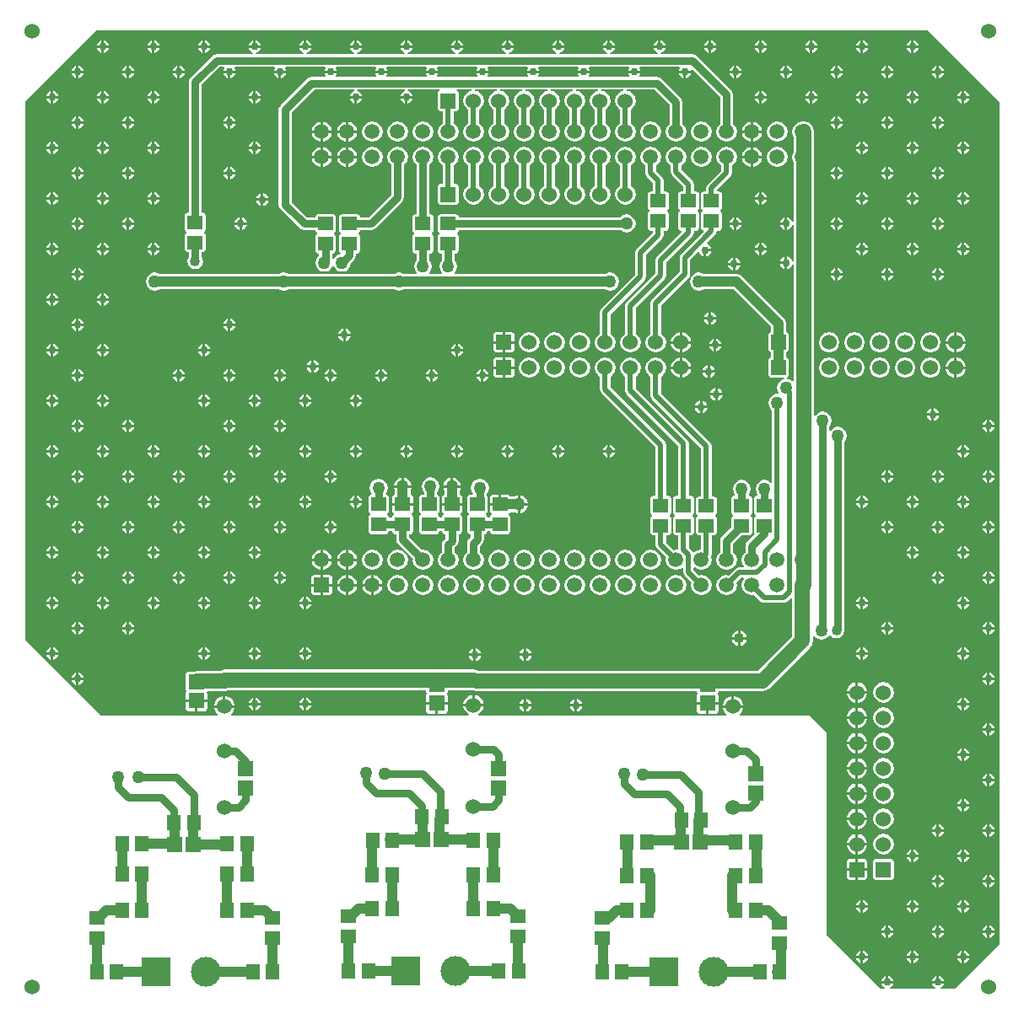
<source format=gbr>
G04 Layer_Physical_Order=1*
G04 Layer_Color=255*
%FSLAX26Y26*%
%MOIN*%
%TF.FileFunction,Copper,L1,Top,Signal*%
%TF.Part,Single*%
G01*
G75*
%TA.AperFunction,SMDPad,CuDef*%
%ADD10R,0.059055X0.055118*%
%ADD11R,0.055118X0.059055*%
%ADD12R,0.062992X0.059055*%
%ADD13R,0.059055X0.062992*%
%TA.AperFunction,Conductor*%
%ADD14C,0.040000*%
%ADD15C,0.020000*%
%ADD16C,0.030000*%
%ADD17C,0.060000*%
%TA.AperFunction,ComponentPad*%
%ADD18C,0.060000*%
%ADD19R,0.060000X0.060000*%
%ADD20R,0.060000X0.060000*%
%ADD21R,0.059055X0.059055*%
%ADD22C,0.059055*%
%ADD23C,0.118110*%
%ADD24R,0.118110X0.118110*%
%TA.AperFunction,WasherPad*%
%ADD25C,0.060000*%
%TA.AperFunction,ViaPad*%
%ADD26C,0.050000*%
%ADD27C,0.040000*%
%ADD28C,0.030000*%
G36*
X3540000Y3785000D02*
X3825000Y3500001D01*
X3825000Y170000D01*
X3647500Y-7500D01*
X3592842D01*
X3591325Y-2500D01*
X3598024Y1976D01*
X3603550Y10245D01*
X3604495Y15000D01*
X3555505D01*
X3556450Y10245D01*
X3561976Y1976D01*
X3568675Y-2500D01*
X3567158Y-7500D01*
X3392841Y-7500D01*
X3391325Y-2500D01*
X3398024Y1976D01*
X3403550Y10245D01*
X3404495Y15000D01*
X3355505D01*
X3356450Y10245D01*
X3361976Y1976D01*
X3368675Y-2500D01*
X3367159Y-7500D01*
X3352500D01*
X3140000Y205000D01*
X3140000Y1005000D01*
X3075000Y1075000D01*
X2797345D01*
X2795894Y1079785D01*
X2798838Y1081752D01*
X2807679Y1094983D01*
X2809789Y1105591D01*
X2770000D01*
X2730211D01*
X2732321Y1094983D01*
X2741162Y1081752D01*
X2744106Y1079785D01*
X2742655Y1075000D01*
X1764620D01*
X1763103Y1080000D01*
X1773208Y1086752D01*
X1782049Y1099983D01*
X1784159Y1110591D01*
X1744370D01*
X1704581D01*
X1706691Y1099983D01*
X1715532Y1086752D01*
X1725637Y1080000D01*
X1724120Y1075000D01*
X787345D01*
X785894Y1079785D01*
X788838Y1081752D01*
X797679Y1094983D01*
X799789Y1105591D01*
X760000D01*
X720211D01*
X722321Y1094983D01*
X731162Y1081752D01*
X734106Y1079785D01*
X732655Y1075000D01*
X275000D01*
X-25000Y1375000D01*
X-25000Y3505000D01*
X255000Y3785000D01*
X3540000Y3785000D01*
D02*
G37*
%LPC*%
G36*
X1004495Y1815000D02*
X985000D01*
Y1795505D01*
X989755Y1796450D01*
X998024Y1801976D01*
X1003549Y1810245D01*
X1004495Y1815000D01*
D02*
G37*
G36*
X975000D02*
X955505D01*
X956451Y1810245D01*
X961976Y1801976D01*
X970245Y1796450D01*
X975000Y1795505D01*
Y1815000D01*
D02*
G37*
G36*
X1204495D02*
X1185000D01*
Y1795505D01*
X1189755Y1796450D01*
X1198024Y1801976D01*
X1203550Y1810245D01*
X1204495Y1815000D01*
D02*
G37*
G36*
X1175000D02*
X1155505D01*
X1156450Y1810245D01*
X1161976Y1801976D01*
X1170245Y1796450D01*
X1175000Y1795505D01*
Y1815000D01*
D02*
G37*
G36*
X604495D02*
X585000D01*
Y1795505D01*
X589755Y1796450D01*
X598024Y1801976D01*
X603549Y1810245D01*
X604495Y1815000D01*
D02*
G37*
G36*
X575000D02*
X555505D01*
X556451Y1810245D01*
X561976Y1801976D01*
X570245Y1796450D01*
X575000Y1795505D01*
Y1815000D01*
D02*
G37*
G36*
X804495D02*
X785000D01*
Y1795505D01*
X789755Y1796450D01*
X798024Y1801976D01*
X803549Y1810245D01*
X804495Y1815000D01*
D02*
G37*
G36*
X775000D02*
X755505D01*
X756451Y1810245D01*
X761976Y1801976D01*
X770245Y1796450D01*
X775000Y1795505D01*
Y1815000D01*
D02*
G37*
G36*
X3804495D02*
X3785000D01*
Y1795505D01*
X3789755Y1796450D01*
X3798024Y1801976D01*
X3803550Y1810245D01*
X3804495Y1815000D01*
D02*
G37*
G36*
X3775000D02*
X3755505D01*
X3756450Y1810245D01*
X3761976Y1801976D01*
X3770245Y1796450D01*
X3775000Y1795505D01*
Y1815000D01*
D02*
G37*
G36*
X185000Y1844495D02*
Y1825000D01*
X204495D01*
X203549Y1829755D01*
X198024Y1838024D01*
X189755Y1843550D01*
X185000Y1844495D01*
D02*
G37*
G36*
X175000D02*
X170245Y1843550D01*
X161976Y1838024D01*
X156451Y1829755D01*
X155505Y1825000D01*
X175000D01*
Y1844495D01*
D02*
G37*
G36*
X3404495Y1815000D02*
X3385000D01*
Y1795505D01*
X3389755Y1796450D01*
X3398024Y1801976D01*
X3403550Y1810245D01*
X3404495Y1815000D01*
D02*
G37*
G36*
X3375000D02*
X3355505D01*
X3356450Y1810245D01*
X3361976Y1801976D01*
X3370245Y1796450D01*
X3375000Y1795505D01*
Y1815000D01*
D02*
G37*
G36*
X3604495D02*
X3585000D01*
Y1795505D01*
X3589755Y1796450D01*
X3598024Y1801976D01*
X3603550Y1810245D01*
X3604495Y1815000D01*
D02*
G37*
G36*
X3575000D02*
X3555505D01*
X3556450Y1810245D01*
X3561976Y1801976D01*
X3570245Y1796450D01*
X3575000Y1795505D01*
Y1815000D01*
D02*
G37*
G36*
X404495D02*
X385000D01*
Y1795505D01*
X389755Y1796450D01*
X398024Y1801976D01*
X403550Y1810245D01*
X404495Y1815000D01*
D02*
G37*
G36*
X675000Y1744495D02*
X670245Y1743550D01*
X661976Y1738024D01*
X656451Y1729755D01*
X655505Y1725000D01*
X675000D01*
Y1744495D01*
D02*
G37*
G36*
X485000D02*
Y1725000D01*
X504495D01*
X503550Y1729755D01*
X498024Y1738024D01*
X489755Y1743550D01*
X485000Y1744495D01*
D02*
G37*
G36*
X875000D02*
X870245Y1743550D01*
X861976Y1738024D01*
X856451Y1729755D01*
X855505Y1725000D01*
X875000D01*
Y1744495D01*
D02*
G37*
G36*
X685000D02*
Y1725000D01*
X704495D01*
X703549Y1729755D01*
X698024Y1738024D01*
X689755Y1743550D01*
X685000Y1744495D01*
D02*
G37*
G36*
X275000D02*
X270245Y1743550D01*
X261976Y1738024D01*
X256450Y1729755D01*
X255505Y1725000D01*
X275000D01*
Y1744495D01*
D02*
G37*
G36*
X85000D02*
Y1725000D01*
X104495D01*
X103549Y1729755D01*
X98024Y1738024D01*
X89754Y1743550D01*
X85000Y1744495D01*
D02*
G37*
G36*
X475000D02*
X470245Y1743550D01*
X461976Y1738024D01*
X456450Y1729755D01*
X455505Y1725000D01*
X475000D01*
Y1744495D01*
D02*
G37*
G36*
X285000D02*
Y1725000D01*
X304495D01*
X303550Y1729755D01*
X298024Y1738024D01*
X289755Y1743550D01*
X285000Y1744495D01*
D02*
G37*
G36*
X175000Y1815000D02*
X155505D01*
X156451Y1810245D01*
X161976Y1801976D01*
X170245Y1796450D01*
X175000Y1795505D01*
Y1815000D01*
D02*
G37*
G36*
X3685000Y1744495D02*
Y1725000D01*
X3704495D01*
X3703550Y1729755D01*
X3698024Y1738024D01*
X3689755Y1743550D01*
X3685000Y1744495D01*
D02*
G37*
G36*
X375000Y1815000D02*
X355505D01*
X356450Y1810245D01*
X361976Y1801976D01*
X370245Y1796450D01*
X375000Y1795505D01*
Y1815000D01*
D02*
G37*
G36*
X204495D02*
X185000D01*
Y1795505D01*
X189755Y1796450D01*
X198024Y1801976D01*
X203549Y1810245D01*
X204495Y1815000D01*
D02*
G37*
G36*
X3475000Y1744495D02*
X3470245Y1743550D01*
X3461976Y1738024D01*
X3456450Y1729755D01*
X3455505Y1725000D01*
X3475000D01*
Y1744495D01*
D02*
G37*
G36*
X885000D02*
Y1725000D01*
X904495D01*
X903549Y1729755D01*
X898024Y1738024D01*
X889755Y1743550D01*
X885000Y1744495D01*
D02*
G37*
G36*
X3675000D02*
X3670245Y1743550D01*
X3661976Y1738024D01*
X3656450Y1729755D01*
X3655505Y1725000D01*
X3675000D01*
Y1744495D01*
D02*
G37*
G36*
X3485000D02*
Y1725000D01*
X3504495D01*
X3503550Y1729755D01*
X3498024Y1738024D01*
X3489755Y1743550D01*
X3485000Y1744495D01*
D02*
G37*
G36*
X475000Y1915000D02*
X455505D01*
X456450Y1910245D01*
X461976Y1901976D01*
X470245Y1896450D01*
X475000Y1895505D01*
Y1915000D01*
D02*
G37*
G36*
X304495D02*
X285000D01*
Y1895505D01*
X289755Y1896450D01*
X298024Y1901976D01*
X303550Y1910245D01*
X304495Y1915000D01*
D02*
G37*
G36*
X675000D02*
X655505D01*
X656451Y1910245D01*
X661976Y1901976D01*
X670245Y1896450D01*
X675000Y1895505D01*
Y1915000D01*
D02*
G37*
G36*
X504495D02*
X485000D01*
Y1895505D01*
X489755Y1896450D01*
X498024Y1901976D01*
X503550Y1910245D01*
X504495Y1915000D01*
D02*
G37*
G36*
X75000D02*
X55505D01*
X56450Y1910245D01*
X61976Y1901976D01*
X70246Y1896450D01*
X75000Y1895505D01*
Y1915000D01*
D02*
G37*
G36*
X1959691Y1905000D02*
X1930000D01*
Y1875309D01*
X1938656Y1877031D01*
X1950234Y1884766D01*
X1957969Y1896344D01*
X1959691Y1905000D01*
D02*
G37*
G36*
X275000Y1915000D02*
X255505D01*
X256450Y1910245D01*
X261976Y1901976D01*
X270245Y1896450D01*
X275000Y1895505D01*
Y1915000D01*
D02*
G37*
G36*
X104495D02*
X85000D01*
Y1895505D01*
X89754Y1896450D01*
X98024Y1901976D01*
X103549Y1910245D01*
X104495Y1915000D01*
D02*
G37*
G36*
X1275000D02*
X1255505D01*
X1256450Y1910245D01*
X1261976Y1901976D01*
X1270245Y1896450D01*
X1275000Y1895505D01*
Y1915000D01*
D02*
G37*
G36*
X1104495D02*
X1085000D01*
Y1895505D01*
X1089755Y1896450D01*
X1098024Y1901976D01*
X1103550Y1910245D01*
X1104495Y1915000D01*
D02*
G37*
G36*
X3275000D02*
X3255505D01*
X3256450Y1910245D01*
X3261976Y1901976D01*
X3270245Y1896450D01*
X3275000Y1895505D01*
Y1915000D01*
D02*
G37*
G36*
X1304495D02*
X1285000D01*
Y1895505D01*
X1289755Y1896450D01*
X1298024Y1901976D01*
X1303550Y1910245D01*
X1304495Y1915000D01*
D02*
G37*
G36*
X875000D02*
X855505D01*
X856451Y1910245D01*
X861976Y1901976D01*
X870245Y1896450D01*
X875000Y1895505D01*
Y1915000D01*
D02*
G37*
G36*
X704495D02*
X685000D01*
Y1895505D01*
X689755Y1896450D01*
X698024Y1901976D01*
X703549Y1910245D01*
X704495Y1915000D01*
D02*
G37*
G36*
X1075000D02*
X1055505D01*
X1056450Y1910245D01*
X1061976Y1901976D01*
X1070245Y1896450D01*
X1075000Y1895505D01*
Y1915000D01*
D02*
G37*
G36*
X904495D02*
X885000D01*
Y1895505D01*
X889755Y1896450D01*
X898024Y1901976D01*
X903549Y1910245D01*
X904495Y1915000D01*
D02*
G37*
G36*
X1770000Y2010686D02*
X1756344Y2007969D01*
X1744766Y2000234D01*
X1737031Y1988656D01*
X1734314Y1975000D01*
X1737031Y1961344D01*
X1742771Y1952753D01*
X1740098Y1947753D01*
X1730473D01*
X1722819Y1944583D01*
X1719649Y1936929D01*
Y1881811D01*
X1722819Y1874158D01*
X1726323Y1872706D01*
Y1867294D01*
X1722819Y1865843D01*
X1719649Y1858189D01*
Y1803071D01*
X1722819Y1795417D01*
X1730473Y1792247D01*
X1734510D01*
Y1780558D01*
X1726976Y1773024D01*
X1721450Y1764755D01*
X1719510Y1755000D01*
Y1720507D01*
X1716502Y1718498D01*
X1707766Y1705423D01*
X1704698Y1690000D01*
X1707766Y1674577D01*
X1716502Y1661502D01*
X1729577Y1652766D01*
X1745000Y1649698D01*
X1760423Y1652766D01*
X1773498Y1661502D01*
X1782234Y1674577D01*
X1785302Y1690000D01*
X1782234Y1705423D01*
X1773498Y1718498D01*
X1770490Y1720507D01*
Y1744442D01*
X1778024Y1751976D01*
X1783550Y1760245D01*
X1785490Y1770000D01*
Y1792247D01*
X1789527D01*
X1797181Y1795417D01*
X1800351Y1803071D01*
Y1805140D01*
X1809649D01*
Y1803071D01*
X1812819Y1795417D01*
X1820473Y1792247D01*
X1879527D01*
X1887181Y1795417D01*
X1890351Y1803071D01*
Y1858189D01*
X1887181Y1865842D01*
X1883677Y1867294D01*
Y1872706D01*
X1887181Y1874157D01*
X1889097Y1878782D01*
X1908722D01*
X1911344Y1877031D01*
X1920000Y1875309D01*
Y1910000D01*
Y1944691D01*
X1911344Y1942969D01*
X1906836Y1939958D01*
X1889097D01*
X1887181Y1944583D01*
X1879527Y1947753D01*
X1855000D01*
Y1909370D01*
X1850000D01*
Y1904370D01*
X1809649D01*
Y1881811D01*
X1812819Y1874157D01*
X1816323Y1872706D01*
Y1867294D01*
X1812819Y1865842D01*
X1809649Y1858189D01*
Y1856120D01*
X1800351D01*
Y1858189D01*
X1797181Y1865843D01*
X1793677Y1867294D01*
Y1872706D01*
X1797181Y1874158D01*
X1800351Y1881811D01*
Y1936929D01*
X1797181Y1944583D01*
X1795490Y1945284D01*
Y1950150D01*
X1802969Y1961344D01*
X1805686Y1975000D01*
X1802969Y1988656D01*
X1795234Y2000234D01*
X1783656Y2007969D01*
X1770000Y2010686D01*
D02*
G37*
G36*
X785000Y1844495D02*
Y1825000D01*
X804495D01*
X803549Y1829755D01*
X798024Y1838024D01*
X789755Y1843550D01*
X785000Y1844495D01*
D02*
G37*
G36*
X775000D02*
X770245Y1843550D01*
X761976Y1838024D01*
X756451Y1829755D01*
X755505Y1825000D01*
X775000D01*
Y1844495D01*
D02*
G37*
G36*
X985000D02*
Y1825000D01*
X1004495D01*
X1003549Y1829755D01*
X998024Y1838024D01*
X989755Y1843550D01*
X985000Y1844495D01*
D02*
G37*
G36*
X975000D02*
X970245Y1843550D01*
X961976Y1838024D01*
X956451Y1829755D01*
X955505Y1825000D01*
X975000D01*
Y1844495D01*
D02*
G37*
G36*
X385000D02*
Y1825000D01*
X404495D01*
X403550Y1829755D01*
X398024Y1838024D01*
X389755Y1843550D01*
X385000Y1844495D01*
D02*
G37*
G36*
X375000D02*
X370245Y1843550D01*
X361976Y1838024D01*
X356450Y1829755D01*
X355505Y1825000D01*
X375000D01*
Y1844495D01*
D02*
G37*
G36*
X585000D02*
Y1825000D01*
X604495D01*
X603549Y1829755D01*
X598024Y1838024D01*
X589755Y1843550D01*
X585000Y1844495D01*
D02*
G37*
G36*
X575000D02*
X570245Y1843550D01*
X561976Y1838024D01*
X556451Y1829755D01*
X555505Y1825000D01*
X575000D01*
Y1844495D01*
D02*
G37*
G36*
X3585000D02*
Y1825000D01*
X3604495D01*
X3603550Y1829755D01*
X3598024Y1838024D01*
X3589755Y1843550D01*
X3585000Y1844495D01*
D02*
G37*
G36*
X3575000D02*
X3570245Y1843550D01*
X3561976Y1838024D01*
X3556450Y1829755D01*
X3555505Y1825000D01*
X3575000D01*
Y1844495D01*
D02*
G37*
G36*
X3785000D02*
Y1825000D01*
X3804495D01*
X3803550Y1829755D01*
X3798024Y1838024D01*
X3789755Y1843550D01*
X3785000Y1844495D01*
D02*
G37*
G36*
X3775000D02*
X3770245Y1843550D01*
X3761976Y1838024D01*
X3756450Y1829755D01*
X3755505Y1825000D01*
X3775000D01*
Y1844495D01*
D02*
G37*
G36*
X1185000D02*
Y1825000D01*
X1204495D01*
X1203550Y1829755D01*
X1198024Y1838024D01*
X1189755Y1843550D01*
X1185000Y1844495D01*
D02*
G37*
G36*
X1175000D02*
X1170245Y1843550D01*
X1161976Y1838024D01*
X1156450Y1829755D01*
X1155505Y1825000D01*
X1175000D01*
Y1844495D01*
D02*
G37*
G36*
X3385000D02*
Y1825000D01*
X3404495D01*
X3403550Y1829755D01*
X3398024Y1838024D01*
X3389755Y1843550D01*
X3385000Y1844495D01*
D02*
G37*
G36*
X3375000D02*
X3370245Y1843550D01*
X3361976Y1838024D01*
X3356450Y1829755D01*
X3355505Y1825000D01*
X3375000D01*
Y1844495D01*
D02*
G37*
G36*
X775000Y1644495D02*
X770245Y1643550D01*
X761976Y1638024D01*
X756451Y1629755D01*
X755505Y1625000D01*
X775000D01*
Y1644495D01*
D02*
G37*
G36*
X585000D02*
Y1625000D01*
X604495D01*
X603549Y1629755D01*
X598024Y1638024D01*
X589755Y1643550D01*
X585000Y1644495D01*
D02*
G37*
G36*
X975000D02*
X970245Y1643550D01*
X961976Y1638024D01*
X956451Y1629755D01*
X955505Y1625000D01*
X975000D01*
Y1644495D01*
D02*
G37*
G36*
X785000D02*
Y1625000D01*
X804495D01*
X803549Y1629755D01*
X798024Y1638024D01*
X789755Y1643550D01*
X785000Y1644495D01*
D02*
G37*
G36*
X375000D02*
X370245Y1643550D01*
X361976Y1638024D01*
X356450Y1629755D01*
X355505Y1625000D01*
X375000D01*
Y1644495D01*
D02*
G37*
G36*
X185000D02*
Y1625000D01*
X204495D01*
X203549Y1629755D01*
X198024Y1638024D01*
X189755Y1643550D01*
X185000Y1644495D01*
D02*
G37*
G36*
X575000D02*
X570245Y1643550D01*
X561976Y1638024D01*
X556451Y1629755D01*
X555505Y1625000D01*
X575000D01*
Y1644495D01*
D02*
G37*
G36*
X385000D02*
Y1625000D01*
X404495D01*
X403550Y1629755D01*
X398024Y1638024D01*
X389755Y1643550D01*
X385000Y1644495D01*
D02*
G37*
G36*
X1345000Y1730302D02*
X1329577Y1727234D01*
X1316502Y1718498D01*
X1307766Y1705423D01*
X1304698Y1690000D01*
X1307766Y1674577D01*
X1316502Y1661502D01*
X1329577Y1652766D01*
X1345000Y1649698D01*
X1360423Y1652766D01*
X1373498Y1661502D01*
X1382234Y1674577D01*
X1385302Y1690000D01*
X1382234Y1705423D01*
X1373498Y1718498D01*
X1360423Y1727234D01*
X1345000Y1730302D01*
D02*
G37*
G36*
X3785000Y1644495D02*
Y1625000D01*
X3804495D01*
X3803550Y1629755D01*
X3798024Y1638024D01*
X3789755Y1643550D01*
X3785000Y1644495D01*
D02*
G37*
G36*
X1370000Y2010686D02*
X1356344Y2007969D01*
X1344766Y2000234D01*
X1337031Y1988656D01*
X1334314Y1975000D01*
X1337031Y1961344D01*
X1342771Y1952753D01*
X1340525Y1947867D01*
X1340179Y1947632D01*
X1332819Y1944583D01*
X1329649Y1936929D01*
Y1881811D01*
X1332819Y1874158D01*
X1336323Y1872706D01*
Y1867294D01*
X1332819Y1865843D01*
X1329649Y1858189D01*
Y1803071D01*
X1332819Y1795417D01*
X1340473Y1792247D01*
X1399527D01*
X1407181Y1795417D01*
X1410351Y1803071D01*
Y1805140D01*
X1424649D01*
Y1803071D01*
X1427819Y1795417D01*
X1435473Y1792247D01*
X1439510D01*
Y1770000D01*
X1441450Y1760245D01*
X1446976Y1751976D01*
X1505404Y1693548D01*
X1504698Y1690000D01*
X1507766Y1674577D01*
X1516502Y1661502D01*
X1529577Y1652766D01*
X1545000Y1649698D01*
X1560423Y1652766D01*
X1573498Y1661502D01*
X1582234Y1674577D01*
X1585302Y1690000D01*
X1582234Y1705423D01*
X1573498Y1718498D01*
X1560423Y1727234D01*
X1545000Y1730302D01*
X1541452Y1729596D01*
X1490490Y1780558D01*
Y1792247D01*
X1494527D01*
X1502181Y1795417D01*
X1505351Y1803071D01*
Y1858189D01*
X1502181Y1865842D01*
X1498677Y1867294D01*
Y1872706D01*
X1502181Y1874157D01*
X1505351Y1881811D01*
Y1904370D01*
X1424649D01*
Y1881811D01*
X1427819Y1874157D01*
X1431323Y1872706D01*
Y1867294D01*
X1427819Y1865842D01*
X1424649Y1858189D01*
Y1856120D01*
X1410351D01*
Y1858189D01*
X1407181Y1865843D01*
X1403677Y1867294D01*
Y1872706D01*
X1407181Y1874158D01*
X1410351Y1881811D01*
Y1936929D01*
X1407181Y1944583D01*
X1399821Y1947632D01*
X1399475Y1947867D01*
X1397229Y1952753D01*
X1402969Y1961344D01*
X1405686Y1975000D01*
X1402969Y1988656D01*
X1395234Y2000234D01*
X1383656Y2007969D01*
X1370000Y2010686D01*
D02*
G37*
G36*
X1445000Y1730302D02*
X1429577Y1727234D01*
X1416502Y1718498D01*
X1407766Y1705423D01*
X1404698Y1690000D01*
X1407766Y1674577D01*
X1416502Y1661502D01*
X1429577Y1652766D01*
X1445000Y1649698D01*
X1460423Y1652766D01*
X1473498Y1661502D01*
X1482234Y1674577D01*
X1485302Y1690000D01*
X1482234Y1705423D01*
X1473498Y1718498D01*
X1460423Y1727234D01*
X1445000Y1730302D01*
D02*
G37*
G36*
X3575000Y1644495D02*
X3570245Y1643550D01*
X3561976Y1638024D01*
X3556450Y1629755D01*
X3555505Y1625000D01*
X3575000D01*
Y1644495D01*
D02*
G37*
G36*
X985000D02*
Y1625000D01*
X1004495D01*
X1003549Y1629755D01*
X998024Y1638024D01*
X989755Y1643550D01*
X985000Y1644495D01*
D02*
G37*
G36*
X3775000D02*
X3770245Y1643550D01*
X3761976Y1638024D01*
X3756450Y1629755D01*
X3755505Y1625000D01*
X3775000D01*
Y1644495D01*
D02*
G37*
G36*
X3585000D02*
Y1625000D01*
X3604495D01*
X3603550Y1629755D01*
X3598024Y1638024D01*
X3589755Y1643550D01*
X3585000Y1644495D01*
D02*
G37*
G36*
X175000D02*
X170245Y1643550D01*
X161976Y1638024D01*
X156451Y1629755D01*
X155505Y1625000D01*
X175000D01*
Y1644495D01*
D02*
G37*
G36*
X404495Y1615000D02*
X385000D01*
Y1595505D01*
X389755Y1596450D01*
X398024Y1601976D01*
X403550Y1610245D01*
X404495Y1615000D01*
D02*
G37*
G36*
X375000D02*
X355505D01*
X356450Y1610245D01*
X361976Y1601976D01*
X370245Y1596450D01*
X375000Y1595505D01*
Y1615000D01*
D02*
G37*
G36*
X604495D02*
X585000D01*
Y1595505D01*
X589755Y1596450D01*
X598024Y1601976D01*
X603549Y1610245D01*
X604495Y1615000D01*
D02*
G37*
G36*
X575000D02*
X555505D01*
X556451Y1610245D01*
X561976Y1601976D01*
X570245Y1596450D01*
X575000Y1595505D01*
Y1615000D01*
D02*
G37*
G36*
X1350000Y1629307D02*
Y1595000D01*
X1384307D01*
X1382234Y1605423D01*
X1373498Y1618498D01*
X1360423Y1627234D01*
X1350000Y1629307D01*
D02*
G37*
G36*
X1250000D02*
Y1595000D01*
X1284307D01*
X1282234Y1605423D01*
X1273498Y1618498D01*
X1260423Y1627234D01*
X1250000Y1629307D01*
D02*
G37*
G36*
X204495Y1615000D02*
X185000D01*
Y1595505D01*
X189755Y1596450D01*
X198024Y1601976D01*
X203549Y1610245D01*
X204495Y1615000D01*
D02*
G37*
G36*
X175000D02*
X155505D01*
X156451Y1610245D01*
X161976Y1601976D01*
X170245Y1596450D01*
X175000Y1595505D01*
Y1615000D01*
D02*
G37*
G36*
X3604495D02*
X3585000D01*
Y1595505D01*
X3589755Y1596450D01*
X3598024Y1601976D01*
X3603550Y1610245D01*
X3604495Y1615000D01*
D02*
G37*
G36*
X3575000D02*
X3555505D01*
X3556450Y1610245D01*
X3561976Y1601976D01*
X3570245Y1596450D01*
X3575000Y1595505D01*
Y1615000D01*
D02*
G37*
G36*
X3804495D02*
X3785000D01*
Y1595505D01*
X3789755Y1596450D01*
X3798024Y1601976D01*
X3803550Y1610245D01*
X3804495Y1615000D01*
D02*
G37*
G36*
X3775000D02*
X3755505D01*
X3756450Y1610245D01*
X3761976Y1601976D01*
X3770245Y1596450D01*
X3775000Y1595505D01*
Y1615000D01*
D02*
G37*
G36*
X804495D02*
X785000D01*
Y1595505D01*
X789755Y1596450D01*
X798024Y1601976D01*
X803549Y1610245D01*
X804495Y1615000D01*
D02*
G37*
G36*
X775000D02*
X755505D01*
X756451Y1610245D01*
X761976Y1601976D01*
X770245Y1596450D01*
X775000Y1595505D01*
Y1615000D01*
D02*
G37*
G36*
X1004495D02*
X985000D01*
Y1595505D01*
X989755Y1596450D01*
X998024Y1601976D01*
X1003549Y1610245D01*
X1004495Y1615000D01*
D02*
G37*
G36*
X975000D02*
X955505D01*
X956451Y1610245D01*
X961976Y1601976D01*
X970245Y1596450D01*
X975000Y1595505D01*
Y1615000D01*
D02*
G37*
G36*
X504495Y1715000D02*
X485000D01*
Y1695505D01*
X489755Y1696450D01*
X498024Y1701976D01*
X503550Y1710245D01*
X504495Y1715000D01*
D02*
G37*
G36*
X475000D02*
X455505D01*
X456450Y1710245D01*
X461976Y1701976D01*
X470245Y1696450D01*
X475000Y1695505D01*
Y1715000D01*
D02*
G37*
G36*
X704495D02*
X685000D01*
Y1695505D01*
X689755Y1696450D01*
X698024Y1701976D01*
X703549Y1710245D01*
X704495Y1715000D01*
D02*
G37*
G36*
X675000D02*
X655505D01*
X656451Y1710245D01*
X661976Y1701976D01*
X670245Y1696450D01*
X675000Y1695505D01*
Y1715000D01*
D02*
G37*
G36*
X104495D02*
X85000D01*
Y1695505D01*
X89754Y1696450D01*
X98024Y1701976D01*
X103549Y1710245D01*
X104495Y1715000D01*
D02*
G37*
G36*
X75000D02*
X55505D01*
X56450Y1710245D01*
X61976Y1701976D01*
X70246Y1696450D01*
X75000Y1695505D01*
Y1715000D01*
D02*
G37*
G36*
X304495D02*
X285000D01*
Y1695505D01*
X289755Y1696450D01*
X298024Y1701976D01*
X303550Y1710245D01*
X304495Y1715000D01*
D02*
G37*
G36*
X275000D02*
X255505D01*
X256450Y1710245D01*
X261976Y1701976D01*
X270245Y1696450D01*
X275000Y1695505D01*
Y1715000D01*
D02*
G37*
G36*
X3704495D02*
X3685000D01*
Y1695505D01*
X3689755Y1696450D01*
X3698024Y1701976D01*
X3703550Y1710245D01*
X3704495Y1715000D01*
D02*
G37*
G36*
X3675000D02*
X3655505D01*
X3656450Y1710245D01*
X3661976Y1701976D01*
X3670245Y1696450D01*
X3675000Y1695505D01*
Y1715000D01*
D02*
G37*
G36*
X75000Y1744495D02*
X70246Y1743550D01*
X61976Y1738024D01*
X56450Y1729755D01*
X55505Y1725000D01*
X75000D01*
Y1744495D01*
D02*
G37*
G36*
X2465001Y2490783D02*
X2449394Y2487679D01*
X2436162Y2478838D01*
X2427322Y2465607D01*
X2424217Y2450000D01*
X2427322Y2434393D01*
X2436162Y2421161D01*
X2444609Y2415518D01*
Y2339999D01*
X2446161Y2332196D01*
X2450581Y2325580D01*
X2644608Y2131553D01*
Y1942123D01*
X2635472D01*
X2627819Y1938953D01*
X2624649Y1931299D01*
Y1876181D01*
X2627819Y1868527D01*
X2631323Y1867076D01*
Y1861664D01*
X2627819Y1860213D01*
X2624649Y1852559D01*
Y1797441D01*
X2627819Y1789787D01*
X2635472Y1786617D01*
X2644608D01*
Y1730224D01*
X2629577Y1727234D01*
X2618093Y1719561D01*
X2617628Y1719438D01*
X2612888Y1720108D01*
X2611868Y1720562D01*
X2608947Y1724934D01*
X2595392Y1738489D01*
Y1787247D01*
X2604528D01*
X2612181Y1790417D01*
X2615351Y1798071D01*
Y1853189D01*
X2612181Y1860842D01*
X2608677Y1862294D01*
Y1867706D01*
X2612181Y1869157D01*
X2615351Y1876811D01*
Y1931929D01*
X2612181Y1939583D01*
X2604528Y1942753D01*
X2595392D01*
Y2149999D01*
X2595392Y2150000D01*
X2593840Y2157804D01*
X2589419Y2164419D01*
X2385392Y2368446D01*
Y2415518D01*
X2393839Y2421161D01*
X2402680Y2434393D01*
X2405784Y2450000D01*
X2402680Y2465607D01*
X2393839Y2478838D01*
X2380608Y2487679D01*
X2365001Y2490783D01*
X2349394Y2487679D01*
X2336162Y2478838D01*
X2327322Y2465607D01*
X2324217Y2450000D01*
X2327322Y2434393D01*
X2336162Y2421161D01*
X2344609Y2415518D01*
Y2359999D01*
X2346161Y2352196D01*
X2350581Y2345580D01*
X2554608Y2141553D01*
Y1942753D01*
X2545472D01*
X2537819Y1939583D01*
X2534649Y1931929D01*
Y1876811D01*
X2537819Y1869157D01*
X2541323Y1867706D01*
Y1862294D01*
X2537819Y1860842D01*
X2534649Y1853189D01*
Y1798071D01*
X2537819Y1790417D01*
X2545472Y1787247D01*
X2554608D01*
Y1733489D01*
X2549905Y1729326D01*
X2545000Y1730302D01*
X2535438Y1728400D01*
X2505392Y1758447D01*
Y1787247D01*
X2514528D01*
X2522181Y1790417D01*
X2525351Y1798071D01*
Y1853189D01*
X2522181Y1860843D01*
X2518677Y1862294D01*
Y1867706D01*
X2522181Y1869158D01*
X2525351Y1876811D01*
Y1931929D01*
X2522181Y1939583D01*
X2514528Y1942753D01*
X2505392D01*
Y2145000D01*
X2503840Y2152804D01*
X2499419Y2159419D01*
X2285392Y2373446D01*
Y2415518D01*
X2293839Y2421161D01*
X2302680Y2434393D01*
X2305784Y2450000D01*
X2302680Y2465607D01*
X2293839Y2478838D01*
X2280608Y2487679D01*
X2265001Y2490783D01*
X2249394Y2487679D01*
X2236162Y2478838D01*
X2227322Y2465607D01*
X2224217Y2450000D01*
X2227322Y2434393D01*
X2236162Y2421161D01*
X2244609Y2415518D01*
Y2364999D01*
X2246161Y2357196D01*
X2250581Y2350580D01*
X2464608Y2136553D01*
Y1942753D01*
X2455472D01*
X2447819Y1939583D01*
X2444649Y1931929D01*
Y1876811D01*
X2447819Y1869158D01*
X2451323Y1867706D01*
Y1862294D01*
X2447819Y1860843D01*
X2444649Y1853189D01*
Y1798071D01*
X2447819Y1790417D01*
X2455472Y1787247D01*
X2464608D01*
Y1750000D01*
X2466160Y1742196D01*
X2470581Y1735581D01*
X2506600Y1699562D01*
X2504698Y1690000D01*
X2507766Y1674577D01*
X2516502Y1661502D01*
X2529577Y1652766D01*
X2545000Y1649698D01*
X2560423Y1652766D01*
X2569136Y1658588D01*
X2574136Y1655915D01*
Y1640472D01*
X2575688Y1632669D01*
X2580108Y1626053D01*
X2606600Y1599562D01*
X2604698Y1590000D01*
X2607766Y1574577D01*
X2616502Y1561502D01*
X2629577Y1552766D01*
X2645000Y1549698D01*
X2660423Y1552766D01*
X2673498Y1561502D01*
X2682234Y1574577D01*
X2685302Y1590000D01*
X2682234Y1605423D01*
X2673498Y1618498D01*
X2660423Y1627234D01*
X2645000Y1630302D01*
X2635438Y1628400D01*
X2614919Y1648919D01*
Y1656546D01*
X2619919Y1659219D01*
X2629577Y1652766D01*
X2645000Y1649698D01*
X2660423Y1652766D01*
X2673498Y1661502D01*
X2682234Y1674577D01*
X2685302Y1690000D01*
X2683097Y1701085D01*
X2683840Y1702196D01*
X2685392Y1710000D01*
Y1786617D01*
X2694528D01*
X2702181Y1789787D01*
X2705351Y1797441D01*
Y1852559D01*
X2702181Y1860213D01*
X2698677Y1861664D01*
Y1867076D01*
X2702181Y1868527D01*
X2705351Y1876181D01*
Y1931299D01*
X2702181Y1938953D01*
X2694528Y1942123D01*
X2685392D01*
Y2140000D01*
X2683840Y2147804D01*
X2679419Y2154419D01*
X2485392Y2348446D01*
Y2415518D01*
X2493839Y2421161D01*
X2502680Y2434393D01*
X2505784Y2450000D01*
X2502680Y2465607D01*
X2493839Y2478838D01*
X2480608Y2487679D01*
X2465001Y2490783D01*
D02*
G37*
G36*
X904495Y1715000D02*
X885000D01*
Y1695505D01*
X889755Y1696450D01*
X898024Y1701976D01*
X903549Y1710245D01*
X904495Y1715000D01*
D02*
G37*
G36*
X875000D02*
X855505D01*
X856451Y1710245D01*
X861976Y1701976D01*
X870245Y1696450D01*
X875000Y1695505D01*
Y1715000D01*
D02*
G37*
G36*
X3504495D02*
X3485000D01*
Y1695505D01*
X3489755Y1696450D01*
X3498024Y1701976D01*
X3503550Y1710245D01*
X3504495Y1715000D01*
D02*
G37*
G36*
X3475000D02*
X3455505D01*
X3456450Y1710245D01*
X3461976Y1701976D01*
X3470245Y1696450D01*
X3475000Y1695505D01*
Y1715000D01*
D02*
G37*
G36*
X1250000Y1729307D02*
Y1695000D01*
X1284307D01*
X1282234Y1705423D01*
X1273498Y1718498D01*
X1260423Y1727234D01*
X1250000Y1729307D01*
D02*
G37*
G36*
X2245000Y1730302D02*
X2229577Y1727234D01*
X2216502Y1718498D01*
X2207766Y1705423D01*
X2204698Y1690000D01*
X2207766Y1674577D01*
X2216502Y1661502D01*
X2229577Y1652766D01*
X2245000Y1649698D01*
X2260423Y1652766D01*
X2273498Y1661502D01*
X2282234Y1674577D01*
X2285302Y1690000D01*
X2282234Y1705423D01*
X2273498Y1718498D01*
X2260423Y1727234D01*
X2245000Y1730302D01*
D02*
G37*
G36*
X2145000D02*
X2129577Y1727234D01*
X2116502Y1718498D01*
X2107766Y1705423D01*
X2104698Y1690000D01*
X2107766Y1674577D01*
X2116502Y1661502D01*
X2129577Y1652766D01*
X2145000Y1649698D01*
X2160423Y1652766D01*
X2173498Y1661502D01*
X2182234Y1674577D01*
X2185302Y1690000D01*
X2182234Y1705423D01*
X2173498Y1718498D01*
X2160423Y1727234D01*
X2145000Y1730302D01*
D02*
G37*
G36*
X2445000D02*
X2429577Y1727234D01*
X2416502Y1718498D01*
X2407766Y1705423D01*
X2404698Y1690000D01*
X2407766Y1674577D01*
X2416502Y1661502D01*
X2429577Y1652766D01*
X2445000Y1649698D01*
X2460423Y1652766D01*
X2473498Y1661502D01*
X2482234Y1674577D01*
X2485302Y1690000D01*
X2482234Y1705423D01*
X2473498Y1718498D01*
X2460423Y1727234D01*
X2445000Y1730302D01*
D02*
G37*
G36*
X2345000D02*
X2329577Y1727234D01*
X2316502Y1718498D01*
X2307766Y1705423D01*
X2304698Y1690000D01*
X2307766Y1674577D01*
X2316502Y1661502D01*
X2329577Y1652766D01*
X2345000Y1649698D01*
X2360423Y1652766D01*
X2373498Y1661502D01*
X2382234Y1674577D01*
X2385302Y1690000D01*
X2382234Y1705423D01*
X2373498Y1718498D01*
X2360423Y1727234D01*
X2345000Y1730302D01*
D02*
G37*
G36*
X1845000D02*
X1829577Y1727234D01*
X1816502Y1718498D01*
X1807766Y1705423D01*
X1804698Y1690000D01*
X1807766Y1674577D01*
X1816502Y1661502D01*
X1829577Y1652766D01*
X1845000Y1649698D01*
X1860423Y1652766D01*
X1873498Y1661502D01*
X1882234Y1674577D01*
X1885302Y1690000D01*
X1882234Y1705423D01*
X1873498Y1718498D01*
X1860423Y1727234D01*
X1845000Y1730302D01*
D02*
G37*
G36*
X1575000Y2015686D02*
X1561344Y2012969D01*
X1549766Y2005234D01*
X1542031Y1993656D01*
X1539314Y1980000D01*
X1542031Y1966344D01*
X1549510Y1955150D01*
Y1947753D01*
X1540473D01*
X1532819Y1944583D01*
X1529649Y1936929D01*
Y1881811D01*
X1532819Y1874158D01*
X1536323Y1872706D01*
Y1867294D01*
X1532819Y1865843D01*
X1529649Y1858189D01*
Y1803071D01*
X1532819Y1795417D01*
X1540473Y1792247D01*
X1599527D01*
X1607181Y1795417D01*
X1610351Y1803071D01*
Y1805140D01*
X1619649D01*
Y1803071D01*
X1622819Y1795417D01*
X1630473Y1792247D01*
X1634510D01*
Y1775558D01*
X1626976Y1768024D01*
X1621450Y1759755D01*
X1619510Y1750000D01*
Y1720507D01*
X1616502Y1718498D01*
X1607766Y1705423D01*
X1604698Y1690000D01*
X1607766Y1674577D01*
X1616502Y1661502D01*
X1629577Y1652766D01*
X1645000Y1649698D01*
X1660423Y1652766D01*
X1673498Y1661502D01*
X1682234Y1674577D01*
X1685302Y1690000D01*
X1682234Y1705423D01*
X1673498Y1718498D01*
X1670490Y1720507D01*
Y1739442D01*
X1678024Y1746976D01*
X1683550Y1755245D01*
X1685490Y1765000D01*
Y1792247D01*
X1689527D01*
X1697181Y1795417D01*
X1700351Y1803071D01*
Y1858189D01*
X1697181Y1865842D01*
X1693677Y1867294D01*
Y1872706D01*
X1697181Y1874157D01*
X1700351Y1881811D01*
Y1904370D01*
X1619649D01*
Y1881811D01*
X1622819Y1874157D01*
X1626323Y1872706D01*
Y1867294D01*
X1622819Y1865842D01*
X1619649Y1858189D01*
Y1856120D01*
X1610351D01*
Y1858189D01*
X1607181Y1865843D01*
X1603677Y1867294D01*
Y1872706D01*
X1607181Y1874158D01*
X1610351Y1881811D01*
Y1936929D01*
X1607181Y1944583D01*
X1600490Y1947354D01*
Y1955150D01*
X1607969Y1966344D01*
X1610686Y1980000D01*
X1607969Y1993656D01*
X1600234Y2005234D01*
X1588656Y2012969D01*
X1575000Y2015686D01*
D02*
G37*
G36*
X2045000Y1730302D02*
X2029577Y1727234D01*
X2016502Y1718498D01*
X2007766Y1705423D01*
X2004698Y1690000D01*
X2007766Y1674577D01*
X2016502Y1661502D01*
X2029577Y1652766D01*
X2045000Y1649698D01*
X2060423Y1652766D01*
X2073498Y1661502D01*
X2082234Y1674577D01*
X2085302Y1690000D01*
X2082234Y1705423D01*
X2073498Y1718498D01*
X2060423Y1727234D01*
X2045000Y1730302D01*
D02*
G37*
G36*
X1945000D02*
X1929577Y1727234D01*
X1916502Y1718498D01*
X1907766Y1705423D01*
X1904698Y1690000D01*
X1907766Y1674577D01*
X1916502Y1661502D01*
X1929577Y1652766D01*
X1945000Y1649698D01*
X1960423Y1652766D01*
X1973498Y1661502D01*
X1982234Y1674577D01*
X1985302Y1690000D01*
X1982234Y1705423D01*
X1973498Y1718498D01*
X1960423Y1727234D01*
X1945000Y1730302D01*
D02*
G37*
G36*
X1140000Y1729307D02*
X1129577Y1727234D01*
X1116502Y1718498D01*
X1107766Y1705423D01*
X1105693Y1695000D01*
X1140000D01*
Y1729307D01*
D02*
G37*
G36*
X1240000Y1685000D02*
X1205693D01*
X1207766Y1674577D01*
X1216502Y1661502D01*
X1229577Y1652766D01*
X1240000Y1650693D01*
Y1685000D01*
D02*
G37*
G36*
X1150000Y1729307D02*
Y1695000D01*
X1184307D01*
X1182234Y1705423D01*
X1173498Y1718498D01*
X1160423Y1727234D01*
X1150000Y1729307D01*
D02*
G37*
G36*
X1240000Y1729307D02*
X1229577Y1727234D01*
X1216502Y1718498D01*
X1207766Y1705423D01*
X1205693Y1695000D01*
X1240000D01*
Y1729307D01*
D02*
G37*
G36*
X1184307Y1685000D02*
X1150000D01*
Y1650693D01*
X1160423Y1652766D01*
X1173498Y1661502D01*
X1182234Y1674577D01*
X1184307Y1685000D01*
D02*
G37*
G36*
X2805000Y2005686D02*
X2791344Y2002969D01*
X2779766Y1995234D01*
X2772031Y1983656D01*
X2769314Y1970000D01*
X2772031Y1956344D01*
X2777771Y1947753D01*
X2775525Y1942867D01*
X2775179Y1942632D01*
X2767819Y1939583D01*
X2764649Y1931929D01*
Y1876811D01*
X2767819Y1869158D01*
X2771323Y1867706D01*
Y1862294D01*
X2767819Y1860843D01*
X2764649Y1853189D01*
Y1821327D01*
X2726976Y1783654D01*
X2721450Y1775384D01*
X2719510Y1765630D01*
Y1720507D01*
X2716502Y1718498D01*
X2707766Y1705423D01*
X2704698Y1690000D01*
X2707766Y1674577D01*
X2716502Y1661502D01*
X2729577Y1652766D01*
X2745000Y1649698D01*
X2760423Y1652766D01*
X2773498Y1661502D01*
X2782234Y1674577D01*
X2785302Y1690000D01*
X2782234Y1705423D01*
X2773498Y1718498D01*
X2770490Y1720507D01*
Y1755072D01*
X2802665Y1787247D01*
X2834528D01*
X2842181Y1790417D01*
X2845351Y1798071D01*
Y1853189D01*
X2842181Y1860843D01*
X2838677Y1862294D01*
Y1867706D01*
X2842181Y1869158D01*
X2845351Y1876811D01*
Y1931929D01*
X2842181Y1939583D01*
X2834821Y1942632D01*
X2834475Y1942867D01*
X2832229Y1947753D01*
X2837969Y1956344D01*
X2840686Y1970000D01*
X2837969Y1983656D01*
X2830234Y1995234D01*
X2818656Y2002969D01*
X2805000Y2005686D01*
D02*
G37*
G36*
X1140000Y1685000D02*
X1105693D01*
X1107766Y1674577D01*
X1116502Y1661502D01*
X1129577Y1652766D01*
X1140000Y1650693D01*
Y1685000D01*
D02*
G37*
G36*
X1284307D02*
X1250000D01*
Y1650693D01*
X1260423Y1652766D01*
X1273498Y1661502D01*
X1282234Y1674577D01*
X1284307Y1685000D01*
D02*
G37*
G36*
X3304495Y1915000D02*
X3285000D01*
Y1895505D01*
X3289755Y1896450D01*
X3298024Y1901976D01*
X3303550Y1910245D01*
X3304495Y1915000D01*
D02*
G37*
G36*
X2075000Y2115000D02*
X2055505D01*
X2056450Y2110245D01*
X2061976Y2101976D01*
X2070245Y2096450D01*
X2075000Y2095505D01*
Y2115000D01*
D02*
G37*
G36*
X1904495D02*
X1885000D01*
Y2095505D01*
X1889755Y2096450D01*
X1898024Y2101976D01*
X1903550Y2110245D01*
X1904495Y2115000D01*
D02*
G37*
G36*
X2275000D02*
X2255505D01*
X2256450Y2110245D01*
X2261976Y2101976D01*
X2270245Y2096450D01*
X2275000Y2095505D01*
Y2115000D01*
D02*
G37*
G36*
X2104495D02*
X2085000D01*
Y2095505D01*
X2089755Y2096450D01*
X2098024Y2101976D01*
X2103550Y2110245D01*
X2104495Y2115000D01*
D02*
G37*
G36*
X1675000D02*
X1655505D01*
X1656450Y2110245D01*
X1661976Y2101976D01*
X1670245Y2096450D01*
X1675000Y2095505D01*
Y2115000D01*
D02*
G37*
G36*
X1504495D02*
X1485000D01*
Y2095505D01*
X1489755Y2096450D01*
X1498024Y2101976D01*
X1503550Y2110245D01*
X1504495Y2115000D01*
D02*
G37*
G36*
X1875000D02*
X1855505D01*
X1856450Y2110245D01*
X1861976Y2101976D01*
X1870245Y2096450D01*
X1875000Y2095505D01*
Y2115000D01*
D02*
G37*
G36*
X1704495D02*
X1685000D01*
Y2095505D01*
X1689755Y2096450D01*
X1698024Y2101976D01*
X1703550Y2110245D01*
X1704495Y2115000D01*
D02*
G37*
G36*
X275000Y2144495D02*
X270245Y2143550D01*
X261976Y2138024D01*
X256450Y2129755D01*
X255505Y2125000D01*
X275000D01*
Y2144495D01*
D02*
G37*
G36*
X85000D02*
Y2125000D01*
X104495D01*
X103549Y2129755D01*
X98024Y2138024D01*
X89754Y2143550D01*
X85000Y2144495D01*
D02*
G37*
G36*
X475000D02*
X470245Y2143550D01*
X461976Y2138024D01*
X456450Y2129755D01*
X455505Y2125000D01*
X475000D01*
Y2144495D01*
D02*
G37*
G36*
X285000D02*
Y2125000D01*
X304495D01*
X303550Y2129755D01*
X298024Y2138024D01*
X289755Y2143550D01*
X285000Y2144495D01*
D02*
G37*
G36*
X3675000Y2115000D02*
X3655505D01*
X3656450Y2110245D01*
X3661976Y2101976D01*
X3670245Y2096450D01*
X3675000Y2095505D01*
Y2115000D01*
D02*
G37*
G36*
X2304495D02*
X2285000D01*
Y2095505D01*
X2289755Y2096450D01*
X2298024Y2101976D01*
X2303550Y2110245D01*
X2304495Y2115000D01*
D02*
G37*
G36*
X75000Y2144495D02*
X70246Y2143550D01*
X61976Y2138024D01*
X56450Y2129755D01*
X55505Y2125000D01*
X75000D01*
Y2144495D01*
D02*
G37*
G36*
X3704495Y2115000D02*
X3685000D01*
Y2095505D01*
X3689755Y2096450D01*
X3698024Y2101976D01*
X3703550Y2110245D01*
X3704495Y2115000D01*
D02*
G37*
G36*
X1475000D02*
X1455505D01*
X1456450Y2110245D01*
X1461976Y2101976D01*
X1470245Y2096450D01*
X1475000Y2095505D01*
Y2115000D01*
D02*
G37*
G36*
X304495D02*
X285000D01*
Y2095505D01*
X289755Y2096450D01*
X298024Y2101976D01*
X303550Y2110245D01*
X304495Y2115000D01*
D02*
G37*
G36*
X275000D02*
X255505D01*
X256450Y2110245D01*
X261976Y2101976D01*
X270245Y2096450D01*
X275000Y2095505D01*
Y2115000D01*
D02*
G37*
G36*
X504495D02*
X485000D01*
Y2095505D01*
X489755Y2096450D01*
X498024Y2101976D01*
X503550Y2110245D01*
X504495Y2115000D01*
D02*
G37*
G36*
X475000D02*
X455505D01*
X456450Y2110245D01*
X461976Y2101976D01*
X470245Y2096450D01*
X475000Y2095505D01*
Y2115000D01*
D02*
G37*
G36*
X3785000Y2044495D02*
Y2025000D01*
X3804495D01*
X3803550Y2029755D01*
X3798024Y2038024D01*
X3789755Y2043550D01*
X3785000Y2044495D01*
D02*
G37*
G36*
X3775000D02*
X3770245Y2043550D01*
X3761976Y2038024D01*
X3756450Y2029755D01*
X3755505Y2025000D01*
X3775000D01*
Y2044495D01*
D02*
G37*
G36*
X104495Y2115000D02*
X85000D01*
Y2095505D01*
X89754Y2096450D01*
X98024Y2101976D01*
X103549Y2110245D01*
X104495Y2115000D01*
D02*
G37*
G36*
X75000D02*
X55505D01*
X56450Y2110245D01*
X61976Y2101976D01*
X70246Y2096450D01*
X75000Y2095505D01*
Y2115000D01*
D02*
G37*
G36*
X1104495D02*
X1085000D01*
Y2095505D01*
X1089755Y2096450D01*
X1098024Y2101976D01*
X1103550Y2110245D01*
X1104495Y2115000D01*
D02*
G37*
G36*
X1075000D02*
X1055505D01*
X1056450Y2110245D01*
X1061976Y2101976D01*
X1070245Y2096450D01*
X1075000Y2095505D01*
Y2115000D01*
D02*
G37*
G36*
X1304495D02*
X1285000D01*
Y2095505D01*
X1289755Y2096450D01*
X1298024Y2101976D01*
X1303550Y2110245D01*
X1304495Y2115000D01*
D02*
G37*
G36*
X1275000D02*
X1255505D01*
X1256450Y2110245D01*
X1261976Y2101976D01*
X1270245Y2096450D01*
X1275000Y2095505D01*
Y2115000D01*
D02*
G37*
G36*
X704495D02*
X685000D01*
Y2095505D01*
X689755Y2096450D01*
X698024Y2101976D01*
X703549Y2110245D01*
X704495Y2115000D01*
D02*
G37*
G36*
X675000D02*
X655505D01*
X656451Y2110245D01*
X661976Y2101976D01*
X670245Y2096450D01*
X675000Y2095505D01*
Y2115000D01*
D02*
G37*
G36*
X904495D02*
X885000D01*
Y2095505D01*
X889755Y2096450D01*
X898024Y2101976D01*
X903549Y2110245D01*
X904495Y2115000D01*
D02*
G37*
G36*
X875000D02*
X855505D01*
X856451Y2110245D01*
X861976Y2101976D01*
X870245Y2096450D01*
X875000Y2095505D01*
Y2115000D01*
D02*
G37*
G36*
X204495Y2215000D02*
X185000D01*
Y2195505D01*
X189755Y2196450D01*
X198024Y2201976D01*
X203549Y2210245D01*
X204495Y2215000D01*
D02*
G37*
G36*
X175000D02*
X155505D01*
X156451Y2210245D01*
X161976Y2201976D01*
X170245Y2196450D01*
X175000Y2195505D01*
Y2215000D01*
D02*
G37*
G36*
X404495D02*
X385000D01*
Y2195505D01*
X389755Y2196450D01*
X398024Y2201976D01*
X403550Y2210245D01*
X404495Y2215000D01*
D02*
G37*
G36*
X375000D02*
X355505D01*
X356450Y2210245D01*
X361976Y2201976D01*
X370245Y2196450D01*
X375000Y2195505D01*
Y2215000D01*
D02*
G37*
G36*
X2285000Y2144495D02*
Y2125000D01*
X2304495D01*
X2303550Y2129755D01*
X2298024Y2138024D01*
X2289755Y2143550D01*
X2285000Y2144495D01*
D02*
G37*
G36*
X2275000D02*
X2270245Y2143550D01*
X2261976Y2138024D01*
X2256450Y2129755D01*
X2255505Y2125000D01*
X2275000D01*
Y2144495D01*
D02*
G37*
G36*
X3685000D02*
Y2125000D01*
X3704495D01*
X3703550Y2129755D01*
X3698024Y2138024D01*
X3689755Y2143550D01*
X3685000Y2144495D01*
D02*
G37*
G36*
X3675000D02*
X3670245Y2143550D01*
X3661976Y2138024D01*
X3656450Y2129755D01*
X3655505Y2125000D01*
X3675000D01*
Y2144495D01*
D02*
G37*
G36*
X3804495Y2215000D02*
X3785000D01*
Y2195505D01*
X3789755Y2196450D01*
X3798024Y2201976D01*
X3803550Y2210245D01*
X3804495Y2215000D01*
D02*
G37*
G36*
X3775000D02*
X3755505D01*
X3756450Y2210245D01*
X3761976Y2201976D01*
X3770245Y2196450D01*
X3775000Y2195505D01*
Y2215000D01*
D02*
G37*
G36*
X185000Y2244495D02*
Y2225000D01*
X204495D01*
X203549Y2229755D01*
X198024Y2238024D01*
X189755Y2243550D01*
X185000Y2244495D01*
D02*
G37*
G36*
X175000D02*
X170245Y2243550D01*
X161976Y2238024D01*
X156451Y2229755D01*
X155505Y2225000D01*
X175000D01*
Y2244495D01*
D02*
G37*
G36*
X804495Y2215000D02*
X785000D01*
Y2195505D01*
X789755Y2196450D01*
X798024Y2201976D01*
X803549Y2210245D01*
X804495Y2215000D01*
D02*
G37*
G36*
X775000D02*
X755505D01*
X756451Y2210245D01*
X761976Y2201976D01*
X770245Y2196450D01*
X775000Y2195505D01*
Y2215000D01*
D02*
G37*
G36*
X1004495D02*
X985000D01*
Y2195505D01*
X989755Y2196450D01*
X998024Y2201976D01*
X1003549Y2210245D01*
X1004495Y2215000D01*
D02*
G37*
G36*
X975000D02*
X955505D01*
X956451Y2210245D01*
X961976Y2201976D01*
X970245Y2196450D01*
X975000Y2195505D01*
Y2215000D01*
D02*
G37*
G36*
X2085000Y2144495D02*
Y2125000D01*
X2104495D01*
X2103550Y2129755D01*
X2098024Y2138024D01*
X2089755Y2143550D01*
X2085000Y2144495D01*
D02*
G37*
G36*
X1075000D02*
X1070245Y2143550D01*
X1061976Y2138024D01*
X1056450Y2129755D01*
X1055505Y2125000D01*
X1075000D01*
Y2144495D01*
D02*
G37*
G36*
X885000D02*
Y2125000D01*
X904495D01*
X903549Y2129755D01*
X898024Y2138024D01*
X889755Y2143550D01*
X885000Y2144495D01*
D02*
G37*
G36*
X1275000D02*
X1270245Y2143550D01*
X1261976Y2138024D01*
X1256450Y2129755D01*
X1255505Y2125000D01*
X1275000D01*
Y2144495D01*
D02*
G37*
G36*
X1085000D02*
Y2125000D01*
X1104495D01*
X1103550Y2129755D01*
X1098024Y2138024D01*
X1089755Y2143550D01*
X1085000Y2144495D01*
D02*
G37*
G36*
X675000D02*
X670245Y2143550D01*
X661976Y2138024D01*
X656451Y2129755D01*
X655505Y2125000D01*
X675000D01*
Y2144495D01*
D02*
G37*
G36*
X485000D02*
Y2125000D01*
X504495D01*
X503550Y2129755D01*
X498024Y2138024D01*
X489755Y2143550D01*
X485000Y2144495D01*
D02*
G37*
G36*
X875000D02*
X870245Y2143550D01*
X861976Y2138024D01*
X856451Y2129755D01*
X855505Y2125000D01*
X875000D01*
Y2144495D01*
D02*
G37*
G36*
X685000D02*
Y2125000D01*
X704495D01*
X703549Y2129755D01*
X698024Y2138024D01*
X689755Y2143550D01*
X685000Y2144495D01*
D02*
G37*
G36*
X1875000D02*
X1870245Y2143550D01*
X1861976Y2138024D01*
X1856450Y2129755D01*
X1855505Y2125000D01*
X1875000D01*
Y2144495D01*
D02*
G37*
G36*
X1685000D02*
Y2125000D01*
X1704495D01*
X1703550Y2129755D01*
X1698024Y2138024D01*
X1689755Y2143550D01*
X1685000Y2144495D01*
D02*
G37*
G36*
X2075000D02*
X2070245Y2143550D01*
X2061976Y2138024D01*
X2056450Y2129755D01*
X2055505Y2125000D01*
X2075000D01*
Y2144495D01*
D02*
G37*
G36*
X1885000D02*
Y2125000D01*
X1904495D01*
X1903550Y2129755D01*
X1898024Y2138024D01*
X1889755Y2143550D01*
X1885000Y2144495D01*
D02*
G37*
G36*
X1475000D02*
X1470245Y2143550D01*
X1461976Y2138024D01*
X1456450Y2129755D01*
X1455505Y2125000D01*
X1475000D01*
Y2144495D01*
D02*
G37*
G36*
X1285000D02*
Y2125000D01*
X1304495D01*
X1303550Y2129755D01*
X1298024Y2138024D01*
X1289755Y2143550D01*
X1285000Y2144495D01*
D02*
G37*
G36*
X1675000D02*
X1670245Y2143550D01*
X1661976Y2138024D01*
X1656450Y2129755D01*
X1655505Y2125000D01*
X1675000D01*
Y2144495D01*
D02*
G37*
G36*
X1485000D02*
Y2125000D01*
X1504495D01*
X1503550Y2129755D01*
X1498024Y2138024D01*
X1489755Y2143550D01*
X1485000Y2144495D01*
D02*
G37*
G36*
X3275000Y1944495D02*
X3270245Y1943550D01*
X3261976Y1938024D01*
X3256450Y1929755D01*
X3255505Y1925000D01*
X3275000D01*
Y1944495D01*
D02*
G37*
G36*
X1285000D02*
Y1925000D01*
X1304495D01*
X1303550Y1929755D01*
X1298024Y1938024D01*
X1289755Y1943550D01*
X1285000Y1944495D01*
D02*
G37*
G36*
X3475000D02*
X3470245Y1943550D01*
X3461976Y1938024D01*
X3456450Y1929755D01*
X3455505Y1925000D01*
X3475000D01*
Y1944495D01*
D02*
G37*
G36*
X3285000D02*
Y1925000D01*
X3304495D01*
X3303550Y1929755D01*
X3298024Y1938024D01*
X3289755Y1943550D01*
X3285000Y1944495D01*
D02*
G37*
G36*
X1075000D02*
X1070245Y1943550D01*
X1061976Y1938024D01*
X1056450Y1929755D01*
X1055505Y1925000D01*
X1075000D01*
Y1944495D01*
D02*
G37*
G36*
X885000D02*
Y1925000D01*
X904495D01*
X903549Y1929755D01*
X898024Y1938024D01*
X889755Y1943550D01*
X885000Y1944495D01*
D02*
G37*
G36*
X1275000D02*
X1270245Y1943550D01*
X1261976Y1938024D01*
X1256450Y1929755D01*
X1255505Y1925000D01*
X1275000D01*
Y1944495D01*
D02*
G37*
G36*
X1085000D02*
Y1925000D01*
X1104495D01*
X1103550Y1929755D01*
X1098024Y1938024D01*
X1089755Y1943550D01*
X1085000Y1944495D01*
D02*
G37*
G36*
X1655000Y2014691D02*
X1646344Y2012969D01*
X1634766Y2005234D01*
X1627031Y1993656D01*
X1625309Y1985000D01*
X1655000D01*
Y2014691D01*
D02*
G37*
G36*
X1470000D02*
Y1985000D01*
X1499691D01*
X1497969Y1993656D01*
X1490234Y2005234D01*
X1478656Y2012969D01*
X1470000Y2014691D01*
D02*
G37*
G36*
X175000Y2015000D02*
X155505D01*
X156451Y2010245D01*
X161976Y2001976D01*
X170245Y1996450D01*
X175000Y1995505D01*
Y2015000D01*
D02*
G37*
G36*
X1665000Y2014691D02*
Y1985000D01*
X1694691D01*
X1692969Y1993656D01*
X1685234Y2005234D01*
X1673656Y2012969D01*
X1665000Y2014691D01*
D02*
G37*
G36*
X3675000Y1944495D02*
X3670245Y1943550D01*
X3661976Y1938024D01*
X3656450Y1929755D01*
X3655505Y1925000D01*
X3675000D01*
Y1944495D01*
D02*
G37*
G36*
X3485000D02*
Y1925000D01*
X3504495D01*
X3503550Y1929755D01*
X3498024Y1938024D01*
X3489755Y1943550D01*
X3485000Y1944495D01*
D02*
G37*
G36*
X1460000Y2014691D02*
X1451344Y2012969D01*
X1439766Y2005234D01*
X1432031Y1993656D01*
X1430309Y1985000D01*
X1460000D01*
Y2014691D01*
D02*
G37*
G36*
X3685000Y1944495D02*
Y1925000D01*
X3704495D01*
X3703550Y1929755D01*
X3698024Y1938024D01*
X3689755Y1943550D01*
X3685000Y1944495D01*
D02*
G37*
G36*
X875000D02*
X870245Y1943550D01*
X861976Y1938024D01*
X856451Y1929755D01*
X855505Y1925000D01*
X875000D01*
Y1944495D01*
D02*
G37*
G36*
X1694691Y1975000D02*
X1625309D01*
X1627031Y1966344D01*
X1629412Y1962779D01*
Y1947314D01*
X1622819Y1944583D01*
X1619649Y1936929D01*
Y1914370D01*
X1700351D01*
Y1936929D01*
X1697181Y1944583D01*
X1690588Y1947314D01*
Y1962779D01*
X1692969Y1966344D01*
X1694691Y1975000D01*
D02*
G37*
G36*
X1499691D02*
X1430309D01*
X1432031Y1966344D01*
X1434412Y1962779D01*
Y1947314D01*
X1427819Y1944583D01*
X1424649Y1936929D01*
Y1914370D01*
X1505351D01*
Y1936929D01*
X1502181Y1944583D01*
X1495588Y1947314D01*
Y1962779D01*
X1497969Y1966344D01*
X1499691Y1975000D01*
D02*
G37*
G36*
X1930000Y1944691D02*
Y1915000D01*
X1959691D01*
X1957969Y1923656D01*
X1950234Y1935234D01*
X1938656Y1942969D01*
X1930000Y1944691D01*
D02*
G37*
G36*
X1845000Y1947753D02*
X1820473D01*
X1812819Y1944583D01*
X1809649Y1936929D01*
Y1914370D01*
X1845000D01*
Y1947753D01*
D02*
G37*
G36*
X3504495Y1915000D02*
X3485000D01*
Y1895505D01*
X3489755Y1896450D01*
X3498024Y1901976D01*
X3503550Y1910245D01*
X3504495Y1915000D01*
D02*
G37*
G36*
X3475000D02*
X3455505D01*
X3456450Y1910245D01*
X3461976Y1901976D01*
X3470245Y1896450D01*
X3475000Y1895505D01*
Y1915000D01*
D02*
G37*
G36*
X3704495D02*
X3685000D01*
Y1895505D01*
X3689755Y1896450D01*
X3698024Y1901976D01*
X3703550Y1910245D01*
X3704495Y1915000D01*
D02*
G37*
G36*
X3675000D02*
X3655505D01*
X3656450Y1910245D01*
X3661976Y1901976D01*
X3670245Y1896450D01*
X3675000Y1895505D01*
Y1915000D01*
D02*
G37*
G36*
X485000Y1944495D02*
Y1925000D01*
X504495D01*
X503550Y1929755D01*
X498024Y1938024D01*
X489755Y1943550D01*
X485000Y1944495D01*
D02*
G37*
G36*
X475000D02*
X470245Y1943550D01*
X461976Y1938024D01*
X456450Y1929755D01*
X455505Y1925000D01*
X475000D01*
Y1944495D01*
D02*
G37*
G36*
X685000D02*
Y1925000D01*
X704495D01*
X703549Y1929755D01*
X698024Y1938024D01*
X689755Y1943550D01*
X685000Y1944495D01*
D02*
G37*
G36*
X675000D02*
X670245Y1943550D01*
X661976Y1938024D01*
X656451Y1929755D01*
X655505Y1925000D01*
X675000D01*
Y1944495D01*
D02*
G37*
G36*
X85000D02*
Y1925000D01*
X104495D01*
X103549Y1929755D01*
X98024Y1938024D01*
X89754Y1943550D01*
X85000Y1944495D01*
D02*
G37*
G36*
X75000D02*
X70246Y1943550D01*
X61976Y1938024D01*
X56450Y1929755D01*
X55505Y1925000D01*
X75000D01*
Y1944495D01*
D02*
G37*
G36*
X285000D02*
Y1925000D01*
X304495D01*
X303550Y1929755D01*
X298024Y1938024D01*
X289755Y1943550D01*
X285000Y1944495D01*
D02*
G37*
G36*
X275000D02*
X270245Y1943550D01*
X261976Y1938024D01*
X256450Y1929755D01*
X255505Y1925000D01*
X275000D01*
Y1944495D01*
D02*
G37*
G36*
X585000Y2044495D02*
Y2025000D01*
X604495D01*
X603549Y2029755D01*
X598024Y2038024D01*
X589755Y2043550D01*
X585000Y2044495D01*
D02*
G37*
G36*
X575000D02*
X570245Y2043550D01*
X561976Y2038024D01*
X556451Y2029755D01*
X555505Y2025000D01*
X575000D01*
Y2044495D01*
D02*
G37*
G36*
X785000D02*
Y2025000D01*
X804495D01*
X803549Y2029755D01*
X798024Y2038024D01*
X789755Y2043550D01*
X785000Y2044495D01*
D02*
G37*
G36*
X775000D02*
X770245Y2043550D01*
X761976Y2038024D01*
X756451Y2029755D01*
X755505Y2025000D01*
X775000D01*
Y2044495D01*
D02*
G37*
G36*
X185000D02*
Y2025000D01*
X204495D01*
X203549Y2029755D01*
X198024Y2038024D01*
X189755Y2043550D01*
X185000Y2044495D01*
D02*
G37*
G36*
X175000D02*
X170245Y2043550D01*
X161976Y2038024D01*
X156451Y2029755D01*
X155505Y2025000D01*
X175000D01*
Y2044495D01*
D02*
G37*
G36*
X385000D02*
Y2025000D01*
X404495D01*
X403550Y2029755D01*
X398024Y2038024D01*
X389755Y2043550D01*
X385000Y2044495D01*
D02*
G37*
G36*
X375000D02*
X370245Y2043550D01*
X361976Y2038024D01*
X356450Y2029755D01*
X355505Y2025000D01*
X375000D01*
Y2044495D01*
D02*
G37*
G36*
X3385000D02*
Y2025000D01*
X3404495D01*
X3403550Y2029755D01*
X3398024Y2038024D01*
X3389755Y2043550D01*
X3385000Y2044495D01*
D02*
G37*
G36*
X3375000D02*
X3370245Y2043550D01*
X3361976Y2038024D01*
X3356450Y2029755D01*
X3355505Y2025000D01*
X3375000D01*
Y2044495D01*
D02*
G37*
G36*
X3585000D02*
Y2025000D01*
X3604495D01*
X3603550Y2029755D01*
X3598024Y2038024D01*
X3589755Y2043550D01*
X3585000Y2044495D01*
D02*
G37*
G36*
X3575000D02*
X3570245Y2043550D01*
X3561976Y2038024D01*
X3556450Y2029755D01*
X3555505Y2025000D01*
X3575000D01*
Y2044495D01*
D02*
G37*
G36*
X985000D02*
Y2025000D01*
X1004495D01*
X1003549Y2029755D01*
X998024Y2038024D01*
X989755Y2043550D01*
X985000Y2044495D01*
D02*
G37*
G36*
X975000D02*
X970245Y2043550D01*
X961976Y2038024D01*
X956451Y2029755D01*
X955505Y2025000D01*
X975000D01*
Y2044495D01*
D02*
G37*
G36*
X1185000D02*
Y2025000D01*
X1204495D01*
X1203550Y2029755D01*
X1198024Y2038024D01*
X1189755Y2043550D01*
X1185000Y2044495D01*
D02*
G37*
G36*
X1175000D02*
X1170245Y2043550D01*
X1161976Y2038024D01*
X1156450Y2029755D01*
X1155505Y2025000D01*
X1175000D01*
Y2044495D01*
D02*
G37*
G36*
X3804495Y2015000D02*
X3785000D01*
Y1995505D01*
X3789755Y1996450D01*
X3798024Y2001976D01*
X3803550Y2010245D01*
X3804495Y2015000D01*
D02*
G37*
G36*
X775000D02*
X755505D01*
X756451Y2010245D01*
X761976Y2001976D01*
X770245Y1996450D01*
X775000Y1995505D01*
Y2015000D01*
D02*
G37*
G36*
X604495D02*
X585000D01*
Y1995505D01*
X589755Y1996450D01*
X598024Y2001976D01*
X603549Y2010245D01*
X604495Y2015000D01*
D02*
G37*
G36*
X975000D02*
X955505D01*
X956451Y2010245D01*
X961976Y2001976D01*
X970245Y1996450D01*
X975000Y1995505D01*
Y2015000D01*
D02*
G37*
G36*
X804495D02*
X785000D01*
Y1995505D01*
X789755Y1996450D01*
X798024Y2001976D01*
X803549Y2010245D01*
X804495Y2015000D01*
D02*
G37*
G36*
X375000D02*
X355505D01*
X356450Y2010245D01*
X361976Y2001976D01*
X370245Y1996450D01*
X375000Y1995505D01*
Y2015000D01*
D02*
G37*
G36*
X204495D02*
X185000D01*
Y1995505D01*
X189755Y1996450D01*
X198024Y2001976D01*
X203549Y2010245D01*
X204495Y2015000D01*
D02*
G37*
G36*
X575000D02*
X555505D01*
X556451Y2010245D01*
X561976Y2001976D01*
X570245Y1996450D01*
X575000Y1995505D01*
Y2015000D01*
D02*
G37*
G36*
X404495D02*
X385000D01*
Y1995505D01*
X389755Y1996450D01*
X398024Y2001976D01*
X403550Y2010245D01*
X404495Y2015000D01*
D02*
G37*
G36*
X3575000D02*
X3555505D01*
X3556450Y2010245D01*
X3561976Y2001976D01*
X3570245Y1996450D01*
X3575000Y1995505D01*
Y2015000D01*
D02*
G37*
G36*
X3404495D02*
X3385000D01*
Y1995505D01*
X3389755Y1996450D01*
X3398024Y2001976D01*
X3403550Y2010245D01*
X3404495Y2015000D01*
D02*
G37*
G36*
X3775000D02*
X3755505D01*
X3756450Y2010245D01*
X3761976Y2001976D01*
X3770245Y1996450D01*
X3775000Y1995505D01*
Y2015000D01*
D02*
G37*
G36*
X3604495D02*
X3585000D01*
Y1995505D01*
X3589755Y1996450D01*
X3598024Y2001976D01*
X3603550Y2010245D01*
X3604495Y2015000D01*
D02*
G37*
G36*
X1175000D02*
X1155505D01*
X1156450Y2010245D01*
X1161976Y2001976D01*
X1170245Y1996450D01*
X1175000Y1995505D01*
Y2015000D01*
D02*
G37*
G36*
X1004495D02*
X985000D01*
Y1995505D01*
X989755Y1996450D01*
X998024Y2001976D01*
X1003549Y2010245D01*
X1004495Y2015000D01*
D02*
G37*
G36*
X3375000D02*
X3355505D01*
X3356450Y2010245D01*
X3361976Y2001976D01*
X3370245Y1996450D01*
X3375000Y1995505D01*
Y2015000D01*
D02*
G37*
G36*
X1204495D02*
X1185000D01*
Y1995505D01*
X1189755Y1996450D01*
X1198024Y2001976D01*
X1203550Y2010245D01*
X1204495Y2015000D01*
D02*
G37*
G36*
X1174527Y1630351D02*
X1150000D01*
Y1595000D01*
X1185351D01*
Y1619527D01*
X1182181Y1627181D01*
X1174527Y1630351D01*
D02*
G37*
G36*
X3775000Y815000D02*
X3755505D01*
X3756450Y810245D01*
X3761976Y801976D01*
X3770245Y796451D01*
X3775000Y795505D01*
Y815000D01*
D02*
G37*
G36*
X3265000Y804789D02*
Y770000D01*
X3299789D01*
X3297679Y780607D01*
X3288838Y793838D01*
X3275607Y802679D01*
X3265000Y804789D01*
D02*
G37*
G36*
X3365000Y905784D02*
X3349393Y902679D01*
X3336162Y893838D01*
X3327321Y880607D01*
X3324216Y865000D01*
X3327321Y849393D01*
X3336162Y836162D01*
X3349393Y827321D01*
X3365000Y824216D01*
X3380607Y827321D01*
X3393838Y836162D01*
X3402679Y849393D01*
X3405784Y865000D01*
X3402679Y880607D01*
X3393838Y893838D01*
X3380607Y902679D01*
X3365000Y905784D01*
D02*
G37*
G36*
X3804495Y815000D02*
X3785000D01*
Y795505D01*
X3789755Y796451D01*
X3798024Y801976D01*
X3803550Y810245D01*
X3804495Y815000D01*
D02*
G37*
G36*
X3299789Y760000D02*
X3265000D01*
Y725211D01*
X3275607Y727321D01*
X3288838Y736162D01*
X3297679Y749393D01*
X3299789Y760000D01*
D02*
G37*
G36*
X3685000Y744495D02*
Y725000D01*
X3704495D01*
X3703550Y729755D01*
X3698024Y738024D01*
X3689755Y743549D01*
X3685000Y744495D01*
D02*
G37*
G36*
X3255000Y804789D02*
X3244393Y802679D01*
X3231162Y793838D01*
X3222321Y780607D01*
X3220211Y770000D01*
X3255000D01*
Y804789D01*
D02*
G37*
G36*
Y760000D02*
X3220211D01*
X3222321Y749393D01*
X3231162Y736162D01*
X3244393Y727321D01*
X3255000Y725211D01*
Y760000D01*
D02*
G37*
G36*
X3265000Y904789D02*
Y870000D01*
X3299789D01*
X3297679Y880607D01*
X3288838Y893838D01*
X3275607Y902679D01*
X3265000Y904789D01*
D02*
G37*
G36*
X3255000Y904789D02*
X3244393Y902679D01*
X3231162Y893838D01*
X3222321Y880607D01*
X3220211Y870000D01*
X3255000D01*
Y904789D01*
D02*
G37*
G36*
X3704495Y915000D02*
X3685000D01*
Y895505D01*
X3689755Y896451D01*
X3698024Y901976D01*
X3703550Y910245D01*
X3704495Y915000D01*
D02*
G37*
G36*
X3675000D02*
X3655505D01*
X3656450Y910245D01*
X3661976Y901976D01*
X3670245Y896451D01*
X3675000Y895505D01*
Y915000D01*
D02*
G37*
G36*
X3785000Y844495D02*
Y825000D01*
X3804495D01*
X3803550Y829755D01*
X3798024Y838024D01*
X3789755Y843549D01*
X3785000Y844495D01*
D02*
G37*
G36*
X3775000D02*
X3770245Y843549D01*
X3761976Y838024D01*
X3756450Y829755D01*
X3755505Y825000D01*
X3775000D01*
Y844495D01*
D02*
G37*
G36*
X3255000Y860000D02*
X3220211D01*
X3222321Y849393D01*
X3231162Y836162D01*
X3244393Y827321D01*
X3255000Y825211D01*
Y860000D01*
D02*
G37*
G36*
X3299789D02*
X3265000D01*
Y825211D01*
X3275607Y827321D01*
X3288838Y836162D01*
X3297679Y849393D01*
X3299789Y860000D01*
D02*
G37*
G36*
X3675000Y744495D02*
X3670245Y743549D01*
X3661976Y738024D01*
X3656450Y729755D01*
X3655505Y725000D01*
X3675000D01*
Y744495D01*
D02*
G37*
G36*
X3575000Y644495D02*
X3570245Y643549D01*
X3561976Y638024D01*
X3556450Y629755D01*
X3555505Y625000D01*
X3575000D01*
Y644495D01*
D02*
G37*
G36*
X3365000Y705784D02*
X3349393Y702679D01*
X3336162Y693838D01*
X3327321Y680607D01*
X3324216Y665000D01*
X3327321Y649393D01*
X3336162Y636162D01*
X3349393Y627321D01*
X3365000Y624216D01*
X3380607Y627321D01*
X3393838Y636162D01*
X3402679Y649393D01*
X3405784Y665000D01*
X3402679Y680607D01*
X3393838Y693838D01*
X3380607Y702679D01*
X3365000Y705784D01*
D02*
G37*
G36*
X3775000Y644495D02*
X3770245Y643549D01*
X3761976Y638024D01*
X3756450Y629755D01*
X3755505Y625000D01*
X3775000D01*
Y644495D01*
D02*
G37*
G36*
X3585000D02*
Y625000D01*
X3604495D01*
X3603550Y629755D01*
X3598024Y638024D01*
X3589755Y643549D01*
X3585000Y644495D01*
D02*
G37*
G36*
X3604495Y615000D02*
X3585000D01*
Y595505D01*
X3589755Y596451D01*
X3598024Y601976D01*
X3603550Y610245D01*
X3604495Y615000D01*
D02*
G37*
G36*
X3575000D02*
X3555505D01*
X3556450Y610245D01*
X3561976Y601976D01*
X3570245Y596451D01*
X3575000Y595505D01*
Y615000D01*
D02*
G37*
G36*
X3804495D02*
X3785000D01*
Y595505D01*
X3789755Y596451D01*
X3798024Y601976D01*
X3803550Y610245D01*
X3804495Y615000D01*
D02*
G37*
G36*
X3775000D02*
X3755505D01*
X3756450Y610245D01*
X3761976Y601976D01*
X3770245Y596451D01*
X3775000Y595505D01*
Y615000D01*
D02*
G37*
G36*
X3675000Y715000D02*
X3655505D01*
X3656450Y710245D01*
X3661976Y701976D01*
X3670245Y696451D01*
X3675000Y695505D01*
Y715000D01*
D02*
G37*
G36*
X3265000Y704789D02*
Y670000D01*
X3299789D01*
X3297679Y680607D01*
X3288838Y693838D01*
X3275607Y702679D01*
X3265000Y704789D01*
D02*
G37*
G36*
X3365000Y805784D02*
X3349393Y802679D01*
X3336162Y793838D01*
X3327321Y780607D01*
X3324216Y765000D01*
X3327321Y749393D01*
X3336162Y736162D01*
X3349393Y727321D01*
X3365000Y724216D01*
X3380607Y727321D01*
X3393838Y736162D01*
X3402679Y749393D01*
X3405784Y765000D01*
X3402679Y780607D01*
X3393838Y793838D01*
X3380607Y802679D01*
X3365000Y805784D01*
D02*
G37*
G36*
X3704495Y715000D02*
X3685000D01*
Y695505D01*
X3689755Y696451D01*
X3698024Y701976D01*
X3703550Y710245D01*
X3704495Y715000D01*
D02*
G37*
G36*
X3299789Y660000D02*
X3265000D01*
Y625211D01*
X3275607Y627321D01*
X3288838Y636162D01*
X3297679Y649393D01*
X3299789Y660000D01*
D02*
G37*
G36*
X3785000Y644495D02*
Y625000D01*
X3804495D01*
X3803550Y629755D01*
X3798024Y638024D01*
X3789755Y643549D01*
X3785000Y644495D01*
D02*
G37*
G36*
X3255000Y704789D02*
X3244393Y702679D01*
X3231162Y693838D01*
X3222321Y680607D01*
X3220211Y670000D01*
X3255000D01*
Y704789D01*
D02*
G37*
G36*
Y660000D02*
X3220211D01*
X3222321Y649393D01*
X3231162Y636162D01*
X3244393Y627321D01*
X3255000Y625211D01*
Y660000D01*
D02*
G37*
G36*
X2145000Y1110000D02*
X2125505D01*
X2126450Y1105245D01*
X2131976Y1096976D01*
X2140245Y1091450D01*
X2145000Y1090505D01*
Y1110000D01*
D02*
G37*
G36*
X1974495D02*
X1955000D01*
Y1090505D01*
X1959755Y1091450D01*
X1968024Y1096976D01*
X1973550Y1105245D01*
X1974495Y1110000D01*
D02*
G37*
G36*
X645000Y1127599D02*
X607680D01*
Y1103071D01*
X610850Y1095417D01*
X618504Y1092247D01*
X645000D01*
Y1127599D01*
D02*
G37*
G36*
X2174495Y1110000D02*
X2155000D01*
Y1090505D01*
X2159755Y1091450D01*
X2168024Y1096976D01*
X2173550Y1105245D01*
X2174495Y1110000D01*
D02*
G37*
G36*
X2665000Y1117599D02*
X2627680D01*
Y1093071D01*
X2630850Y1085417D01*
X2638504Y1082247D01*
X2665000D01*
Y1117599D01*
D02*
G37*
G36*
X1642320D02*
X1605000D01*
Y1082247D01*
X1631496D01*
X1639150Y1085417D01*
X1642320Y1093071D01*
Y1117599D01*
D02*
G37*
G36*
X1945000Y1110000D02*
X1925505D01*
X1926450Y1105245D01*
X1931976Y1096976D01*
X1940245Y1091450D01*
X1945000Y1090505D01*
Y1110000D01*
D02*
G37*
G36*
X2712320Y1117599D02*
X2675000D01*
Y1082247D01*
X2701496D01*
X2709150Y1085417D01*
X2712320Y1093071D01*
Y1117599D01*
D02*
G37*
G36*
X3675000Y1115000D02*
X3655505D01*
X3656450Y1110245D01*
X3661976Y1101976D01*
X3670245Y1096450D01*
X3675000Y1095505D01*
Y1115000D01*
D02*
G37*
G36*
X1104495D02*
X1085000D01*
Y1095505D01*
X1089755Y1096450D01*
X1098024Y1101976D01*
X1103550Y1110245D01*
X1104495Y1115000D01*
D02*
G37*
G36*
X755000Y1150380D02*
X744393Y1148270D01*
X731162Y1139429D01*
X722321Y1126198D01*
X720211Y1115591D01*
X755000D01*
Y1150380D01*
D02*
G37*
G36*
X3704495Y1115000D02*
X3685000D01*
Y1095505D01*
X3689755Y1096450D01*
X3698024Y1101976D01*
X3703550Y1110245D01*
X3704495Y1115000D01*
D02*
G37*
G36*
X875000D02*
X855505D01*
X856451Y1110245D01*
X861976Y1101976D01*
X870245Y1096450D01*
X875000Y1095505D01*
Y1115000D01*
D02*
G37*
G36*
X692320Y1127599D02*
X655000D01*
Y1092247D01*
X681496D01*
X689150Y1095417D01*
X692320Y1103071D01*
Y1127599D01*
D02*
G37*
G36*
X1075000Y1115000D02*
X1055505D01*
X1056450Y1110245D01*
X1061976Y1101976D01*
X1070245Y1096450D01*
X1075000Y1095505D01*
Y1115000D01*
D02*
G37*
G36*
X904495D02*
X885000D01*
Y1095505D01*
X889755Y1096450D01*
X898024Y1101976D01*
X903549Y1110245D01*
X904495Y1115000D01*
D02*
G37*
G36*
X1595000Y1117599D02*
X1557680D01*
Y1093071D01*
X1560850Y1085417D01*
X1568504Y1082247D01*
X1595000D01*
Y1117599D01*
D02*
G37*
G36*
X3255000Y1004789D02*
X3244393Y1002679D01*
X3231162Y993838D01*
X3222321Y980607D01*
X3220211Y970000D01*
X3255000D01*
Y1004789D01*
D02*
G37*
G36*
Y960000D02*
X3220211D01*
X3222321Y949393D01*
X3231162Y936162D01*
X3244393Y927321D01*
X3255000Y925211D01*
Y960000D01*
D02*
G37*
G36*
X3775000Y1015000D02*
X3755505D01*
X3756450Y1010245D01*
X3761976Y1001976D01*
X3770245Y996451D01*
X3775000Y995505D01*
Y1015000D01*
D02*
G37*
G36*
X3265000Y1004789D02*
Y970000D01*
X3299789D01*
X3297679Y980607D01*
X3288838Y993838D01*
X3275607Y1002679D01*
X3265000Y1004789D01*
D02*
G37*
G36*
X3675000Y944495D02*
X3670245Y943549D01*
X3661976Y938024D01*
X3656450Y929755D01*
X3655505Y925000D01*
X3675000D01*
Y944495D01*
D02*
G37*
G36*
X3365000Y1005784D02*
X3349393Y1002679D01*
X3336162Y993838D01*
X3327321Y980607D01*
X3324216Y965000D01*
X3327321Y949393D01*
X3336162Y936162D01*
X3349393Y927321D01*
X3365000Y924216D01*
X3380607Y927321D01*
X3393838Y936162D01*
X3402679Y949393D01*
X3405784Y965000D01*
X3402679Y980607D01*
X3393838Y993838D01*
X3380607Y1002679D01*
X3365000Y1005784D01*
D02*
G37*
G36*
X3299789Y960000D02*
X3265000D01*
Y925211D01*
X3275607Y927321D01*
X3288838Y936162D01*
X3297679Y949393D01*
X3299789Y960000D01*
D02*
G37*
G36*
X3685000Y944495D02*
Y925000D01*
X3704495D01*
X3703550Y929755D01*
X3698024Y938024D01*
X3689755Y943549D01*
X3685000Y944495D01*
D02*
G37*
G36*
X3255000Y1060000D02*
X3220211D01*
X3222321Y1049393D01*
X3231162Y1036162D01*
X3244393Y1027321D01*
X3255000Y1025211D01*
Y1060000D01*
D02*
G37*
G36*
X3299789D02*
X3265000D01*
Y1025211D01*
X3275607Y1027321D01*
X3288838Y1036162D01*
X3297679Y1049393D01*
X3299789Y1060000D01*
D02*
G37*
G36*
X3265000Y1104789D02*
Y1070000D01*
X3299789D01*
X3297679Y1080607D01*
X3288838Y1093838D01*
X3275607Y1102679D01*
X3265000Y1104789D01*
D02*
G37*
G36*
X3255000Y1104789D02*
X3244393Y1102679D01*
X3231162Y1093838D01*
X3222321Y1080607D01*
X3220211Y1070000D01*
X3255000D01*
Y1104789D01*
D02*
G37*
G36*
X3365000Y1105784D02*
X3349393Y1102679D01*
X3336162Y1093838D01*
X3327321Y1080607D01*
X3324216Y1065000D01*
X3327321Y1049393D01*
X3336162Y1036162D01*
X3349393Y1027321D01*
X3365000Y1024216D01*
X3380607Y1027321D01*
X3393838Y1036162D01*
X3402679Y1049393D01*
X3405784Y1065000D01*
X3402679Y1080607D01*
X3393838Y1093838D01*
X3380607Y1102679D01*
X3365000Y1105784D01*
D02*
G37*
G36*
X3804495Y1015000D02*
X3785000D01*
Y995505D01*
X3789755Y996451D01*
X3798024Y1001976D01*
X3803550Y1010245D01*
X3804495Y1015000D01*
D02*
G37*
G36*
X3785000Y1044495D02*
Y1025000D01*
X3804495D01*
X3803550Y1029755D01*
X3798024Y1038024D01*
X3789755Y1043550D01*
X3785000Y1044495D01*
D02*
G37*
G36*
X3775000D02*
X3770245Y1043550D01*
X3761976Y1038024D01*
X3756450Y1029755D01*
X3755505Y1025000D01*
X3775000D01*
Y1044495D01*
D02*
G37*
G36*
X3375000Y244495D02*
X3370245Y243549D01*
X3361976Y238024D01*
X3356450Y229755D01*
X3355505Y225000D01*
X3375000D01*
Y244495D01*
D02*
G37*
G36*
X3804495Y215000D02*
X3785000D01*
Y195505D01*
X3789755Y196451D01*
X3798024Y201976D01*
X3803550Y210245D01*
X3804495Y215000D01*
D02*
G37*
G36*
X3575000Y244495D02*
X3570245Y243549D01*
X3561976Y238024D01*
X3556450Y229755D01*
X3555505Y225000D01*
X3575000D01*
Y244495D01*
D02*
G37*
G36*
X3385000D02*
Y225000D01*
X3404495D01*
X3403550Y229755D01*
X3398024Y238024D01*
X3389755Y243549D01*
X3385000Y244495D01*
D02*
G37*
G36*
X3575000Y215000D02*
X3555505D01*
X3556450Y210245D01*
X3561976Y201976D01*
X3570245Y196451D01*
X3575000Y195505D01*
Y215000D01*
D02*
G37*
G36*
X3404495D02*
X3385000D01*
Y195505D01*
X3389755Y196451D01*
X3398024Y201976D01*
X3403550Y210245D01*
X3404495Y215000D01*
D02*
G37*
G36*
X3775000D02*
X3755505D01*
X3756450Y210245D01*
X3761976Y201976D01*
X3770245Y196451D01*
X3775000Y195505D01*
Y215000D01*
D02*
G37*
G36*
X3604495D02*
X3585000D01*
Y195505D01*
X3589755Y196451D01*
X3598024Y201976D01*
X3603550Y210245D01*
X3604495Y215000D01*
D02*
G37*
G36*
X3475000Y315000D02*
X3455505D01*
X3456450Y310245D01*
X3461976Y301976D01*
X3470245Y296450D01*
X3475000Y295505D01*
Y315000D01*
D02*
G37*
G36*
X3304495D02*
X3285000D01*
Y295505D01*
X3289755Y296450D01*
X3298024Y301976D01*
X3303550Y310245D01*
X3304495Y315000D01*
D02*
G37*
G36*
X3675000D02*
X3655505D01*
X3656450Y310245D01*
X3661976Y301976D01*
X3670245Y296450D01*
X3675000Y295505D01*
Y315000D01*
D02*
G37*
G36*
X3504495D02*
X3485000D01*
Y295505D01*
X3489755Y296450D01*
X3498024Y301976D01*
X3503550Y310245D01*
X3504495Y315000D01*
D02*
G37*
G36*
X3775000Y244495D02*
X3770245Y243549D01*
X3761976Y238024D01*
X3756450Y229755D01*
X3755505Y225000D01*
X3775000D01*
Y244495D01*
D02*
G37*
G36*
X3585000D02*
Y225000D01*
X3604495D01*
X3603550Y229755D01*
X3598024Y238024D01*
X3589755Y243549D01*
X3585000Y244495D01*
D02*
G37*
G36*
X3275000Y315000D02*
X3255505D01*
X3256450Y310245D01*
X3261976Y301976D01*
X3270245Y296450D01*
X3275000Y295505D01*
Y315000D01*
D02*
G37*
G36*
X3785000Y244495D02*
Y225000D01*
X3804495D01*
X3803550Y229755D01*
X3798024Y238024D01*
X3789755Y243549D01*
X3785000Y244495D01*
D02*
G37*
G36*
X3375000Y215000D02*
X3355505D01*
X3356450Y210245D01*
X3361976Y201976D01*
X3370245Y196451D01*
X3375000Y195505D01*
Y215000D01*
D02*
G37*
G36*
X3304495Y115000D02*
X3285000D01*
Y95505D01*
X3289755Y96451D01*
X3298024Y101976D01*
X3303550Y110246D01*
X3304495Y115000D01*
D02*
G37*
G36*
X3275000D02*
X3255505D01*
X3256450Y110246D01*
X3261976Y101976D01*
X3270245Y96451D01*
X3275000Y95505D01*
Y115000D01*
D02*
G37*
G36*
X3504495D02*
X3485000D01*
Y95505D01*
X3489755Y96451D01*
X3498024Y101976D01*
X3503550Y110246D01*
X3504495Y115000D01*
D02*
G37*
G36*
X3475000D02*
X3455505D01*
X3456450Y110246D01*
X3461976Y101976D01*
X3470245Y96451D01*
X3475000Y95505D01*
Y115000D01*
D02*
G37*
G36*
X3385000Y44495D02*
Y25000D01*
X3404495D01*
X3403550Y29755D01*
X3398024Y38024D01*
X3389755Y43550D01*
X3385000Y44495D01*
D02*
G37*
G36*
X3375000D02*
X3370245Y43550D01*
X3361976Y38024D01*
X3356450Y29755D01*
X3355505Y25000D01*
X3375000D01*
Y44495D01*
D02*
G37*
G36*
X3585000D02*
Y25000D01*
X3604495D01*
X3603550Y29755D01*
X3598024Y38024D01*
X3589755Y43550D01*
X3585000Y44495D01*
D02*
G37*
G36*
X3575000D02*
X3570245Y43550D01*
X3561976Y38024D01*
X3556450Y29755D01*
X3555505Y25000D01*
X3575000D01*
Y44495D01*
D02*
G37*
G36*
X3485000Y144495D02*
Y125000D01*
X3504495D01*
X3503550Y129755D01*
X3498024Y138024D01*
X3489755Y143549D01*
X3485000Y144495D01*
D02*
G37*
G36*
X3475000D02*
X3470245Y143549D01*
X3461976Y138024D01*
X3456450Y129755D01*
X3455505Y125000D01*
X3475000D01*
Y144495D01*
D02*
G37*
G36*
X3685000D02*
Y125000D01*
X3704495D01*
X3703550Y129755D01*
X3698024Y138024D01*
X3689755Y143549D01*
X3685000Y144495D01*
D02*
G37*
G36*
X3675000D02*
X3670245Y143549D01*
X3661976Y138024D01*
X3656450Y129755D01*
X3655505Y125000D01*
X3675000D01*
Y144495D01*
D02*
G37*
G36*
X3704495Y115000D02*
X3685000D01*
Y95505D01*
X3689755Y96451D01*
X3698024Y101976D01*
X3703550Y110246D01*
X3704495Y115000D01*
D02*
G37*
G36*
X3675000D02*
X3655505D01*
X3656450Y110246D01*
X3661976Y101976D01*
X3670245Y96451D01*
X3675000Y95505D01*
Y115000D01*
D02*
G37*
G36*
X3285000Y144495D02*
Y125000D01*
X3304495D01*
X3303550Y129755D01*
X3298024Y138024D01*
X3289755Y143549D01*
X3285000Y144495D01*
D02*
G37*
G36*
X3275000D02*
X3270245Y143549D01*
X3261976Y138024D01*
X3256450Y129755D01*
X3255505Y125000D01*
X3275000D01*
Y144495D01*
D02*
G37*
G36*
X3675000Y515000D02*
X3655505D01*
X3656450Y510245D01*
X3661976Y501976D01*
X3670245Y496450D01*
X3675000Y495505D01*
Y515000D01*
D02*
G37*
G36*
X3504495D02*
X3485000D01*
Y495505D01*
X3489755Y496450D01*
X3498024Y501976D01*
X3503550Y510245D01*
X3504495Y515000D01*
D02*
G37*
G36*
X3365000Y605784D02*
X3349393Y602679D01*
X3336162Y593838D01*
X3327321Y580607D01*
X3324216Y565000D01*
X3327321Y549393D01*
X3336162Y536162D01*
X3349393Y527321D01*
X3365000Y524216D01*
X3380607Y527321D01*
X3393838Y536162D01*
X3402679Y549393D01*
X3405784Y565000D01*
X3402679Y580607D01*
X3393838Y593838D01*
X3380607Y602679D01*
X3365000Y605784D01*
D02*
G37*
G36*
X3704495Y515000D02*
X3685000D01*
Y495505D01*
X3689755Y496450D01*
X3698024Y501976D01*
X3703550Y510245D01*
X3704495Y515000D01*
D02*
G37*
G36*
X3255000Y505824D02*
X3230000D01*
X3222346Y502654D01*
X3219176Y495000D01*
Y470000D01*
X3255000D01*
Y505824D01*
D02*
G37*
G36*
X3785000Y444495D02*
Y425000D01*
X3804495D01*
X3803550Y429755D01*
X3798024Y438024D01*
X3789755Y443550D01*
X3785000Y444495D01*
D02*
G37*
G36*
X3475000Y515000D02*
X3455505D01*
X3456450Y510245D01*
X3461976Y501976D01*
X3470245Y496450D01*
X3475000Y495505D01*
Y515000D01*
D02*
G37*
G36*
X3290000Y505824D02*
X3265000D01*
Y470000D01*
X3300824D01*
Y495000D01*
X3297654Y502654D01*
X3290000Y505824D01*
D02*
G37*
G36*
X3255000Y560000D02*
X3220211D01*
X3222321Y549393D01*
X3231162Y536162D01*
X3244393Y527321D01*
X3255000Y525211D01*
Y560000D01*
D02*
G37*
G36*
X3299789D02*
X3265000D01*
Y525211D01*
X3275607Y527321D01*
X3288838Y536162D01*
X3297679Y549393D01*
X3299789Y560000D01*
D02*
G37*
G36*
X3265000Y604789D02*
Y570000D01*
X3299789D01*
X3297679Y580607D01*
X3288838Y593838D01*
X3275607Y602679D01*
X3265000Y604789D01*
D02*
G37*
G36*
X3255000Y604789D02*
X3244393Y602679D01*
X3231162Y593838D01*
X3222321Y580607D01*
X3220211Y570000D01*
X3255000D01*
Y604789D01*
D02*
G37*
G36*
X3485000Y544495D02*
Y525000D01*
X3504495D01*
X3503550Y529755D01*
X3498024Y538024D01*
X3489755Y543549D01*
X3485000Y544495D01*
D02*
G37*
G36*
X3475000D02*
X3470245Y543549D01*
X3461976Y538024D01*
X3456450Y529755D01*
X3455505Y525000D01*
X3475000D01*
Y544495D01*
D02*
G37*
G36*
X3685000D02*
Y525000D01*
X3704495D01*
X3703550Y529755D01*
X3698024Y538024D01*
X3689755Y543549D01*
X3685000Y544495D01*
D02*
G37*
G36*
X3675000D02*
X3670245Y543549D01*
X3661976Y538024D01*
X3656450Y529755D01*
X3655505Y525000D01*
X3675000D01*
Y544495D01*
D02*
G37*
G36*
X3775000Y444495D02*
X3770245Y443550D01*
X3761976Y438024D01*
X3756450Y429755D01*
X3755505Y425000D01*
X3775000D01*
Y444495D01*
D02*
G37*
G36*
X3675000Y344495D02*
X3670245Y343550D01*
X3661976Y338024D01*
X3656450Y329755D01*
X3655505Y325000D01*
X3675000D01*
Y344495D01*
D02*
G37*
G36*
X3485000D02*
Y325000D01*
X3504495D01*
X3503550Y329755D01*
X3498024Y338024D01*
X3489755Y343550D01*
X3485000Y344495D01*
D02*
G37*
G36*
X3575000Y415000D02*
X3555505D01*
X3556450Y410245D01*
X3561976Y401976D01*
X3570245Y396450D01*
X3575000Y395505D01*
Y415000D01*
D02*
G37*
G36*
X3685000Y344495D02*
Y325000D01*
X3704495D01*
X3703550Y329755D01*
X3698024Y338024D01*
X3689755Y343550D01*
X3685000Y344495D01*
D02*
G37*
G36*
X3275000D02*
X3270245Y343550D01*
X3261976Y338024D01*
X3256450Y329755D01*
X3255505Y325000D01*
X3275000D01*
Y344495D01*
D02*
G37*
G36*
X3704495Y315000D02*
X3685000D01*
Y295505D01*
X3689755Y296450D01*
X3698024Y301976D01*
X3703550Y310245D01*
X3704495Y315000D01*
D02*
G37*
G36*
X3475000Y344495D02*
X3470245Y343550D01*
X3461976Y338024D01*
X3456450Y329755D01*
X3455505Y325000D01*
X3475000D01*
Y344495D01*
D02*
G37*
G36*
X3285000D02*
Y325000D01*
X3304495D01*
X3303550Y329755D01*
X3298024Y338024D01*
X3289755Y343550D01*
X3285000Y344495D01*
D02*
G37*
G36*
X3395000Y505824D02*
X3335000D01*
X3327346Y502654D01*
X3324176Y495000D01*
Y435000D01*
X3327346Y427346D01*
X3335000Y424176D01*
X3395000D01*
X3402654Y427346D01*
X3405824Y435000D01*
Y495000D01*
X3402654Y502654D01*
X3395000Y505824D01*
D02*
G37*
G36*
X3300824Y460000D02*
X3265000D01*
Y424176D01*
X3290000D01*
X3297654Y427346D01*
X3300824Y435000D01*
Y460000D01*
D02*
G37*
G36*
X3585000Y444495D02*
Y425000D01*
X3604495D01*
X3603550Y429755D01*
X3598024Y438024D01*
X3589755Y443550D01*
X3585000Y444495D01*
D02*
G37*
G36*
X3575000D02*
X3570245Y443550D01*
X3561976Y438024D01*
X3556450Y429755D01*
X3555505Y425000D01*
X3575000D01*
Y444495D01*
D02*
G37*
G36*
X3775000Y415000D02*
X3755505D01*
X3756450Y410245D01*
X3761976Y401976D01*
X3770245Y396450D01*
X3775000Y395505D01*
Y415000D01*
D02*
G37*
G36*
X3604495D02*
X3585000D01*
Y395505D01*
X3589755Y396450D01*
X3598024Y401976D01*
X3603550Y410245D01*
X3604495Y415000D01*
D02*
G37*
G36*
X3255000Y460000D02*
X3219176D01*
Y435000D01*
X3222346Y427346D01*
X3230000Y424176D01*
X3255000D01*
Y460000D01*
D02*
G37*
G36*
X3804495Y415000D02*
X3785000D01*
Y395505D01*
X3789755Y396450D01*
X3798024Y401976D01*
X3803550Y410245D01*
X3804495Y415000D01*
D02*
G37*
G36*
X2765000Y1150380D02*
X2754393Y1148270D01*
X2741162Y1139429D01*
X2732321Y1126198D01*
X2730211Y1115591D01*
X2765000D01*
Y1150380D01*
D02*
G37*
G36*
X904495Y1515000D02*
X885000D01*
Y1495505D01*
X889755Y1496450D01*
X898024Y1501976D01*
X903549Y1510245D01*
X904495Y1515000D01*
D02*
G37*
G36*
X875000D02*
X855505D01*
X856451Y1510245D01*
X861976Y1501976D01*
X870245Y1496450D01*
X875000Y1495505D01*
Y1515000D01*
D02*
G37*
G36*
X1104495D02*
X1085000D01*
Y1495505D01*
X1089755Y1496450D01*
X1098024Y1501976D01*
X1103550Y1510245D01*
X1104495Y1515000D01*
D02*
G37*
G36*
X1075000D02*
X1055505D01*
X1056450Y1510245D01*
X1061976Y1501976D01*
X1070245Y1496450D01*
X1075000Y1495505D01*
Y1515000D01*
D02*
G37*
G36*
X504495D02*
X485000D01*
Y1495505D01*
X489755Y1496450D01*
X498024Y1501976D01*
X503550Y1510245D01*
X504495Y1515000D01*
D02*
G37*
G36*
X475000D02*
X455505D01*
X456450Y1510245D01*
X461976Y1501976D01*
X470245Y1496450D01*
X475000Y1495505D01*
Y1515000D01*
D02*
G37*
G36*
X704495D02*
X685000D01*
Y1495505D01*
X689755Y1496450D01*
X698024Y1501976D01*
X703549Y1510245D01*
X704495Y1515000D01*
D02*
G37*
G36*
X675000D02*
X655505D01*
X656451Y1510245D01*
X661976Y1501976D01*
X670245Y1496450D01*
X675000Y1495505D01*
Y1515000D01*
D02*
G37*
G36*
X85000Y1544495D02*
Y1525000D01*
X104495D01*
X103549Y1529755D01*
X98024Y1538024D01*
X89754Y1543550D01*
X85000Y1544495D01*
D02*
G37*
G36*
X75000D02*
X70246Y1543550D01*
X61976Y1538024D01*
X56450Y1529755D01*
X55505Y1525000D01*
X75000D01*
Y1544495D01*
D02*
G37*
G36*
X285000D02*
Y1525000D01*
X304495D01*
X303550Y1529755D01*
X298024Y1538024D01*
X289755Y1543550D01*
X285000Y1544495D01*
D02*
G37*
G36*
X275000D02*
X270245Y1543550D01*
X261976Y1538024D01*
X256450Y1529755D01*
X255505Y1525000D01*
X275000D01*
Y1544495D01*
D02*
G37*
G36*
X3304495Y1515000D02*
X3285000D01*
Y1495505D01*
X3289755Y1496450D01*
X3298024Y1501976D01*
X3303550Y1510245D01*
X3304495Y1515000D01*
D02*
G37*
G36*
X3275000D02*
X3255505D01*
X3256450Y1510245D01*
X3261976Y1501976D01*
X3270245Y1496450D01*
X3275000Y1495505D01*
Y1515000D01*
D02*
G37*
G36*
X3704495D02*
X3685000D01*
Y1495505D01*
X3689755Y1496450D01*
X3698024Y1501976D01*
X3703550Y1510245D01*
X3704495Y1515000D01*
D02*
G37*
G36*
X3675000D02*
X3655505D01*
X3656450Y1510245D01*
X3661976Y1501976D01*
X3670245Y1496450D01*
X3675000Y1495505D01*
Y1515000D01*
D02*
G37*
G36*
X304495D02*
X285000D01*
Y1495505D01*
X289755Y1496450D01*
X298024Y1501976D01*
X303550Y1510245D01*
X304495Y1515000D01*
D02*
G37*
G36*
X175000Y1444495D02*
X170245Y1443550D01*
X161976Y1438024D01*
X156451Y1429755D01*
X155505Y1425000D01*
X175000D01*
Y1444495D01*
D02*
G37*
G36*
X3804495Y1415000D02*
X3785000D01*
Y1395505D01*
X3789755Y1396450D01*
X3798024Y1401976D01*
X3803550Y1410245D01*
X3804495Y1415000D01*
D02*
G37*
G36*
X375000Y1444495D02*
X370245Y1443550D01*
X361976Y1438024D01*
X356450Y1429755D01*
X355505Y1425000D01*
X375000D01*
Y1444495D01*
D02*
G37*
G36*
X185000D02*
Y1425000D01*
X204495D01*
X203549Y1429755D01*
X198024Y1438024D01*
X189755Y1443550D01*
X185000Y1444495D01*
D02*
G37*
G36*
X3375000Y1415000D02*
X3355505D01*
X3356450Y1410245D01*
X3361976Y1401976D01*
X3370245Y1396450D01*
X3375000Y1395505D01*
Y1415000D01*
D02*
G37*
G36*
X404495D02*
X385000D01*
Y1395505D01*
X389755Y1396450D01*
X398024Y1401976D01*
X403550Y1410245D01*
X404495Y1415000D01*
D02*
G37*
G36*
X3775000D02*
X3755505D01*
X3756450Y1410245D01*
X3761976Y1401976D01*
X3770245Y1396450D01*
X3775000Y1395505D01*
Y1415000D01*
D02*
G37*
G36*
X3404495D02*
X3385000D01*
Y1395505D01*
X3389755Y1396450D01*
X3398024Y1401976D01*
X3403550Y1410245D01*
X3404495Y1415000D01*
D02*
G37*
G36*
X75000Y1515000D02*
X55505D01*
X56450Y1510245D01*
X61976Y1501976D01*
X70246Y1496450D01*
X75000Y1495505D01*
Y1515000D01*
D02*
G37*
G36*
X3785000Y1444495D02*
Y1425000D01*
X3804495D01*
X3803550Y1429755D01*
X3798024Y1438024D01*
X3789755Y1443550D01*
X3785000Y1444495D01*
D02*
G37*
G36*
X275000Y1515000D02*
X255505D01*
X256450Y1510245D01*
X261976Y1501976D01*
X270245Y1496450D01*
X275000Y1495505D01*
Y1515000D01*
D02*
G37*
G36*
X104495D02*
X85000D01*
Y1495505D01*
X89754Y1496450D01*
X98024Y1501976D01*
X103549Y1510245D01*
X104495Y1515000D01*
D02*
G37*
G36*
X3375000Y1444495D02*
X3370245Y1443550D01*
X3361976Y1438024D01*
X3356450Y1429755D01*
X3355505Y1425000D01*
X3375000D01*
Y1444495D01*
D02*
G37*
G36*
X385000D02*
Y1425000D01*
X404495D01*
X403550Y1429755D01*
X398024Y1438024D01*
X389755Y1443550D01*
X385000Y1444495D01*
D02*
G37*
G36*
X3775000D02*
X3770245Y1443550D01*
X3761976Y1438024D01*
X3756450Y1429755D01*
X3755505Y1425000D01*
X3775000D01*
Y1444495D01*
D02*
G37*
G36*
X3385000D02*
Y1425000D01*
X3404495D01*
X3403550Y1429755D01*
X3398024Y1438024D01*
X3389755Y1443550D01*
X3385000Y1444495D01*
D02*
G37*
G36*
X2245000Y1630302D02*
X2229577Y1627234D01*
X2216502Y1618498D01*
X2207766Y1605423D01*
X2204698Y1590000D01*
X2207766Y1574577D01*
X2216502Y1561502D01*
X2229577Y1552766D01*
X2245000Y1549698D01*
X2260423Y1552766D01*
X2273498Y1561502D01*
X2282234Y1574577D01*
X2285302Y1590000D01*
X2282234Y1605423D01*
X2273498Y1618498D01*
X2260423Y1627234D01*
X2245000Y1630302D01*
D02*
G37*
G36*
X2145000D02*
X2129577Y1627234D01*
X2116502Y1618498D01*
X2107766Y1605423D01*
X2104698Y1590000D01*
X2107766Y1574577D01*
X2116502Y1561502D01*
X2129577Y1552766D01*
X2145000Y1549698D01*
X2160423Y1552766D01*
X2173498Y1561502D01*
X2182234Y1574577D01*
X2185302Y1590000D01*
X2182234Y1605423D01*
X2173498Y1618498D01*
X2160423Y1627234D01*
X2145000Y1630302D01*
D02*
G37*
G36*
X2445000D02*
X2429577Y1627234D01*
X2416502Y1618498D01*
X2407766Y1605423D01*
X2404698Y1590000D01*
X2407766Y1574577D01*
X2416502Y1561502D01*
X2429577Y1552766D01*
X2445000Y1549698D01*
X2460423Y1552766D01*
X2473498Y1561502D01*
X2482234Y1574577D01*
X2485302Y1590000D01*
X2482234Y1605423D01*
X2473498Y1618498D01*
X2460423Y1627234D01*
X2445000Y1630302D01*
D02*
G37*
G36*
X2345000D02*
X2329577Y1627234D01*
X2316502Y1618498D01*
X2307766Y1605423D01*
X2304698Y1590000D01*
X2307766Y1574577D01*
X2316502Y1561502D01*
X2329577Y1552766D01*
X2345000Y1549698D01*
X2360423Y1552766D01*
X2373498Y1561502D01*
X2382234Y1574577D01*
X2385302Y1590000D01*
X2382234Y1605423D01*
X2373498Y1618498D01*
X2360423Y1627234D01*
X2345000Y1630302D01*
D02*
G37*
G36*
X1845000D02*
X1829577Y1627234D01*
X1816502Y1618498D01*
X1807766Y1605423D01*
X1804698Y1590000D01*
X1807766Y1574577D01*
X1816502Y1561502D01*
X1829577Y1552766D01*
X1845000Y1549698D01*
X1860423Y1552766D01*
X1873498Y1561502D01*
X1882234Y1574577D01*
X1885302Y1590000D01*
X1882234Y1605423D01*
X1873498Y1618498D01*
X1860423Y1627234D01*
X1845000Y1630302D01*
D02*
G37*
G36*
X1745000D02*
X1729577Y1627234D01*
X1716502Y1618498D01*
X1707766Y1605423D01*
X1704698Y1590000D01*
X1707766Y1574577D01*
X1716502Y1561502D01*
X1729577Y1552766D01*
X1745000Y1549698D01*
X1760423Y1552766D01*
X1773498Y1561502D01*
X1782234Y1574577D01*
X1785302Y1590000D01*
X1782234Y1605423D01*
X1773498Y1618498D01*
X1760423Y1627234D01*
X1745000Y1630302D01*
D02*
G37*
G36*
X2045000D02*
X2029577Y1627234D01*
X2016502Y1618498D01*
X2007766Y1605423D01*
X2004698Y1590000D01*
X2007766Y1574577D01*
X2016502Y1561502D01*
X2029577Y1552766D01*
X2045000Y1549698D01*
X2060423Y1552766D01*
X2073498Y1561502D01*
X2082234Y1574577D01*
X2085302Y1590000D01*
X2082234Y1605423D01*
X2073498Y1618498D01*
X2060423Y1627234D01*
X2045000Y1630302D01*
D02*
G37*
G36*
X1945000D02*
X1929577Y1627234D01*
X1916502Y1618498D01*
X1907766Y1605423D01*
X1904698Y1590000D01*
X1907766Y1574577D01*
X1916502Y1561502D01*
X1929577Y1552766D01*
X1945000Y1549698D01*
X1960423Y1552766D01*
X1973498Y1561502D01*
X1982234Y1574577D01*
X1985302Y1590000D01*
X1982234Y1605423D01*
X1973498Y1618498D01*
X1960423Y1627234D01*
X1945000Y1630302D01*
D02*
G37*
G36*
X1140000Y1630351D02*
X1115473D01*
X1107819Y1627181D01*
X1104649Y1619527D01*
Y1595000D01*
X1140000D01*
Y1630351D01*
D02*
G37*
G36*
X1340000Y1585000D02*
X1305693D01*
X1307766Y1574577D01*
X1316502Y1561502D01*
X1329577Y1552766D01*
X1340000Y1550693D01*
Y1585000D01*
D02*
G37*
G36*
Y1629307D02*
X1329577Y1627234D01*
X1316502Y1618498D01*
X1307766Y1605423D01*
X1305693Y1595000D01*
X1340000D01*
Y1629307D01*
D02*
G37*
G36*
X1240000D02*
X1229577Y1627234D01*
X1216502Y1618498D01*
X1207766Y1605423D01*
X1205693Y1595000D01*
X1240000D01*
Y1629307D01*
D02*
G37*
G36*
X1284307Y1585000D02*
X1250000D01*
Y1550693D01*
X1260423Y1552766D01*
X1273498Y1561502D01*
X1282234Y1574577D01*
X1284307Y1585000D01*
D02*
G37*
G36*
X2545000Y1630302D02*
X2529577Y1627234D01*
X2516502Y1618498D01*
X2507766Y1605423D01*
X2504698Y1590000D01*
X2507766Y1574577D01*
X2516502Y1561502D01*
X2529577Y1552766D01*
X2545000Y1549698D01*
X2560423Y1552766D01*
X2573498Y1561502D01*
X2582234Y1574577D01*
X2585302Y1590000D01*
X2582234Y1605423D01*
X2573498Y1618498D01*
X2560423Y1627234D01*
X2545000Y1630302D01*
D02*
G37*
G36*
X1240000Y1585000D02*
X1205693D01*
X1207766Y1574577D01*
X1216502Y1561502D01*
X1229577Y1552766D01*
X1240000Y1550693D01*
Y1585000D01*
D02*
G37*
G36*
X1384307D02*
X1350000D01*
Y1550693D01*
X1360423Y1552766D01*
X1373498Y1561502D01*
X1382234Y1574577D01*
X1384307Y1585000D01*
D02*
G37*
G36*
X1645000Y1630302D02*
X1629577Y1627234D01*
X1616502Y1618498D01*
X1607766Y1605423D01*
X1604698Y1590000D01*
X1607766Y1574577D01*
X1616502Y1561502D01*
X1629577Y1552766D01*
X1645000Y1549698D01*
X1660423Y1552766D01*
X1673498Y1561502D01*
X1682234Y1574577D01*
X1685302Y1590000D01*
X1682234Y1605423D01*
X1673498Y1618498D01*
X1660423Y1627234D01*
X1645000Y1630302D01*
D02*
G37*
G36*
X885000Y1544495D02*
Y1525000D01*
X904495D01*
X903549Y1529755D01*
X898024Y1538024D01*
X889755Y1543550D01*
X885000Y1544495D01*
D02*
G37*
G36*
X875000D02*
X870245Y1543550D01*
X861976Y1538024D01*
X856451Y1529755D01*
X855505Y1525000D01*
X875000D01*
Y1544495D01*
D02*
G37*
G36*
X1085000D02*
Y1525000D01*
X1104495D01*
X1103550Y1529755D01*
X1098024Y1538024D01*
X1089755Y1543550D01*
X1085000Y1544495D01*
D02*
G37*
G36*
X1075000D02*
X1070245Y1543550D01*
X1061976Y1538024D01*
X1056450Y1529755D01*
X1055505Y1525000D01*
X1075000D01*
Y1544495D01*
D02*
G37*
G36*
X485000D02*
Y1525000D01*
X504495D01*
X503550Y1529755D01*
X498024Y1538024D01*
X489755Y1543550D01*
X485000Y1544495D01*
D02*
G37*
G36*
X475000D02*
X470245Y1543550D01*
X461976Y1538024D01*
X456450Y1529755D01*
X455505Y1525000D01*
X475000D01*
Y1544495D01*
D02*
G37*
G36*
X685000D02*
Y1525000D01*
X704495D01*
X703549Y1529755D01*
X698024Y1538024D01*
X689755Y1543550D01*
X685000Y1544495D01*
D02*
G37*
G36*
X675000D02*
X670245Y1543550D01*
X661976Y1538024D01*
X656451Y1529755D01*
X655505Y1525000D01*
X675000D01*
Y1544495D01*
D02*
G37*
G36*
X1185351Y1585000D02*
X1150000D01*
Y1549649D01*
X1174527D01*
X1182181Y1552819D01*
X1185351Y1560473D01*
Y1585000D01*
D02*
G37*
G36*
X1140000D02*
X1104649D01*
Y1560473D01*
X1107819Y1552819D01*
X1115473Y1549649D01*
X1140000D01*
Y1585000D01*
D02*
G37*
G36*
X1545000Y1630302D02*
X1529577Y1627234D01*
X1516502Y1618498D01*
X1507766Y1605423D01*
X1504698Y1590000D01*
X1507766Y1574577D01*
X1516502Y1561502D01*
X1529577Y1552766D01*
X1545000Y1549698D01*
X1560423Y1552766D01*
X1573498Y1561502D01*
X1582234Y1574577D01*
X1585302Y1590000D01*
X1582234Y1605423D01*
X1573498Y1618498D01*
X1560423Y1627234D01*
X1545000Y1630302D01*
D02*
G37*
G36*
X1445000D02*
X1429577Y1627234D01*
X1416502Y1618498D01*
X1407766Y1605423D01*
X1404698Y1590000D01*
X1407766Y1574577D01*
X1416502Y1561502D01*
X1429577Y1552766D01*
X1445000Y1549698D01*
X1460423Y1552766D01*
X1473498Y1561502D01*
X1482234Y1574577D01*
X1485302Y1590000D01*
X1482234Y1605423D01*
X1473498Y1618498D01*
X1460423Y1627234D01*
X1445000Y1630302D01*
D02*
G37*
G36*
X3285000Y1544495D02*
Y1525000D01*
X3304495D01*
X3303550Y1529755D01*
X3298024Y1538024D01*
X3289755Y1543550D01*
X3285000Y1544495D01*
D02*
G37*
G36*
X3275000D02*
X3270245Y1543550D01*
X3261976Y1538024D01*
X3256450Y1529755D01*
X3255505Y1525000D01*
X3275000D01*
Y1544495D01*
D02*
G37*
G36*
X3685000D02*
Y1525000D01*
X3704495D01*
X3703550Y1529755D01*
X3698024Y1538024D01*
X3689755Y1543550D01*
X3685000Y1544495D01*
D02*
G37*
G36*
X3675000D02*
X3670245Y1543550D01*
X3661976Y1538024D01*
X3656450Y1529755D01*
X3655505Y1525000D01*
X3675000D01*
Y1544495D01*
D02*
G37*
G36*
X3804495Y1215000D02*
X3785000D01*
Y1195505D01*
X3789755Y1196450D01*
X3798024Y1201976D01*
X3803550Y1210245D01*
X3804495Y1215000D01*
D02*
G37*
G36*
X3775000D02*
X3755505D01*
X3756450Y1210245D01*
X3761976Y1201976D01*
X3770245Y1196450D01*
X3775000Y1195505D01*
Y1215000D01*
D02*
G37*
G36*
X185000Y1244495D02*
Y1225000D01*
X204495D01*
X203549Y1229755D01*
X198024Y1238024D01*
X189755Y1243550D01*
X185000Y1244495D01*
D02*
G37*
G36*
X175000D02*
X170245Y1243550D01*
X161976Y1238024D01*
X156451Y1229755D01*
X155505Y1225000D01*
X175000D01*
Y1244495D01*
D02*
G37*
G36*
X3265000Y1204789D02*
Y1170000D01*
X3299789D01*
X3297679Y1180607D01*
X3288838Y1193838D01*
X3275607Y1202679D01*
X3265000Y1204789D01*
D02*
G37*
G36*
X3255000Y1204789D02*
X3244393Y1202679D01*
X3231162Y1193838D01*
X3222321Y1180607D01*
X3220211Y1170000D01*
X3255000D01*
Y1204789D01*
D02*
G37*
G36*
X204495Y1215000D02*
X185000D01*
Y1195505D01*
X189755Y1196450D01*
X198024Y1201976D01*
X203549Y1210245D01*
X204495Y1215000D01*
D02*
G37*
G36*
X175000D02*
X155505D01*
X156451Y1210245D01*
X161976Y1201976D01*
X170245Y1196450D01*
X175000Y1195505D01*
Y1215000D01*
D02*
G37*
G36*
X1974495Y1310000D02*
X1955000D01*
Y1290505D01*
X1959755Y1291450D01*
X1968024Y1296976D01*
X1973550Y1305245D01*
X1974495Y1310000D01*
D02*
G37*
G36*
X1945000D02*
X1925505D01*
X1926450Y1305245D01*
X1931976Y1296976D01*
X1940245Y1291450D01*
X1945000Y1290505D01*
Y1310000D01*
D02*
G37*
G36*
X104495Y1315000D02*
X85000D01*
Y1295505D01*
X89754Y1296450D01*
X98024Y1301976D01*
X103549Y1310245D01*
X104495Y1315000D01*
D02*
G37*
G36*
X75000D02*
X55505D01*
X56450Y1310245D01*
X61976Y1301976D01*
X70246Y1296450D01*
X75000Y1295505D01*
Y1315000D01*
D02*
G37*
G36*
X3785000Y1244495D02*
Y1225000D01*
X3804495D01*
X3803550Y1229755D01*
X3798024Y1238024D01*
X3789755Y1243550D01*
X3785000Y1244495D01*
D02*
G37*
G36*
X3775000D02*
X3770245Y1243550D01*
X3761976Y1238024D01*
X3756450Y1229755D01*
X3755505Y1225000D01*
X3775000D01*
Y1244495D01*
D02*
G37*
G36*
X1774495Y1310000D02*
X1755000D01*
Y1290505D01*
X1759755Y1291450D01*
X1768024Y1296976D01*
X1773550Y1305245D01*
X1774495Y1310000D01*
D02*
G37*
G36*
X1745000D02*
X1725505D01*
X1726450Y1305245D01*
X1731976Y1296976D01*
X1740245Y1291450D01*
X1745000Y1290505D01*
Y1310000D01*
D02*
G37*
G36*
X3255000Y1160000D02*
X3220211D01*
X3222321Y1149393D01*
X3231162Y1136162D01*
X3244393Y1127321D01*
X3255000Y1125211D01*
Y1160000D01*
D02*
G37*
G36*
X2155000Y1139495D02*
Y1120000D01*
X2174495D01*
X2173550Y1124755D01*
X2168024Y1133024D01*
X2159755Y1138550D01*
X2155000Y1139495D01*
D02*
G37*
G36*
X2145000D02*
X2140245Y1138550D01*
X2131976Y1133024D01*
X2126450Y1124755D01*
X2125505Y1120000D01*
X2145000D01*
Y1139495D01*
D02*
G37*
G36*
X1749370Y1155380D02*
Y1120591D01*
X1784159D01*
X1782049Y1131198D01*
X1773208Y1144429D01*
X1759977Y1153270D01*
X1749370Y1155380D01*
D02*
G37*
G36*
X1739370D02*
X1728763Y1153270D01*
X1715532Y1144429D01*
X1706691Y1131198D01*
X1704581Y1120591D01*
X1739370D01*
Y1155380D01*
D02*
G37*
G36*
X2775000Y1150380D02*
Y1115591D01*
X2809789D01*
X2807679Y1126198D01*
X2798838Y1139429D01*
X2785607Y1148270D01*
X2775000Y1150380D01*
D02*
G37*
G36*
X765000D02*
Y1115591D01*
X799789D01*
X797679Y1126198D01*
X788838Y1139429D01*
X775607Y1148270D01*
X765000Y1150380D01*
D02*
G37*
G36*
X1955000Y1139495D02*
Y1120000D01*
X1974495D01*
X1973550Y1124755D01*
X1968024Y1133024D01*
X1959755Y1138550D01*
X1955000Y1139495D01*
D02*
G37*
G36*
X1945000D02*
X1940245Y1138550D01*
X1931976Y1133024D01*
X1926450Y1124755D01*
X1925505Y1120000D01*
X1945000D01*
Y1139495D01*
D02*
G37*
G36*
X3675000Y1144495D02*
X3670245Y1143550D01*
X3661976Y1138024D01*
X3656450Y1129755D01*
X3655505Y1125000D01*
X3675000D01*
Y1144495D01*
D02*
G37*
G36*
X1085000D02*
Y1125000D01*
X1104495D01*
X1103550Y1129755D01*
X1098024Y1138024D01*
X1089755Y1143550D01*
X1085000Y1144495D01*
D02*
G37*
G36*
X3299789Y1160000D02*
X3265000D01*
Y1125211D01*
X3275607Y1127321D01*
X3288838Y1136162D01*
X3297679Y1149393D01*
X3299789Y1160000D01*
D02*
G37*
G36*
X3685000Y1144495D02*
Y1125000D01*
X3704495D01*
X3703550Y1129755D01*
X3698024Y1138024D01*
X3689755Y1143550D01*
X3685000Y1144495D01*
D02*
G37*
G36*
X875000D02*
X870245Y1143550D01*
X861976Y1138024D01*
X856451Y1129755D01*
X855505Y1125000D01*
X875000D01*
Y1144495D01*
D02*
G37*
G36*
X3365000Y1205784D02*
X3349393Y1202679D01*
X3336162Y1193838D01*
X3327321Y1180607D01*
X3324216Y1165000D01*
X3327321Y1149393D01*
X3336162Y1136162D01*
X3349393Y1127321D01*
X3365000Y1124216D01*
X3380607Y1127321D01*
X3393838Y1136162D01*
X3402679Y1149393D01*
X3405784Y1165000D01*
X3402679Y1180607D01*
X3393838Y1193838D01*
X3380607Y1202679D01*
X3365000Y1205784D01*
D02*
G37*
G36*
X1075000Y1144495D02*
X1070245Y1143550D01*
X1061976Y1138024D01*
X1056450Y1129755D01*
X1055505Y1125000D01*
X1075000D01*
Y1144495D01*
D02*
G37*
G36*
X885000D02*
Y1125000D01*
X904495D01*
X903549Y1129755D01*
X898024Y1138024D01*
X889755Y1143550D01*
X885000Y1144495D01*
D02*
G37*
G36*
X3275000Y1344495D02*
X3270245Y1343550D01*
X3261976Y1338024D01*
X3256450Y1329755D01*
X3255505Y1325000D01*
X3275000D01*
Y1344495D01*
D02*
G37*
G36*
X1085000D02*
Y1325000D01*
X1104495D01*
X1103550Y1329755D01*
X1098024Y1338024D01*
X1089755Y1343550D01*
X1085000Y1344495D01*
D02*
G37*
G36*
X3675000D02*
X3670245Y1343550D01*
X3661976Y1338024D01*
X3656450Y1329755D01*
X3655505Y1325000D01*
X3675000D01*
Y1344495D01*
D02*
G37*
G36*
X3285000D02*
Y1325000D01*
X3304495D01*
X3303550Y1329755D01*
X3298024Y1338024D01*
X3289755Y1343550D01*
X3285000Y1344495D01*
D02*
G37*
G36*
X875000D02*
X870245Y1343550D01*
X861976Y1338024D01*
X856451Y1329755D01*
X855505Y1325000D01*
X875000D01*
Y1344495D01*
D02*
G37*
G36*
X685000D02*
Y1325000D01*
X704495D01*
X703549Y1329755D01*
X698024Y1338024D01*
X689755Y1343550D01*
X685000Y1344495D01*
D02*
G37*
G36*
X1075000D02*
X1070245Y1343550D01*
X1061976Y1338024D01*
X1056450Y1329755D01*
X1055505Y1325000D01*
X1075000D01*
Y1344495D01*
D02*
G37*
G36*
X885000D02*
Y1325000D01*
X904495D01*
X903549Y1329755D01*
X898024Y1338024D01*
X889755Y1343550D01*
X885000Y1344495D01*
D02*
G37*
G36*
X175000Y1415000D02*
X155505D01*
X156451Y1410245D01*
X161976Y1401976D01*
X170245Y1396450D01*
X175000Y1395505D01*
Y1415000D01*
D02*
G37*
G36*
X2800000Y1409593D02*
Y1385000D01*
X2824593D01*
X2823259Y1391705D01*
X2816629Y1401629D01*
X2806705Y1408259D01*
X2800000Y1409593D01*
D02*
G37*
G36*
X375000Y1415000D02*
X355505D01*
X356450Y1410245D01*
X361976Y1401976D01*
X370245Y1396450D01*
X375000Y1395505D01*
Y1415000D01*
D02*
G37*
G36*
X204495D02*
X185000D01*
Y1395505D01*
X189755Y1396450D01*
X198024Y1401976D01*
X203549Y1410245D01*
X204495Y1415000D01*
D02*
G37*
G36*
X2790000Y1375000D02*
X2765407D01*
X2766741Y1368295D01*
X2773371Y1358371D01*
X2783295Y1351741D01*
X2790000Y1350407D01*
Y1375000D01*
D02*
G37*
G36*
X3685000Y1344495D02*
Y1325000D01*
X3704495D01*
X3703550Y1329755D01*
X3698024Y1338024D01*
X3689755Y1343550D01*
X3685000Y1344495D01*
D02*
G37*
G36*
X2790000Y1409593D02*
X2783295Y1408259D01*
X2773371Y1401629D01*
X2766741Y1391705D01*
X2765407Y1385000D01*
X2790000D01*
Y1409593D01*
D02*
G37*
G36*
X2824593Y1375000D02*
X2800000D01*
Y1350407D01*
X2806705Y1351741D01*
X2816629Y1358371D01*
X2823259Y1368295D01*
X2824593Y1375000D01*
D02*
G37*
G36*
X675000Y1344495D02*
X670245Y1343550D01*
X661976Y1338024D01*
X656451Y1329755D01*
X655505Y1325000D01*
X675000D01*
Y1344495D01*
D02*
G37*
G36*
X1104495Y1315000D02*
X1085000D01*
Y1295505D01*
X1089755Y1296450D01*
X1098024Y1301976D01*
X1103550Y1310245D01*
X1104495Y1315000D01*
D02*
G37*
G36*
X1075000D02*
X1055505D01*
X1056450Y1310245D01*
X1061976Y1301976D01*
X1070245Y1296450D01*
X1075000Y1295505D01*
Y1315000D01*
D02*
G37*
G36*
X3304495D02*
X3285000D01*
Y1295505D01*
X3289755Y1296450D01*
X3298024Y1301976D01*
X3303550Y1310245D01*
X3304495Y1315000D01*
D02*
G37*
G36*
X3275000D02*
X3255505D01*
X3256450Y1310245D01*
X3261976Y1301976D01*
X3270245Y1296450D01*
X3275000Y1295505D01*
Y1315000D01*
D02*
G37*
G36*
X704495D02*
X685000D01*
Y1295505D01*
X689755Y1296450D01*
X698024Y1301976D01*
X703549Y1310245D01*
X704495Y1315000D01*
D02*
G37*
G36*
X675000D02*
X655505D01*
X656451Y1310245D01*
X661976Y1301976D01*
X670245Y1296450D01*
X675000Y1295505D01*
Y1315000D01*
D02*
G37*
G36*
X904495D02*
X885000D01*
Y1295505D01*
X889755Y1296450D01*
X898024Y1301976D01*
X903549Y1310245D01*
X904495Y1315000D01*
D02*
G37*
G36*
X875000D02*
X855505D01*
X856451Y1310245D01*
X861976Y1301976D01*
X870245Y1296450D01*
X875000Y1295505D01*
Y1315000D01*
D02*
G37*
G36*
X1955000Y1339495D02*
Y1320000D01*
X1974495D01*
X1973550Y1324755D01*
X1968024Y1333024D01*
X1959755Y1338550D01*
X1955000Y1339495D01*
D02*
G37*
G36*
X1945000D02*
X1940245Y1338550D01*
X1931976Y1333024D01*
X1926450Y1324755D01*
X1925505Y1320000D01*
X1945000D01*
Y1339495D01*
D02*
G37*
G36*
X85000Y1344495D02*
Y1325000D01*
X104495D01*
X103549Y1329755D01*
X98024Y1338024D01*
X89754Y1343550D01*
X85000Y1344495D01*
D02*
G37*
G36*
X75000D02*
X70246Y1343550D01*
X61976Y1338024D01*
X56450Y1329755D01*
X55505Y1325000D01*
X75000D01*
Y1344495D01*
D02*
G37*
G36*
X3704495Y1315000D02*
X3685000D01*
Y1295505D01*
X3689755Y1296450D01*
X3698024Y1301976D01*
X3703550Y1310245D01*
X3704495Y1315000D01*
D02*
G37*
G36*
X3675000D02*
X3655505D01*
X3656450Y1310245D01*
X3661976Y1301976D01*
X3670245Y1296450D01*
X3675000Y1295505D01*
Y1315000D01*
D02*
G37*
G36*
X1755000Y1339495D02*
Y1320000D01*
X1774495D01*
X1773550Y1324755D01*
X1768024Y1333024D01*
X1759755Y1338550D01*
X1755000Y1339495D01*
D02*
G37*
G36*
X1745000D02*
X1740245Y1338550D01*
X1731976Y1333024D01*
X1726450Y1324755D01*
X1725505Y1320000D01*
X1745000D01*
Y1339495D01*
D02*
G37*
G36*
X375000Y2244495D02*
X370245Y2243550D01*
X361976Y2238024D01*
X356450Y2229755D01*
X355505Y2225000D01*
X375000D01*
Y2244495D01*
D02*
G37*
G36*
X3475000Y3344495D02*
X3470245Y3343550D01*
X3461976Y3338024D01*
X3456450Y3329755D01*
X3455505Y3325000D01*
X3475000D01*
Y3344495D01*
D02*
G37*
G36*
X3285000D02*
Y3325000D01*
X3304495D01*
X3303550Y3329755D01*
X3298024Y3338024D01*
X3289755Y3343550D01*
X3285000Y3344495D01*
D02*
G37*
G36*
X3675000D02*
X3670245Y3343550D01*
X3661976Y3338024D01*
X3656450Y3329755D01*
X3655505Y3325000D01*
X3675000D01*
Y3344495D01*
D02*
G37*
G36*
X3485000D02*
Y3325000D01*
X3504495D01*
X3503550Y3329755D01*
X3498024Y3338024D01*
X3489755Y3343550D01*
X3485000Y3344495D01*
D02*
G37*
G36*
X875000D02*
X870245Y3343550D01*
X861976Y3338024D01*
X856451Y3329755D01*
X855505Y3325000D01*
X875000D01*
Y3344495D01*
D02*
G37*
G36*
X485000D02*
Y3325000D01*
X504495D01*
X503550Y3329755D01*
X498024Y3338024D01*
X489755Y3343550D01*
X485000Y3344495D01*
D02*
G37*
G36*
X3275000D02*
X3270245Y3343550D01*
X3261976Y3338024D01*
X3256450Y3329755D01*
X3255505Y3325000D01*
X3275000D01*
Y3344495D01*
D02*
G37*
G36*
X885000D02*
Y3325000D01*
X904495D01*
X903549Y3329755D01*
X898024Y3338024D01*
X889755Y3343550D01*
X885000Y3344495D01*
D02*
G37*
G36*
X2645000Y3423215D02*
X2629577Y3420148D01*
X2616502Y3411411D01*
X2607766Y3398336D01*
X2604698Y3382913D01*
X2607766Y3367490D01*
X2616502Y3354416D01*
X2629577Y3345679D01*
X2645000Y3342611D01*
X2660423Y3345679D01*
X2673498Y3354416D01*
X2682234Y3367490D01*
X2685302Y3382913D01*
X2682234Y3398336D01*
X2673498Y3411411D01*
X2660423Y3420148D01*
X2645000Y3423215D01*
D02*
G37*
G36*
X2445000D02*
X2429577Y3420148D01*
X2416502Y3411411D01*
X2407766Y3398336D01*
X2404698Y3382913D01*
X2407766Y3367490D01*
X2416502Y3354416D01*
X2429577Y3345679D01*
X2445000Y3342611D01*
X2460423Y3345679D01*
X2473498Y3354416D01*
X2482234Y3367490D01*
X2485302Y3382913D01*
X2482234Y3398336D01*
X2473498Y3411411D01*
X2460423Y3420148D01*
X2445000Y3423215D01*
D02*
G37*
G36*
X1184307Y3377914D02*
X1150000D01*
Y3343606D01*
X1160423Y3345679D01*
X1173498Y3354416D01*
X1182234Y3367490D01*
X1184307Y3377914D01*
D02*
G37*
G36*
X2945000Y3423215D02*
X2929577Y3420148D01*
X2916502Y3411411D01*
X2907766Y3398336D01*
X2904698Y3382913D01*
X2907766Y3367490D01*
X2916502Y3354416D01*
X2929577Y3345679D01*
X2945000Y3342611D01*
X2960423Y3345679D01*
X2973498Y3354416D01*
X2982234Y3367490D01*
X2985302Y3382913D01*
X2982234Y3398336D01*
X2973498Y3411411D01*
X2960423Y3420148D01*
X2945000Y3423215D01*
D02*
G37*
G36*
X1345000D02*
X1329577Y3420148D01*
X1316502Y3411411D01*
X1307766Y3398336D01*
X1304698Y3382913D01*
X1307766Y3367490D01*
X1316502Y3354416D01*
X1329577Y3345679D01*
X1345000Y3342611D01*
X1360423Y3345679D01*
X1373498Y3354416D01*
X1382234Y3367490D01*
X1385302Y3382913D01*
X1382234Y3398336D01*
X1373498Y3411411D01*
X1360423Y3420148D01*
X1345000Y3423215D01*
D02*
G37*
G36*
X3685000Y3344495D02*
Y3325000D01*
X3704495D01*
X3703550Y3329755D01*
X3698024Y3338024D01*
X3689755Y3343550D01*
X3685000Y3344495D01*
D02*
G37*
G36*
X1545000Y3423215D02*
X1529577Y3420148D01*
X1516502Y3411411D01*
X1507766Y3398336D01*
X1504698Y3382913D01*
X1507766Y3367490D01*
X1516502Y3354416D01*
X1529577Y3345679D01*
X1545000Y3342611D01*
X1560423Y3345679D01*
X1573498Y3354416D01*
X1582234Y3367490D01*
X1585302Y3382913D01*
X1582234Y3398336D01*
X1573498Y3411411D01*
X1560423Y3420148D01*
X1545000Y3423215D01*
D02*
G37*
G36*
X1445000D02*
X1429577Y3420148D01*
X1416502Y3411411D01*
X1407766Y3398336D01*
X1404698Y3382913D01*
X1407766Y3367490D01*
X1416502Y3354416D01*
X1429577Y3345679D01*
X1445000Y3342611D01*
X1460423Y3345679D01*
X1473498Y3354416D01*
X1482234Y3367490D01*
X1485302Y3382913D01*
X1482234Y3398336D01*
X1473498Y3411411D01*
X1460423Y3420148D01*
X1445000Y3423215D01*
D02*
G37*
G36*
X475000Y3344495D02*
X470245Y3343550D01*
X461976Y3338024D01*
X456450Y3329755D01*
X455505Y3325000D01*
X475000D01*
Y3344495D01*
D02*
G37*
G36*
X904495Y3315000D02*
X885000D01*
Y3295505D01*
X889755Y3296450D01*
X898024Y3301976D01*
X903549Y3310245D01*
X904495Y3315000D01*
D02*
G37*
G36*
X875000D02*
X855505D01*
X856451Y3310245D01*
X861976Y3301976D01*
X870245Y3296450D01*
X875000Y3295505D01*
Y3315000D01*
D02*
G37*
G36*
X3304495D02*
X3285000D01*
Y3295505D01*
X3289755Y3296450D01*
X3298024Y3301976D01*
X3303550Y3310245D01*
X3304495Y3315000D01*
D02*
G37*
G36*
X3275000D02*
X3255505D01*
X3256450Y3310245D01*
X3261976Y3301976D01*
X3270245Y3296450D01*
X3275000Y3295505D01*
Y3315000D01*
D02*
G37*
G36*
X304495D02*
X285000D01*
Y3295505D01*
X289755Y3296450D01*
X298024Y3301976D01*
X303550Y3310245D01*
X304495Y3315000D01*
D02*
G37*
G36*
X275000D02*
X255505D01*
X256450Y3310245D01*
X261976Y3301976D01*
X270245Y3296450D01*
X275000Y3295505D01*
Y3315000D01*
D02*
G37*
G36*
X504495D02*
X485000D01*
Y3295505D01*
X489755Y3296450D01*
X498024Y3301976D01*
X503550Y3310245D01*
X504495Y3315000D01*
D02*
G37*
G36*
X475000D02*
X455505D01*
X456450Y3310245D01*
X461976Y3301976D01*
X470245Y3296450D01*
X475000Y3295505D01*
Y3315000D01*
D02*
G37*
G36*
X85000Y3344495D02*
Y3325000D01*
X104495D01*
X103549Y3329755D01*
X98024Y3338024D01*
X89754Y3343550D01*
X85000Y3344495D01*
D02*
G37*
G36*
X75000D02*
X70246Y3343550D01*
X61976Y3338024D01*
X56450Y3329755D01*
X55505Y3325000D01*
X75000D01*
Y3344495D01*
D02*
G37*
G36*
X285000D02*
Y3325000D01*
X304495D01*
X303550Y3329755D01*
X298024Y3338024D01*
X289755Y3343550D01*
X285000Y3344495D01*
D02*
G37*
G36*
X275000D02*
X270245Y3343550D01*
X261976Y3338024D01*
X256450Y3329755D01*
X255505Y3325000D01*
X275000D01*
Y3344495D01*
D02*
G37*
G36*
X3504495Y3315000D02*
X3485000D01*
Y3295505D01*
X3489755Y3296450D01*
X3498024Y3301976D01*
X3503550Y3310245D01*
X3504495Y3315000D01*
D02*
G37*
G36*
X3475000D02*
X3455505D01*
X3456450Y3310245D01*
X3461976Y3301976D01*
X3470245Y3296450D01*
X3475000Y3295505D01*
Y3315000D01*
D02*
G37*
G36*
X3704495D02*
X3685000D01*
Y3295505D01*
X3689755Y3296450D01*
X3698024Y3301976D01*
X3703550Y3310245D01*
X3704495Y3315000D01*
D02*
G37*
G36*
X3675000D02*
X3655505D01*
X3656450Y3310245D01*
X3661976Y3301976D01*
X3670245Y3296450D01*
X3675000Y3295505D01*
Y3315000D01*
D02*
G37*
G36*
X3604495Y3415000D02*
X3585000D01*
Y3395505D01*
X3589755Y3396450D01*
X3598024Y3401976D01*
X3603550Y3410245D01*
X3604495Y3415000D01*
D02*
G37*
G36*
X3575000D02*
X3555505D01*
X3556450Y3410245D01*
X3561976Y3401976D01*
X3570245Y3396450D01*
X3575000Y3395505D01*
Y3415000D01*
D02*
G37*
G36*
X175000Y3444495D02*
X170245Y3443550D01*
X161976Y3438024D01*
X156451Y3429755D01*
X155505Y3425000D01*
X175000D01*
Y3444495D01*
D02*
G37*
G36*
X3050001Y3423697D02*
X3046289Y3422959D01*
X3045000Y3423215D01*
X3029577Y3420148D01*
X3016502Y3411411D01*
X3007766Y3398336D01*
X3004698Y3382913D01*
X3007766Y3367490D01*
X3009217Y3365319D01*
Y3300508D01*
X3007766Y3298336D01*
X3004698Y3282913D01*
X3007766Y3267490D01*
X3009217Y3265319D01*
Y3026891D01*
X3004217Y3026398D01*
X3003550Y3029755D01*
X2998024Y3038024D01*
X2989755Y3043550D01*
X2985000Y3044495D01*
Y3020000D01*
Y2995505D01*
X2989755Y2996450D01*
X2998024Y3001976D01*
X3003550Y3010245D01*
X3004217Y3013602D01*
X3009217Y3013109D01*
Y2871891D01*
X3004217Y2871398D01*
X3003550Y2874755D01*
X2998024Y2883024D01*
X2989755Y2888550D01*
X2985000Y2889495D01*
Y2865000D01*
Y2840505D01*
X2989755Y2841450D01*
X2998024Y2846976D01*
X3003550Y2855245D01*
X3004217Y2858602D01*
X3009217Y2858109D01*
Y2397587D01*
X3004217Y2395913D01*
X2993656Y2402969D01*
X2983135Y2405062D01*
X2982623Y2410262D01*
X2987654Y2412346D01*
X2990825Y2420000D01*
Y2480000D01*
X2987654Y2487653D01*
X2980588Y2490580D01*
Y2509419D01*
X2987654Y2512346D01*
X2990825Y2520000D01*
Y2580000D01*
X2987654Y2587653D01*
X2980588Y2590580D01*
Y2624999D01*
X2978260Y2636705D01*
X2971630Y2646628D01*
X2806629Y2811629D01*
X2796705Y2818259D01*
X2785000Y2820588D01*
X2652221D01*
X2648656Y2822969D01*
X2635000Y2825686D01*
X2621344Y2822969D01*
X2609766Y2815234D01*
X2602031Y2803656D01*
X2599314Y2790000D01*
X2602031Y2776344D01*
X2609766Y2764766D01*
X2621344Y2757031D01*
X2635000Y2754314D01*
X2648656Y2757031D01*
X2652221Y2759412D01*
X2772330D01*
X2919413Y2612329D01*
Y2590580D01*
X2912347Y2587653D01*
X2909177Y2580000D01*
Y2520000D01*
X2912347Y2512346D01*
X2919413Y2509419D01*
Y2490580D01*
X2912347Y2487653D01*
X2909177Y2480000D01*
Y2420000D01*
X2912347Y2412346D01*
X2920001Y2409176D01*
X2971917D01*
X2972410Y2404176D01*
X2966344Y2402969D01*
X2954766Y2395234D01*
X2947031Y2383656D01*
X2944314Y2370000D01*
X2947031Y2356344D01*
X2951626Y2349466D01*
X2948620Y2344966D01*
X2945000Y2345686D01*
X2931344Y2342969D01*
X2919766Y2335234D01*
X2912031Y2323656D01*
X2909314Y2310000D01*
X2912031Y2296344D01*
X2919766Y2284766D01*
X2924608Y2281531D01*
Y1997001D01*
X2919608Y1995651D01*
X2908656Y2002969D01*
X2895000Y2005686D01*
X2881344Y2002969D01*
X2869766Y1995234D01*
X2862031Y1983656D01*
X2859314Y1970000D01*
X2862031Y1956344D01*
X2867771Y1947753D01*
X2865525Y1942867D01*
X2865179Y1942632D01*
X2857819Y1939583D01*
X2854649Y1931929D01*
Y1876811D01*
X2857819Y1869158D01*
X2861323Y1867706D01*
Y1862294D01*
X2857819Y1860843D01*
X2854649Y1853189D01*
Y1798071D01*
X2856809Y1792857D01*
X2826976Y1763024D01*
X2821450Y1754755D01*
X2819510Y1745000D01*
Y1720507D01*
X2816502Y1718498D01*
X2807766Y1705423D01*
X2804698Y1690000D01*
X2807766Y1674577D01*
X2813903Y1665392D01*
X2811231Y1660392D01*
X2795000D01*
X2787196Y1658840D01*
X2780581Y1654419D01*
X2754562Y1628400D01*
X2745000Y1630302D01*
X2729577Y1627234D01*
X2716502Y1618498D01*
X2707766Y1605423D01*
X2704698Y1590000D01*
X2707766Y1574577D01*
X2716502Y1561502D01*
X2729577Y1552766D01*
X2745000Y1549698D01*
X2760423Y1552766D01*
X2773498Y1561502D01*
X2782234Y1574577D01*
X2785302Y1590000D01*
X2783400Y1599562D01*
X2803447Y1619608D01*
X2811231D01*
X2813903Y1614608D01*
X2807766Y1605423D01*
X2804698Y1590000D01*
X2807766Y1574577D01*
X2816502Y1561502D01*
X2829577Y1552766D01*
X2845000Y1549698D01*
X2854562Y1551600D01*
X2880581Y1525581D01*
X2887196Y1521160D01*
X2895000Y1519608D01*
X2970000D01*
X2977804Y1521160D01*
X2984419Y1525581D01*
X2999597Y1540759D01*
X3004216Y1538845D01*
Y1386893D01*
X2868697Y1251374D01*
X1762814D01*
X1759977Y1253270D01*
X1744370Y1256374D01*
X765000D01*
X765000Y1256374D01*
X749393Y1253270D01*
X746556Y1251374D01*
X653189D01*
X637582Y1248270D01*
X636808Y1247753D01*
X618504D01*
X610850Y1244583D01*
X607680Y1236929D01*
Y1177874D01*
X610850Y1170220D01*
X610850Y1169780D01*
X607680Y1162126D01*
Y1137599D01*
X650000D01*
X692320D01*
Y1162126D01*
X691209Y1164807D01*
X694550Y1169807D01*
X760000D01*
X760000Y1169807D01*
X775607Y1172911D01*
X778444Y1174807D01*
X1557680D01*
Y1167874D01*
X1560850Y1160220D01*
X1560850Y1159780D01*
X1557680Y1152126D01*
Y1127599D01*
X1600000D01*
X1642320D01*
Y1152126D01*
X1639150Y1159780D01*
X1639150Y1160220D01*
X1642320Y1167874D01*
Y1174807D01*
X1740335D01*
X1743172Y1172911D01*
X1758779Y1169807D01*
X2627680D01*
Y1167874D01*
X2630850Y1160220D01*
X2630850Y1159780D01*
X2627680Y1152126D01*
Y1127599D01*
X2670000D01*
X2712320D01*
Y1152126D01*
X2709150Y1159780D01*
X2709150Y1160220D01*
X2712320Y1167874D01*
Y1169807D01*
X2885590D01*
X2885591Y1169807D01*
X2901198Y1172911D01*
X2914429Y1181752D01*
X3073838Y1341161D01*
X3073838Y1341162D01*
X3082679Y1354393D01*
X3085784Y1370000D01*
Y1389210D01*
X3090784Y1390727D01*
X3094766Y1384766D01*
X3106344Y1377031D01*
X3120000Y1374314D01*
X3133656Y1377031D01*
X3145234Y1384766D01*
X3150000Y1391900D01*
X3156014D01*
X3158371Y1388371D01*
X3168295Y1381741D01*
X3180000Y1379412D01*
X3191705Y1381741D01*
X3201629Y1388371D01*
X3208259Y1398295D01*
X3210588Y1410000D01*
X3210041Y1412746D01*
X3210490Y1415000D01*
Y2155150D01*
X3217969Y2166344D01*
X3220686Y2180000D01*
X3217969Y2193656D01*
X3210234Y2205234D01*
X3198656Y2212969D01*
X3185000Y2215686D01*
X3171344Y2212969D01*
X3159766Y2205234D01*
X3155490Y2198833D01*
X3150490Y2200350D01*
Y2215150D01*
X3157969Y2226344D01*
X3160686Y2240000D01*
X3157969Y2253656D01*
X3150234Y2265234D01*
X3138656Y2272969D01*
X3125000Y2275686D01*
X3111344Y2272969D01*
X3099766Y2265234D01*
X3095784Y2259274D01*
X3090784Y2260791D01*
Y3382913D01*
X3087680Y3398521D01*
X3078839Y3411752D01*
X3065608Y3420593D01*
X3050001Y3423697D01*
D02*
G37*
G36*
X3204495Y3415000D02*
X3185000D01*
Y3395505D01*
X3189755Y3396450D01*
X3198024Y3401976D01*
X3203550Y3410245D01*
X3204495Y3415000D01*
D02*
G37*
G36*
X3175000D02*
X3155505D01*
X3156450Y3410245D01*
X3161976Y3401976D01*
X3170245Y3396450D01*
X3175000Y3395505D01*
Y3415000D01*
D02*
G37*
G36*
X3404495D02*
X3385000D01*
Y3395505D01*
X3389755Y3396450D01*
X3398024Y3401976D01*
X3403550Y3410245D01*
X3404495Y3415000D01*
D02*
G37*
G36*
X3375000D02*
X3355505D01*
X3356450Y3410245D01*
X3361976Y3401976D01*
X3370245Y3396450D01*
X3375000Y3395505D01*
Y3415000D01*
D02*
G37*
G36*
X3175000Y3444495D02*
X3170245Y3443550D01*
X3161976Y3438024D01*
X3156450Y3429755D01*
X3155505Y3425000D01*
X3175000D01*
Y3444495D01*
D02*
G37*
G36*
X785000D02*
Y3425000D01*
X804495D01*
X803549Y3429755D01*
X798024Y3438024D01*
X789755Y3443550D01*
X785000Y3444495D01*
D02*
G37*
G36*
X3375000D02*
X3370245Y3443550D01*
X3361976Y3438024D01*
X3356450Y3429755D01*
X3355505Y3425000D01*
X3375000D01*
Y3444495D01*
D02*
G37*
G36*
X3185000D02*
Y3425000D01*
X3204495D01*
X3203550Y3429755D01*
X3198024Y3438024D01*
X3189755Y3443550D01*
X3185000Y3444495D01*
D02*
G37*
G36*
X375000D02*
X370245Y3443550D01*
X361976Y3438024D01*
X356450Y3429755D01*
X355505Y3425000D01*
X375000D01*
Y3444495D01*
D02*
G37*
G36*
X185000D02*
Y3425000D01*
X204495D01*
X203549Y3429755D01*
X198024Y3438024D01*
X189755Y3443550D01*
X185000Y3444495D01*
D02*
G37*
G36*
X775000D02*
X770245Y3443550D01*
X761976Y3438024D01*
X756451Y3429755D01*
X755505Y3425000D01*
X775000D01*
Y3444495D01*
D02*
G37*
G36*
X385000D02*
Y3425000D01*
X404495D01*
X403550Y3429755D01*
X398024Y3438024D01*
X389755Y3443550D01*
X385000Y3444495D01*
D02*
G37*
G36*
X804495Y3415000D02*
X785000D01*
Y3395505D01*
X789755Y3396450D01*
X798024Y3401976D01*
X803549Y3410245D01*
X804495Y3415000D01*
D02*
G37*
G36*
X1140000Y3422221D02*
X1129577Y3420148D01*
X1116502Y3411411D01*
X1107766Y3398336D01*
X1105693Y3387914D01*
X1140000D01*
Y3422221D01*
D02*
G37*
G36*
X2840000Y3377914D02*
X2805693D01*
X2807766Y3367490D01*
X2816502Y3354416D01*
X2829577Y3345679D01*
X2840000Y3343606D01*
Y3377914D01*
D02*
G37*
G36*
Y3422221D02*
X2829577Y3420148D01*
X2816502Y3411411D01*
X2807766Y3398336D01*
X2805693Y3387914D01*
X2840000D01*
Y3422221D01*
D02*
G37*
G36*
X1240000D02*
X1229577Y3420148D01*
X1216502Y3411411D01*
X1207766Y3398336D01*
X1205693Y3387914D01*
X1240000D01*
Y3422221D01*
D02*
G37*
G36*
X2884307Y3377914D02*
X2850000D01*
Y3343606D01*
X2860423Y3345679D01*
X2873498Y3354416D01*
X2882234Y3367490D01*
X2884307Y3377914D01*
D02*
G37*
G36*
X1284307D02*
X1250000D01*
Y3343606D01*
X1260423Y3345679D01*
X1273498Y3354416D01*
X1282234Y3367490D01*
X1284307Y3377914D01*
D02*
G37*
G36*
X1240000D02*
X1205693D01*
X1207766Y3367490D01*
X1216502Y3354416D01*
X1229577Y3345679D01*
X1240000Y3343606D01*
Y3377914D01*
D02*
G37*
G36*
X1140000D02*
X1105693D01*
X1107766Y3367490D01*
X1116502Y3354416D01*
X1129577Y3345679D01*
X1140000Y3343606D01*
Y3377914D01*
D02*
G37*
G36*
X375000Y3415000D02*
X355505D01*
X356450Y3410245D01*
X361976Y3401976D01*
X370245Y3396450D01*
X375000Y3395505D01*
Y3415000D01*
D02*
G37*
G36*
X204495D02*
X185000D01*
Y3395505D01*
X189755Y3396450D01*
X198024Y3401976D01*
X203549Y3410245D01*
X204495Y3415000D01*
D02*
G37*
G36*
X775000D02*
X755505D01*
X756451Y3410245D01*
X761976Y3401976D01*
X770245Y3396450D01*
X775000Y3395505D01*
Y3415000D01*
D02*
G37*
G36*
X404495D02*
X385000D01*
Y3395505D01*
X389755Y3396450D01*
X398024Y3401976D01*
X403550Y3410245D01*
X404495Y3415000D01*
D02*
G37*
G36*
X1250000Y3422221D02*
Y3387914D01*
X1284307D01*
X1282234Y3398336D01*
X1273498Y3411411D01*
X1260423Y3420148D01*
X1250000Y3422221D01*
D02*
G37*
G36*
X1150000D02*
Y3387914D01*
X1184307D01*
X1182234Y3398336D01*
X1173498Y3411411D01*
X1160423Y3420148D01*
X1150000Y3422221D01*
D02*
G37*
G36*
X175000Y3415000D02*
X155505D01*
X156451Y3410245D01*
X161976Y3401976D01*
X170245Y3396450D01*
X175000Y3395505D01*
Y3415000D01*
D02*
G37*
G36*
X2850000Y3422221D02*
Y3387914D01*
X2884307D01*
X2882234Y3398336D01*
X2873498Y3411411D01*
X2860423Y3420148D01*
X2850000Y3422221D01*
D02*
G37*
G36*
X104495Y3315000D02*
X85000D01*
Y3295505D01*
X89754Y3296450D01*
X98024Y3301976D01*
X103549Y3310245D01*
X104495Y3315000D01*
D02*
G37*
G36*
X3475000Y3144495D02*
X3470245Y3143550D01*
X3461976Y3138024D01*
X3456450Y3129755D01*
X3455505Y3125000D01*
X3475000D01*
Y3144495D01*
D02*
G37*
G36*
X3285000D02*
Y3125000D01*
X3304495D01*
X3303550Y3129755D01*
X3298024Y3138024D01*
X3289755Y3143550D01*
X3285000Y3144495D01*
D02*
G37*
G36*
X3675000D02*
X3670245Y3143550D01*
X3661976Y3138024D01*
X3656450Y3129755D01*
X3655505Y3125000D01*
X3675000D01*
Y3144495D01*
D02*
G37*
G36*
X3485000D02*
Y3125000D01*
X3504495D01*
X3503550Y3129755D01*
X3498024Y3138024D01*
X3489755Y3143550D01*
X3485000Y3144495D01*
D02*
G37*
G36*
X2875000D02*
X2870245Y3143550D01*
X2861976Y3138024D01*
X2856450Y3129755D01*
X2855505Y3125000D01*
X2875000D01*
Y3144495D01*
D02*
G37*
G36*
X485000D02*
Y3125000D01*
X504495D01*
X503550Y3129755D01*
X498024Y3138024D01*
X489755Y3143550D01*
X485000Y3144495D01*
D02*
G37*
G36*
X3275000D02*
X3270245Y3143550D01*
X3261976Y3138024D01*
X3256450Y3129755D01*
X3255505Y3125000D01*
X3275000D01*
Y3144495D01*
D02*
G37*
G36*
X2885000D02*
Y3125000D01*
X2904495D01*
X2903550Y3129755D01*
X2898024Y3138024D01*
X2889755Y3143550D01*
X2885000Y3144495D01*
D02*
G37*
G36*
X775000Y3215000D02*
X755505D01*
X756451Y3210245D01*
X761976Y3201976D01*
X770245Y3196450D01*
X775000Y3195505D01*
Y3215000D01*
D02*
G37*
G36*
X404495D02*
X385000D01*
Y3195505D01*
X389755Y3196450D01*
X398024Y3201976D01*
X403550Y3210245D01*
X404495Y3215000D01*
D02*
G37*
G36*
X3175000D02*
X3155505D01*
X3156450Y3210245D01*
X3161976Y3201976D01*
X3170245Y3196450D01*
X3175000Y3195505D01*
Y3215000D01*
D02*
G37*
G36*
X804495D02*
X785000D01*
Y3195505D01*
X789755Y3196450D01*
X798024Y3201976D01*
X803549Y3210245D01*
X804495Y3215000D01*
D02*
G37*
G36*
X175000D02*
X155505D01*
X156451Y3210245D01*
X161976Y3201976D01*
X170245Y3196450D01*
X175000Y3195505D01*
Y3215000D01*
D02*
G37*
G36*
X3685000Y3144495D02*
Y3125000D01*
X3704495D01*
X3703550Y3129755D01*
X3698024Y3138024D01*
X3689755Y3143550D01*
X3685000Y3144495D01*
D02*
G37*
G36*
X375000Y3215000D02*
X355505D01*
X356450Y3210245D01*
X361976Y3201976D01*
X370245Y3196450D01*
X375000Y3195505D01*
Y3215000D01*
D02*
G37*
G36*
X204495D02*
X185000D01*
Y3195505D01*
X189755Y3196450D01*
X198024Y3201976D01*
X203549Y3210245D01*
X204495Y3215000D01*
D02*
G37*
G36*
X475000Y3144495D02*
X470245Y3143550D01*
X461976Y3138024D01*
X456450Y3129755D01*
X455505Y3125000D01*
X475000D01*
Y3144495D01*
D02*
G37*
G36*
X3304495Y3115000D02*
X3285000D01*
Y3095505D01*
X3289755Y3096450D01*
X3298024Y3101976D01*
X3303550Y3110245D01*
X3304495Y3115000D01*
D02*
G37*
G36*
X3275000D02*
X3255505D01*
X3256450Y3110245D01*
X3261976Y3101976D01*
X3270245Y3096450D01*
X3275000Y3095505D01*
Y3115000D01*
D02*
G37*
G36*
X3504495D02*
X3485000D01*
Y3095505D01*
X3489755Y3096450D01*
X3498024Y3101976D01*
X3503550Y3110245D01*
X3504495Y3115000D01*
D02*
G37*
G36*
X3475000D02*
X3455505D01*
X3456450Y3110245D01*
X3461976Y3101976D01*
X3470245Y3096450D01*
X3475000Y3095505D01*
Y3115000D01*
D02*
G37*
G36*
X504495D02*
X485000D01*
Y3095505D01*
X489755Y3096450D01*
X498024Y3101976D01*
X503550Y3110245D01*
X504495Y3115000D01*
D02*
G37*
G36*
X475000D02*
X455505D01*
X456450Y3110245D01*
X461976Y3101976D01*
X470245Y3096450D01*
X475000Y3095505D01*
Y3115000D01*
D02*
G37*
G36*
X2904495D02*
X2885000D01*
Y3095505D01*
X2889755Y3096450D01*
X2898024Y3101976D01*
X2903550Y3110245D01*
X2904495Y3115000D01*
D02*
G37*
G36*
X2875000D02*
X2855505D01*
X2856450Y3110245D01*
X2861976Y3101976D01*
X2870245Y3096450D01*
X2875000Y3095505D01*
Y3115000D01*
D02*
G37*
G36*
X85000Y3144495D02*
Y3125000D01*
X104495D01*
X103549Y3129755D01*
X98024Y3138024D01*
X89754Y3143550D01*
X85000Y3144495D01*
D02*
G37*
G36*
X75000D02*
X70246Y3143550D01*
X61976Y3138024D01*
X56450Y3129755D01*
X55505Y3125000D01*
X75000D01*
Y3144495D01*
D02*
G37*
G36*
X285000D02*
Y3125000D01*
X304495D01*
X303550Y3129755D01*
X298024Y3138024D01*
X289755Y3143550D01*
X285000Y3144495D01*
D02*
G37*
G36*
X275000D02*
X270245Y3143550D01*
X261976Y3138024D01*
X256450Y3129755D01*
X255505Y3125000D01*
X275000D01*
Y3144495D01*
D02*
G37*
G36*
X3704495Y3115000D02*
X3685000D01*
Y3095505D01*
X3689755Y3096450D01*
X3698024Y3101976D01*
X3703550Y3110245D01*
X3704495Y3115000D01*
D02*
G37*
G36*
X3675000D02*
X3655505D01*
X3656450Y3110245D01*
X3661976Y3101976D01*
X3670245Y3096450D01*
X3675000Y3095505D01*
Y3115000D01*
D02*
G37*
G36*
X915000Y3139495D02*
Y3120000D01*
X934495D01*
X933549Y3124755D01*
X928024Y3133024D01*
X919755Y3138550D01*
X915000Y3139495D01*
D02*
G37*
G36*
X905000D02*
X900245Y3138550D01*
X891976Y3133024D01*
X886451Y3124755D01*
X885505Y3120000D01*
X905000D01*
Y3139495D01*
D02*
G37*
G36*
X1184307Y3277914D02*
X1150000D01*
Y3243606D01*
X1160423Y3245679D01*
X1173498Y3254416D01*
X1182234Y3267490D01*
X1184307Y3277914D01*
D02*
G37*
G36*
X2884307D02*
X2850000D01*
Y3243606D01*
X2860423Y3245679D01*
X2873498Y3254416D01*
X2882234Y3267490D01*
X2884307Y3277914D01*
D02*
G37*
G36*
X1240000D02*
X1205693D01*
X1207766Y3267490D01*
X1216502Y3254416D01*
X1229577Y3245679D01*
X1240000Y3243606D01*
Y3277914D01*
D02*
G37*
G36*
X1140000D02*
X1105693D01*
X1107766Y3267490D01*
X1116502Y3254416D01*
X1129577Y3245679D01*
X1140000Y3243606D01*
Y3277914D01*
D02*
G37*
G36*
X2645000Y3323215D02*
X2629577Y3320148D01*
X2616502Y3311411D01*
X2607766Y3298336D01*
X2604698Y3282913D01*
X2607766Y3267490D01*
X2616502Y3254416D01*
X2629577Y3245679D01*
X2645000Y3242611D01*
X2660423Y3245679D01*
X2673498Y3254416D01*
X2682234Y3267490D01*
X2685302Y3282913D01*
X2682234Y3298336D01*
X2673498Y3311411D01*
X2660423Y3320148D01*
X2645000Y3323215D01*
D02*
G37*
G36*
X1345000D02*
X1329577Y3320148D01*
X1316502Y3311411D01*
X1307766Y3298336D01*
X1304698Y3282913D01*
X1307766Y3267490D01*
X1316502Y3254416D01*
X1329577Y3245679D01*
X1345000Y3242611D01*
X1360423Y3245679D01*
X1373498Y3254416D01*
X1382234Y3267490D01*
X1385302Y3282913D01*
X1382234Y3298336D01*
X1373498Y3311411D01*
X1360423Y3320148D01*
X1345000Y3323215D01*
D02*
G37*
G36*
X1284307Y3277914D02*
X1250000D01*
Y3243606D01*
X1260423Y3245679D01*
X1273498Y3254416D01*
X1282234Y3267490D01*
X1284307Y3277914D01*
D02*
G37*
G36*
X2945000Y3323215D02*
X2929577Y3320148D01*
X2916502Y3311411D01*
X2907766Y3298336D01*
X2904698Y3282913D01*
X2907766Y3267490D01*
X2916502Y3254416D01*
X2929577Y3245679D01*
X2945000Y3242611D01*
X2960423Y3245679D01*
X2973498Y3254416D01*
X2982234Y3267490D01*
X2985302Y3282913D01*
X2982234Y3298336D01*
X2973498Y3311411D01*
X2960423Y3320148D01*
X2945000Y3323215D01*
D02*
G37*
G36*
X1250000Y3322221D02*
Y3287914D01*
X1284307D01*
X1282234Y3298336D01*
X1273498Y3311411D01*
X1260423Y3320148D01*
X1250000Y3322221D01*
D02*
G37*
G36*
X1150000D02*
Y3287914D01*
X1184307D01*
X1182234Y3298336D01*
X1173498Y3311411D01*
X1160423Y3320148D01*
X1150000Y3322221D01*
D02*
G37*
G36*
X75000Y3315000D02*
X55505D01*
X56450Y3310245D01*
X61976Y3301976D01*
X70246Y3296450D01*
X75000Y3295505D01*
Y3315000D01*
D02*
G37*
G36*
X2850000Y3322221D02*
Y3287914D01*
X2884307D01*
X2882234Y3298336D01*
X2873498Y3311411D01*
X2860423Y3320148D01*
X2850000Y3322221D01*
D02*
G37*
G36*
X1140000Y3322221D02*
X1129577Y3320148D01*
X1116502Y3311411D01*
X1107766Y3298336D01*
X1105693Y3287914D01*
X1140000D01*
Y3322221D01*
D02*
G37*
G36*
X2840000Y3277914D02*
X2805693D01*
X2807766Y3267490D01*
X2816502Y3254416D01*
X2829577Y3245679D01*
X2840000Y3243606D01*
Y3277914D01*
D02*
G37*
G36*
Y3322221D02*
X2829577Y3320148D01*
X2816502Y3311411D01*
X2807766Y3298336D01*
X2805693Y3287914D01*
X2840000D01*
Y3322221D01*
D02*
G37*
G36*
X1240000D02*
X1229577Y3320148D01*
X1216502Y3311411D01*
X1207766Y3298336D01*
X1205693Y3287914D01*
X1240000D01*
Y3322221D01*
D02*
G37*
G36*
X3585000Y3244495D02*
Y3225000D01*
X3604495D01*
X3603550Y3229755D01*
X3598024Y3238024D01*
X3589755Y3243550D01*
X3585000Y3244495D01*
D02*
G37*
G36*
X175000D02*
X170245Y3243550D01*
X161976Y3238024D01*
X156451Y3229755D01*
X155505Y3225000D01*
X175000D01*
Y3244495D01*
D02*
G37*
G36*
X3604495Y3215000D02*
X3585000D01*
Y3195505D01*
X3589755Y3196450D01*
X3598024Y3201976D01*
X3603550Y3210245D01*
X3604495Y3215000D01*
D02*
G37*
G36*
X375000Y3244495D02*
X370245Y3243550D01*
X361976Y3238024D01*
X356450Y3229755D01*
X355505Y3225000D01*
X375000D01*
Y3244495D01*
D02*
G37*
G36*
X185000D02*
Y3225000D01*
X204495D01*
X203549Y3229755D01*
X198024Y3238024D01*
X189755Y3243550D01*
X185000Y3244495D01*
D02*
G37*
G36*
X3375000Y3215000D02*
X3355505D01*
X3356450Y3210245D01*
X3361976Y3201976D01*
X3370245Y3196450D01*
X3375000Y3195505D01*
Y3215000D01*
D02*
G37*
G36*
X3204495D02*
X3185000D01*
Y3195505D01*
X3189755Y3196450D01*
X3198024Y3201976D01*
X3203550Y3210245D01*
X3204495Y3215000D01*
D02*
G37*
G36*
X3575000D02*
X3555505D01*
X3556450Y3210245D01*
X3561976Y3201976D01*
X3570245Y3196450D01*
X3575000Y3195505D01*
Y3215000D01*
D02*
G37*
G36*
X3404495D02*
X3385000D01*
Y3195505D01*
X3389755Y3196450D01*
X3398024Y3201976D01*
X3403550Y3210245D01*
X3404495Y3215000D01*
D02*
G37*
G36*
X3375000Y3244495D02*
X3370245Y3243550D01*
X3361976Y3238024D01*
X3356450Y3229755D01*
X3355505Y3225000D01*
X3375000D01*
Y3244495D01*
D02*
G37*
G36*
X3185000D02*
Y3225000D01*
X3204495D01*
X3203550Y3229755D01*
X3198024Y3238024D01*
X3189755Y3243550D01*
X3185000Y3244495D01*
D02*
G37*
G36*
X3575000D02*
X3570245Y3243550D01*
X3561976Y3238024D01*
X3556450Y3229755D01*
X3555505Y3225000D01*
X3575000D01*
Y3244495D01*
D02*
G37*
G36*
X3385000D02*
Y3225000D01*
X3404495D01*
X3403550Y3229755D01*
X3398024Y3238024D01*
X3389755Y3243550D01*
X3385000Y3244495D01*
D02*
G37*
G36*
X775000D02*
X770245Y3243550D01*
X761976Y3238024D01*
X756451Y3229755D01*
X755505Y3225000D01*
X775000D01*
Y3244495D01*
D02*
G37*
G36*
X385000D02*
Y3225000D01*
X404495D01*
X403550Y3229755D01*
X398024Y3238024D01*
X389755Y3243550D01*
X385000Y3244495D01*
D02*
G37*
G36*
X3175000D02*
X3170245Y3243550D01*
X3161976Y3238024D01*
X3156450Y3229755D01*
X3155505Y3225000D01*
X3175000D01*
Y3244495D01*
D02*
G37*
G36*
X785000D02*
Y3225000D01*
X804495D01*
X803549Y3229755D01*
X798024Y3238024D01*
X789755Y3243550D01*
X785000Y3244495D01*
D02*
G37*
G36*
X2675000Y3715000D02*
X2655505D01*
X2656450Y3710245D01*
X2661976Y3701976D01*
X2670245Y3696450D01*
X2675000Y3695505D01*
Y3715000D01*
D02*
G37*
G36*
X704495D02*
X685000D01*
Y3695505D01*
X689755Y3696450D01*
X698024Y3701976D01*
X703549Y3710245D01*
X704495Y3715000D01*
D02*
G37*
G36*
X2875000D02*
X2855505D01*
X2856450Y3710245D01*
X2861976Y3701976D01*
X2870245Y3696450D01*
X2875000Y3695505D01*
Y3715000D01*
D02*
G37*
G36*
X2704495D02*
X2685000D01*
Y3695505D01*
X2689755Y3696450D01*
X2698024Y3701976D01*
X2703550Y3710245D01*
X2704495Y3715000D01*
D02*
G37*
G36*
X475000D02*
X455505D01*
X456450Y3710245D01*
X461976Y3701976D01*
X470245Y3696450D01*
X475000Y3695505D01*
Y3715000D01*
D02*
G37*
G36*
X304495D02*
X285000D01*
Y3695505D01*
X289755Y3696450D01*
X298024Y3701976D01*
X303550Y3710245D01*
X304495Y3715000D01*
D02*
G37*
G36*
X675000D02*
X655505D01*
X656451Y3710245D01*
X661976Y3701976D01*
X670245Y3696450D01*
X675000Y3695505D01*
Y3715000D01*
D02*
G37*
G36*
X504495D02*
X485000D01*
Y3695505D01*
X489755Y3696450D01*
X498024Y3701976D01*
X503550Y3710245D01*
X504495Y3715000D01*
D02*
G37*
G36*
X3475000D02*
X3455505D01*
X3456450Y3710245D01*
X3461976Y3701976D01*
X3470245Y3696450D01*
X3475000Y3695505D01*
Y3715000D01*
D02*
G37*
G36*
X3304495D02*
X3285000D01*
Y3695505D01*
X3289755Y3696450D01*
X3298024Y3701976D01*
X3303550Y3710245D01*
X3304495Y3715000D01*
D02*
G37*
G36*
X275000Y3744495D02*
X270245Y3743550D01*
X261976Y3738024D01*
X256450Y3729755D01*
X255505Y3725000D01*
X275000D01*
Y3744495D01*
D02*
G37*
G36*
X3504495Y3715000D02*
X3485000D01*
Y3695505D01*
X3489755Y3696450D01*
X3498024Y3701976D01*
X3503550Y3710245D01*
X3504495Y3715000D01*
D02*
G37*
G36*
X3075000D02*
X3055505D01*
X3056450Y3710245D01*
X3061976Y3701976D01*
X3070245Y3696450D01*
X3075000Y3695505D01*
Y3715000D01*
D02*
G37*
G36*
X2904495D02*
X2885000D01*
Y3695505D01*
X2889755Y3696450D01*
X2898024Y3701976D01*
X2903550Y3710245D01*
X2904495Y3715000D01*
D02*
G37*
G36*
X3275000D02*
X3255505D01*
X3256450Y3710245D01*
X3261976Y3701976D01*
X3270245Y3696450D01*
X3275000Y3695505D01*
Y3715000D01*
D02*
G37*
G36*
X3104495D02*
X3085000D01*
Y3695505D01*
X3089755Y3696450D01*
X3098024Y3701976D01*
X3103550Y3710245D01*
X3104495Y3715000D01*
D02*
G37*
G36*
X275000D02*
X255505D01*
X256450Y3710245D01*
X261976Y3701976D01*
X270245Y3696450D01*
X275000Y3695505D01*
Y3715000D01*
D02*
G37*
G36*
X2775000Y3644495D02*
X2770245Y3643550D01*
X2761976Y3638024D01*
X2756450Y3629755D01*
X2755505Y3625000D01*
X2775000D01*
Y3644495D01*
D02*
G37*
G36*
X585000D02*
Y3625000D01*
X604495D01*
X603549Y3629755D01*
X598024Y3638024D01*
X589755Y3643550D01*
X585000Y3644495D01*
D02*
G37*
G36*
X2975000D02*
X2970245Y3643550D01*
X2961976Y3638024D01*
X2956450Y3629755D01*
X2955505Y3625000D01*
X2975000D01*
Y3644495D01*
D02*
G37*
G36*
X2785000D02*
Y3625000D01*
X2804495D01*
X2803550Y3629755D01*
X2798024Y3638024D01*
X2789755Y3643550D01*
X2785000Y3644495D01*
D02*
G37*
G36*
X375000D02*
X370245Y3643550D01*
X361976Y3638024D01*
X356450Y3629755D01*
X355505Y3625000D01*
X375000D01*
Y3644495D01*
D02*
G37*
G36*
X185000D02*
Y3625000D01*
X204495D01*
X203549Y3629755D01*
X198024Y3638024D01*
X189755Y3643550D01*
X185000Y3644495D01*
D02*
G37*
G36*
X575000D02*
X570245Y3643550D01*
X561976Y3638024D01*
X556451Y3629755D01*
X555505Y3625000D01*
X575000D01*
Y3644495D01*
D02*
G37*
G36*
X385000D02*
Y3625000D01*
X404495D01*
X403550Y3629755D01*
X398024Y3638024D01*
X389755Y3643550D01*
X385000Y3644495D01*
D02*
G37*
G36*
X3575000D02*
X3570245Y3643550D01*
X3561976Y3638024D01*
X3556450Y3629755D01*
X3555505Y3625000D01*
X3575000D01*
Y3644495D01*
D02*
G37*
G36*
X3385000D02*
Y3625000D01*
X3404495D01*
X3403550Y3629755D01*
X3398024Y3638024D01*
X3389755Y3643550D01*
X3385000Y3644495D01*
D02*
G37*
G36*
X2504495Y3715000D02*
X2455505D01*
X2456450Y3710245D01*
X2461976Y3701976D01*
X2470245Y3696450D01*
X2475075Y3695490D01*
X2474583Y3690490D01*
X2285417D01*
X2284925Y3695490D01*
X2289755Y3696450D01*
X2298024Y3701976D01*
X2303550Y3710245D01*
X2304495Y3715000D01*
X2255505D01*
X2256450Y3710245D01*
X2261976Y3701976D01*
X2270245Y3696450D01*
X2275075Y3695490D01*
X2274583Y3690490D01*
X2085417D01*
X2084925Y3695490D01*
X2089755Y3696450D01*
X2098024Y3701976D01*
X2103550Y3710245D01*
X2104495Y3715000D01*
X2055505D01*
X2056450Y3710245D01*
X2061976Y3701976D01*
X2070245Y3696450D01*
X2075075Y3695490D01*
X2074583Y3690490D01*
X1885417D01*
X1884925Y3695490D01*
X1889755Y3696450D01*
X1898024Y3701976D01*
X1903550Y3710245D01*
X1904495Y3715000D01*
X1855505D01*
X1856450Y3710245D01*
X1861976Y3701976D01*
X1870245Y3696450D01*
X1875075Y3695490D01*
X1874583Y3690490D01*
X1685417D01*
X1684925Y3695490D01*
X1689755Y3696450D01*
X1698024Y3701976D01*
X1703550Y3710245D01*
X1704495Y3715000D01*
X1655505D01*
X1656450Y3710245D01*
X1661976Y3701976D01*
X1670245Y3696450D01*
X1675075Y3695490D01*
X1674583Y3690490D01*
X1485417D01*
X1484925Y3695490D01*
X1489755Y3696450D01*
X1498024Y3701976D01*
X1503550Y3710245D01*
X1504495Y3715000D01*
X1455505D01*
X1456450Y3710245D01*
X1461976Y3701976D01*
X1470245Y3696450D01*
X1475075Y3695490D01*
X1474583Y3690490D01*
X1285417D01*
X1284925Y3695490D01*
X1289755Y3696450D01*
X1298024Y3701976D01*
X1303550Y3710245D01*
X1304495Y3715000D01*
X1255505D01*
X1256450Y3710245D01*
X1261976Y3701976D01*
X1270245Y3696450D01*
X1275075Y3695490D01*
X1274583Y3690490D01*
X1085417D01*
X1084925Y3695490D01*
X1089755Y3696450D01*
X1098024Y3701976D01*
X1103550Y3710245D01*
X1104495Y3715000D01*
X1055505D01*
X1056450Y3710245D01*
X1061976Y3701976D01*
X1070245Y3696450D01*
X1075075Y3695490D01*
X1074583Y3690490D01*
X885417D01*
X884925Y3695490D01*
X889755Y3696450D01*
X898024Y3701976D01*
X903549Y3710245D01*
X904495Y3715000D01*
X855505D01*
X856451Y3710245D01*
X861976Y3701976D01*
X870245Y3696450D01*
X875075Y3695490D01*
X874583Y3690490D01*
X730000D01*
X720245Y3688550D01*
X711976Y3683024D01*
X626976Y3598024D01*
X621451Y3589755D01*
X619510Y3580000D01*
Y3062753D01*
X615472D01*
X607819Y3059583D01*
X604649Y3051929D01*
Y2996811D01*
X607819Y2989157D01*
X611323Y2987706D01*
Y2982294D01*
X607819Y2980843D01*
X604649Y2973189D01*
Y2918071D01*
X607819Y2910417D01*
X615472Y2907247D01*
X619510D01*
Y2885850D01*
X616741Y2881705D01*
X614412Y2870000D01*
X616741Y2858295D01*
X623371Y2848371D01*
X633295Y2841741D01*
X645000Y2839412D01*
X656705Y2841741D01*
X666629Y2848371D01*
X673259Y2858295D01*
X675588Y2870000D01*
X673259Y2881705D01*
X670490Y2885850D01*
Y2907247D01*
X674528D01*
X682181Y2910417D01*
X685351Y2918071D01*
Y2973189D01*
X682181Y2980843D01*
X678677Y2982294D01*
Y2987706D01*
X682181Y2989157D01*
X685351Y2996811D01*
Y3051929D01*
X682181Y3059583D01*
X674528Y3062753D01*
X670490D01*
Y3569442D01*
X740558Y3639510D01*
X756956D01*
X759628Y3634510D01*
X756451Y3629755D01*
X755505Y3625000D01*
X804495D01*
X803549Y3629755D01*
X800372Y3634510D01*
X803044Y3639510D01*
X956956D01*
X959628Y3634510D01*
X956451Y3629755D01*
X955505Y3625000D01*
X1004495D01*
X1003549Y3629755D01*
X1000372Y3634510D01*
X1003044Y3639510D01*
X1156956D01*
X1159628Y3634510D01*
X1156450Y3629755D01*
X1155505Y3625000D01*
X1204495D01*
X1203550Y3629755D01*
X1200372Y3634510D01*
X1203044Y3639510D01*
X1356956D01*
X1359628Y3634510D01*
X1356450Y3629755D01*
X1355505Y3625000D01*
X1404495D01*
X1403550Y3629755D01*
X1400372Y3634510D01*
X1403044Y3639510D01*
X1556956D01*
X1559628Y3634510D01*
X1556450Y3629755D01*
X1555505Y3625000D01*
X1604495D01*
X1603550Y3629755D01*
X1600372Y3634510D01*
X1603044Y3639510D01*
X1756956D01*
X1759628Y3634510D01*
X1756450Y3629755D01*
X1755505Y3625000D01*
X1804495D01*
X1803550Y3629755D01*
X1800372Y3634510D01*
X1803044Y3639510D01*
X1956956D01*
X1959628Y3634510D01*
X1956450Y3629755D01*
X1955505Y3625000D01*
X2004495D01*
X2003550Y3629755D01*
X2000372Y3634510D01*
X2003044Y3639510D01*
X2156956D01*
X2159628Y3634510D01*
X2156450Y3629755D01*
X2155505Y3625000D01*
X2204495D01*
X2203550Y3629755D01*
X2200372Y3634510D01*
X2203044Y3639510D01*
X2356956D01*
X2359628Y3634510D01*
X2356450Y3629755D01*
X2355505Y3625000D01*
X2404495D01*
X2403550Y3629755D01*
X2400372Y3634510D01*
X2403044Y3639510D01*
X2556956D01*
X2559628Y3634510D01*
X2556450Y3629755D01*
X2555505Y3625000D01*
X2604495D01*
X2603903Y3627978D01*
X2608511Y3630441D01*
X2719510Y3519442D01*
Y3413421D01*
X2716502Y3411411D01*
X2707766Y3398336D01*
X2704698Y3382913D01*
X2707766Y3367490D01*
X2716502Y3354416D01*
X2729577Y3345679D01*
X2745000Y3342611D01*
X2760423Y3345679D01*
X2773498Y3354416D01*
X2782234Y3367490D01*
X2785302Y3382913D01*
X2782234Y3398336D01*
X2773498Y3411411D01*
X2770490Y3413421D01*
Y3530000D01*
X2768550Y3539755D01*
X2763024Y3548024D01*
X2628024Y3683024D01*
X2619755Y3688550D01*
X2610000Y3690490D01*
X2485417D01*
X2484925Y3695490D01*
X2489755Y3696450D01*
X2498024Y3701976D01*
X2503550Y3710245D01*
X2504495Y3715000D01*
D02*
G37*
G36*
X3585000Y3644495D02*
Y3625000D01*
X3604495D01*
X3603550Y3629755D01*
X3598024Y3638024D01*
X3589755Y3643550D01*
X3585000Y3644495D01*
D02*
G37*
G36*
X3175000D02*
X3170245Y3643550D01*
X3161976Y3638024D01*
X3156450Y3629755D01*
X3155505Y3625000D01*
X3175000D01*
Y3644495D01*
D02*
G37*
G36*
X2985000D02*
Y3625000D01*
X3004495D01*
X3003550Y3629755D01*
X2998024Y3638024D01*
X2989755Y3643550D01*
X2985000Y3644495D01*
D02*
G37*
G36*
X3375000D02*
X3370245Y3643550D01*
X3361976Y3638024D01*
X3356450Y3629755D01*
X3355505Y3625000D01*
X3375000D01*
Y3644495D01*
D02*
G37*
G36*
X3185000D02*
Y3625000D01*
X3204495D01*
X3203550Y3629755D01*
X3198024Y3638024D01*
X3189755Y3643550D01*
X3185000Y3644495D01*
D02*
G37*
G36*
X2485000Y3744495D02*
Y3725000D01*
X2504495D01*
X2503550Y3729755D01*
X2498024Y3738024D01*
X2489755Y3743550D01*
X2485000Y3744495D01*
D02*
G37*
G36*
X2475000D02*
X2470245Y3743550D01*
X2461976Y3738024D01*
X2456450Y3729755D01*
X2455505Y3725000D01*
X2475000D01*
Y3744495D01*
D02*
G37*
G36*
X2685000D02*
Y3725000D01*
X2704495D01*
X2703550Y3729755D01*
X2698024Y3738024D01*
X2689755Y3743550D01*
X2685000Y3744495D01*
D02*
G37*
G36*
X2675000D02*
X2670245Y3743550D01*
X2661976Y3738024D01*
X2656450Y3729755D01*
X2655505Y3725000D01*
X2675000D01*
Y3744495D01*
D02*
G37*
G36*
X2085000D02*
Y3725000D01*
X2104495D01*
X2103550Y3729755D01*
X2098024Y3738024D01*
X2089755Y3743550D01*
X2085000Y3744495D01*
D02*
G37*
G36*
X2075000D02*
X2070245Y3743550D01*
X2061976Y3738024D01*
X2056450Y3729755D01*
X2055505Y3725000D01*
X2075000D01*
Y3744495D01*
D02*
G37*
G36*
X2285000D02*
Y3725000D01*
X2304495D01*
X2303550Y3729755D01*
X2298024Y3738024D01*
X2289755Y3743550D01*
X2285000Y3744495D01*
D02*
G37*
G36*
X2275000D02*
X2270245Y3743550D01*
X2261976Y3738024D01*
X2256450Y3729755D01*
X2255505Y3725000D01*
X2275000D01*
Y3744495D01*
D02*
G37*
G36*
X3285000D02*
Y3725000D01*
X3304495D01*
X3303550Y3729755D01*
X3298024Y3738024D01*
X3289755Y3743550D01*
X3285000Y3744495D01*
D02*
G37*
G36*
X3275000D02*
X3270245Y3743550D01*
X3261976Y3738024D01*
X3256450Y3729755D01*
X3255505Y3725000D01*
X3275000D01*
Y3744495D01*
D02*
G37*
G36*
X3485000D02*
Y3725000D01*
X3504495D01*
X3503550Y3729755D01*
X3498024Y3738024D01*
X3489755Y3743550D01*
X3485000Y3744495D01*
D02*
G37*
G36*
X3475000D02*
X3470245Y3743550D01*
X3461976Y3738024D01*
X3456450Y3729755D01*
X3455505Y3725000D01*
X3475000D01*
Y3744495D01*
D02*
G37*
G36*
X2885000D02*
Y3725000D01*
X2904495D01*
X2903550Y3729755D01*
X2898024Y3738024D01*
X2889755Y3743550D01*
X2885000Y3744495D01*
D02*
G37*
G36*
X2875000D02*
X2870245Y3743550D01*
X2861976Y3738024D01*
X2856450Y3729755D01*
X2855505Y3725000D01*
X2875000D01*
Y3744495D01*
D02*
G37*
G36*
X3085000D02*
Y3725000D01*
X3104495D01*
X3103550Y3729755D01*
X3098024Y3738024D01*
X3089755Y3743550D01*
X3085000Y3744495D01*
D02*
G37*
G36*
X3075000D02*
X3070245Y3743550D01*
X3061976Y3738024D01*
X3056450Y3729755D01*
X3055505Y3725000D01*
X3075000D01*
Y3744495D01*
D02*
G37*
G36*
X1885000D02*
Y3725000D01*
X1904495D01*
X1903550Y3729755D01*
X1898024Y3738024D01*
X1889755Y3743550D01*
X1885000Y3744495D01*
D02*
G37*
G36*
X875000D02*
X870245Y3743550D01*
X861976Y3738024D01*
X856451Y3729755D01*
X855505Y3725000D01*
X875000D01*
Y3744495D01*
D02*
G37*
G36*
X685000D02*
Y3725000D01*
X704495D01*
X703549Y3729755D01*
X698024Y3738024D01*
X689755Y3743550D01*
X685000Y3744495D01*
D02*
G37*
G36*
X1075000D02*
X1070245Y3743550D01*
X1061976Y3738024D01*
X1056450Y3729755D01*
X1055505Y3725000D01*
X1075000D01*
Y3744495D01*
D02*
G37*
G36*
X885000D02*
Y3725000D01*
X904495D01*
X903549Y3729755D01*
X898024Y3738024D01*
X889755Y3743550D01*
X885000Y3744495D01*
D02*
G37*
G36*
X475000D02*
X470245Y3743550D01*
X461976Y3738024D01*
X456450Y3729755D01*
X455505Y3725000D01*
X475000D01*
Y3744495D01*
D02*
G37*
G36*
X285000D02*
Y3725000D01*
X304495D01*
X303550Y3729755D01*
X298024Y3738024D01*
X289755Y3743550D01*
X285000Y3744495D01*
D02*
G37*
G36*
X675000D02*
X670245Y3743550D01*
X661976Y3738024D01*
X656451Y3729755D01*
X655505Y3725000D01*
X675000D01*
Y3744495D01*
D02*
G37*
G36*
X485000D02*
Y3725000D01*
X504495D01*
X503550Y3729755D01*
X498024Y3738024D01*
X489755Y3743550D01*
X485000Y3744495D01*
D02*
G37*
G36*
X1675000D02*
X1670245Y3743550D01*
X1661976Y3738024D01*
X1656450Y3729755D01*
X1655505Y3725000D01*
X1675000D01*
Y3744495D01*
D02*
G37*
G36*
X1485000D02*
Y3725000D01*
X1504495D01*
X1503550Y3729755D01*
X1498024Y3738024D01*
X1489755Y3743550D01*
X1485000Y3744495D01*
D02*
G37*
G36*
X1875000D02*
X1870245Y3743550D01*
X1861976Y3738024D01*
X1856450Y3729755D01*
X1855505Y3725000D01*
X1875000D01*
Y3744495D01*
D02*
G37*
G36*
X1685000D02*
Y3725000D01*
X1704495D01*
X1703550Y3729755D01*
X1698024Y3738024D01*
X1689755Y3743550D01*
X1685000Y3744495D01*
D02*
G37*
G36*
X1275000D02*
X1270245Y3743550D01*
X1261976Y3738024D01*
X1256450Y3729755D01*
X1255505Y3725000D01*
X1275000D01*
Y3744495D01*
D02*
G37*
G36*
X1085000D02*
Y3725000D01*
X1104495D01*
X1103550Y3729755D01*
X1098024Y3738024D01*
X1089755Y3743550D01*
X1085000Y3744495D01*
D02*
G37*
G36*
X1475000D02*
X1470245Y3743550D01*
X1461976Y3738024D01*
X1456450Y3729755D01*
X1455505Y3725000D01*
X1475000D01*
Y3744495D01*
D02*
G37*
G36*
X1285000D02*
Y3725000D01*
X1304495D01*
X1303550Y3729755D01*
X1298024Y3738024D01*
X1289755Y3743550D01*
X1285000Y3744495D01*
D02*
G37*
G36*
X175000Y3644495D02*
X170245Y3643550D01*
X161976Y3638024D01*
X156451Y3629755D01*
X155505Y3625000D01*
X175000D01*
Y3644495D01*
D02*
G37*
G36*
X3504495Y3515000D02*
X3485000D01*
Y3495505D01*
X3489755Y3496450D01*
X3498024Y3501976D01*
X3503550Y3510245D01*
X3504495Y3515000D01*
D02*
G37*
G36*
X3475000D02*
X3455505D01*
X3456450Y3510245D01*
X3461976Y3501976D01*
X3470245Y3496450D01*
X3475000Y3495505D01*
Y3515000D01*
D02*
G37*
G36*
X3704495D02*
X3685000D01*
Y3495505D01*
X3689755Y3496450D01*
X3698024Y3501976D01*
X3703550Y3510245D01*
X3704495Y3515000D01*
D02*
G37*
G36*
X3675000D02*
X3655505D01*
X3656450Y3510245D01*
X3661976Y3501976D01*
X3670245Y3496450D01*
X3675000Y3495505D01*
Y3515000D01*
D02*
G37*
G36*
X3104495D02*
X3085000D01*
Y3495505D01*
X3089755Y3496450D01*
X3098024Y3501976D01*
X3103550Y3510245D01*
X3104495Y3515000D01*
D02*
G37*
G36*
X3075000D02*
X3055505D01*
X3056450Y3510245D01*
X3061976Y3501976D01*
X3070245Y3496450D01*
X3075000Y3495505D01*
Y3515000D01*
D02*
G37*
G36*
X3304495D02*
X3285000D01*
Y3495505D01*
X3289755Y3496450D01*
X3298024Y3501976D01*
X3303550Y3510245D01*
X3304495Y3515000D01*
D02*
G37*
G36*
X3275000D02*
X3255505D01*
X3256450Y3510245D01*
X3261976Y3501976D01*
X3270245Y3496450D01*
X3275000Y3495505D01*
Y3515000D01*
D02*
G37*
G36*
X485000Y3544495D02*
Y3525000D01*
X504495D01*
X503550Y3529755D01*
X498024Y3538024D01*
X489755Y3543550D01*
X485000Y3544495D01*
D02*
G37*
G36*
X475000D02*
X470245Y3543550D01*
X461976Y3538024D01*
X456450Y3529755D01*
X455505Y3525000D01*
X475000D01*
Y3544495D01*
D02*
G37*
G36*
X885000D02*
Y3525000D01*
X904495D01*
X903549Y3529755D01*
X898024Y3538024D01*
X889755Y3543550D01*
X885000Y3544495D01*
D02*
G37*
G36*
X875000D02*
X870245Y3543550D01*
X861976Y3538024D01*
X856451Y3529755D01*
X855505Y3525000D01*
X875000D01*
Y3544495D01*
D02*
G37*
G36*
X85000D02*
Y3525000D01*
X104495D01*
X103549Y3529755D01*
X98024Y3538024D01*
X89754Y3543550D01*
X85000Y3544495D01*
D02*
G37*
G36*
X75000D02*
X70246Y3543550D01*
X61976Y3538024D01*
X56450Y3529755D01*
X55505Y3525000D01*
X75000D01*
Y3544495D01*
D02*
G37*
G36*
X285000D02*
Y3525000D01*
X304495D01*
X303550Y3529755D01*
X298024Y3538024D01*
X289755Y3543550D01*
X285000Y3544495D01*
D02*
G37*
G36*
X275000D02*
X270245Y3543550D01*
X261976Y3538024D01*
X256450Y3529755D01*
X255505Y3525000D01*
X275000D01*
Y3544495D01*
D02*
G37*
G36*
X2904495Y3515000D02*
X2885000D01*
Y3495505D01*
X2889755Y3496450D01*
X2898024Y3501976D01*
X2903550Y3510245D01*
X2904495Y3515000D01*
D02*
G37*
G36*
X275000D02*
X255505D01*
X256450Y3510245D01*
X261976Y3501976D01*
X270245Y3496450D01*
X275000Y3495505D01*
Y3515000D01*
D02*
G37*
G36*
X104495D02*
X85000D01*
Y3495505D01*
X89754Y3496450D01*
X98024Y3501976D01*
X103549Y3510245D01*
X104495Y3515000D01*
D02*
G37*
G36*
X475000D02*
X455505D01*
X456450Y3510245D01*
X461976Y3501976D01*
X470245Y3496450D01*
X475000Y3495505D01*
Y3515000D01*
D02*
G37*
G36*
X304495D02*
X285000D01*
Y3495505D01*
X289755Y3496450D01*
X298024Y3501976D01*
X303550Y3510245D01*
X304495Y3515000D01*
D02*
G37*
G36*
X3575000Y3444495D02*
X3570245Y3443550D01*
X3561976Y3438024D01*
X3556450Y3429755D01*
X3555505Y3425000D01*
X3575000D01*
Y3444495D01*
D02*
G37*
G36*
X3385000D02*
Y3425000D01*
X3404495D01*
X3403550Y3429755D01*
X3398024Y3438024D01*
X3389755Y3443550D01*
X3385000Y3444495D01*
D02*
G37*
G36*
X75000Y3515000D02*
X55505D01*
X56450Y3510245D01*
X61976Y3501976D01*
X70246Y3496450D01*
X75000Y3495505D01*
Y3515000D01*
D02*
G37*
G36*
X3585000Y3444495D02*
Y3425000D01*
X3604495D01*
X3603550Y3429755D01*
X3598024Y3438024D01*
X3589755Y3443550D01*
X3585000Y3444495D01*
D02*
G37*
G36*
X1475000Y3515000D02*
X1455505D01*
X1456450Y3510245D01*
X1461976Y3501976D01*
X1470245Y3496450D01*
X1475000Y3495505D01*
Y3515000D01*
D02*
G37*
G36*
X1304495D02*
X1285000D01*
Y3495505D01*
X1289755Y3496450D01*
X1298024Y3501976D01*
X1303550Y3510245D01*
X1304495Y3515000D01*
D02*
G37*
G36*
X2875000D02*
X2855505D01*
X2856450Y3510245D01*
X2861976Y3501976D01*
X2870245Y3496450D01*
X2875000Y3495505D01*
Y3515000D01*
D02*
G37*
G36*
X1504495D02*
X1485000D01*
Y3495505D01*
X1489755Y3496450D01*
X1498024Y3501976D01*
X1503550Y3510245D01*
X1504495Y3515000D01*
D02*
G37*
G36*
X875000D02*
X855505D01*
X856451Y3510245D01*
X861976Y3501976D01*
X870245Y3496450D01*
X875000Y3495505D01*
Y3515000D01*
D02*
G37*
G36*
X504495D02*
X485000D01*
Y3495505D01*
X489755Y3496450D01*
X498024Y3501976D01*
X503550Y3510245D01*
X504495Y3515000D01*
D02*
G37*
G36*
X1275000D02*
X1255505D01*
X1256450Y3510245D01*
X1261976Y3501976D01*
X1270245Y3496450D01*
X1275000Y3495505D01*
Y3515000D01*
D02*
G37*
G36*
X904495D02*
X885000D01*
Y3495505D01*
X889755Y3496450D01*
X898024Y3501976D01*
X903549Y3510245D01*
X904495Y3515000D01*
D02*
G37*
G36*
X2775000Y3615000D02*
X2755505D01*
X2756450Y3610245D01*
X2761976Y3601976D01*
X2770245Y3596450D01*
X2775000Y3595505D01*
Y3615000D01*
D02*
G37*
G36*
X2604495D02*
X2585000D01*
Y3595505D01*
X2589755Y3596450D01*
X2598024Y3601976D01*
X2603550Y3610245D01*
X2604495Y3615000D01*
D02*
G37*
G36*
X2975000D02*
X2955505D01*
X2956450Y3610245D01*
X2961976Y3601976D01*
X2970245Y3596450D01*
X2975000Y3595505D01*
Y3615000D01*
D02*
G37*
G36*
X2804495D02*
X2785000D01*
Y3595505D01*
X2789755Y3596450D01*
X2798024Y3601976D01*
X2803550Y3610245D01*
X2804495Y3615000D01*
D02*
G37*
G36*
X975000D02*
X955505D01*
X956451Y3610245D01*
X961976Y3601976D01*
X970245Y3596450D01*
X975000Y3595505D01*
Y3615000D01*
D02*
G37*
G36*
X804495D02*
X785000D01*
Y3595505D01*
X789755Y3596450D01*
X798024Y3601976D01*
X803549Y3610245D01*
X804495Y3615000D01*
D02*
G37*
G36*
X2575000D02*
X2555505D01*
X2556450Y3610245D01*
X2561976Y3601976D01*
X2570245Y3596450D01*
X2575000Y3595505D01*
Y3615000D01*
D02*
G37*
G36*
X1004495D02*
X985000D01*
Y3595505D01*
X989755Y3596450D01*
X998024Y3601976D01*
X1003549Y3610245D01*
X1004495Y3615000D01*
D02*
G37*
G36*
X3575000D02*
X3555505D01*
X3556450Y3610245D01*
X3561976Y3601976D01*
X3570245Y3596450D01*
X3575000Y3595505D01*
Y3615000D01*
D02*
G37*
G36*
X3404495D02*
X3385000D01*
Y3595505D01*
X3389755Y3596450D01*
X3398024Y3601976D01*
X3403550Y3610245D01*
X3404495Y3615000D01*
D02*
G37*
G36*
X2404495D02*
X2355505D01*
X2356450Y3610245D01*
X2359628Y3605490D01*
X2356956Y3600490D01*
X2203044D01*
X2200372Y3605490D01*
X2203550Y3610245D01*
X2204495Y3615000D01*
X2155505D01*
X2156450Y3610245D01*
X2159628Y3605490D01*
X2156956Y3600490D01*
X2003044D01*
X2000372Y3605490D01*
X2003550Y3610245D01*
X2004495Y3615000D01*
X1955505D01*
X1956450Y3610245D01*
X1959628Y3605490D01*
X1956956Y3600490D01*
X1803044D01*
X1800372Y3605490D01*
X1803550Y3610245D01*
X1804495Y3615000D01*
X1755505D01*
X1756450Y3610245D01*
X1759628Y3605490D01*
X1756956Y3600490D01*
X1603044D01*
X1600372Y3605490D01*
X1603550Y3610245D01*
X1604495Y3615000D01*
X1555505D01*
X1556450Y3610245D01*
X1559628Y3605490D01*
X1556956Y3600490D01*
X1403044D01*
X1400372Y3605490D01*
X1403550Y3610245D01*
X1404495Y3615000D01*
X1355505D01*
X1356450Y3610245D01*
X1359628Y3605490D01*
X1356956Y3600490D01*
X1203044D01*
X1200372Y3605490D01*
X1203550Y3610245D01*
X1204495Y3615000D01*
X1155505D01*
X1156450Y3610245D01*
X1159628Y3605490D01*
X1156956Y3600490D01*
X1105000D01*
X1095245Y3598550D01*
X1086976Y3593024D01*
X981976Y3488024D01*
X976451Y3479755D01*
X974510Y3470000D01*
Y3095000D01*
X976451Y3085245D01*
X981976Y3076976D01*
X1057606Y3001346D01*
X1065876Y2995820D01*
X1075630Y2993880D01*
X1119649D01*
Y2991811D01*
X1122819Y2984157D01*
X1126323Y2982706D01*
Y2977294D01*
X1122819Y2975843D01*
X1119649Y2968189D01*
Y2913071D01*
X1122819Y2905417D01*
X1130473Y2902247D01*
X1134510D01*
Y2893403D01*
X1129766Y2890234D01*
X1122031Y2878656D01*
X1119314Y2865000D01*
X1122031Y2851344D01*
X1129766Y2839766D01*
X1141344Y2832031D01*
X1155000Y2829314D01*
X1168656Y2832031D01*
X1180234Y2839766D01*
X1187222Y2850226D01*
X1188814Y2850596D01*
X1191186D01*
X1192778Y2850226D01*
X1199766Y2839766D01*
X1211344Y2832031D01*
X1225000Y2829314D01*
X1238656Y2832031D01*
X1250234Y2839766D01*
X1257969Y2851344D01*
X1260596Y2864548D01*
X1273024Y2876976D01*
X1278550Y2885245D01*
X1280490Y2895000D01*
Y2902247D01*
X1284527D01*
X1292181Y2905417D01*
X1295351Y2913071D01*
Y2968189D01*
X1292181Y2975843D01*
X1288677Y2977294D01*
Y2982706D01*
X1292181Y2984157D01*
X1295351Y2991811D01*
Y2993880D01*
X1339370D01*
X1349125Y2995821D01*
X1357394Y3001346D01*
X1463024Y3106976D01*
X1468550Y3115245D01*
X1470490Y3125000D01*
Y3252406D01*
X1473498Y3254416D01*
X1482234Y3267490D01*
X1485302Y3282913D01*
X1482234Y3298336D01*
X1473498Y3311411D01*
X1460423Y3320148D01*
X1445000Y3323215D01*
X1429577Y3320148D01*
X1416502Y3311411D01*
X1407766Y3298336D01*
X1404698Y3282913D01*
X1407766Y3267490D01*
X1416502Y3254416D01*
X1419510Y3252406D01*
Y3135558D01*
X1328812Y3044860D01*
X1295351D01*
Y3046929D01*
X1292181Y3054583D01*
X1284527Y3057753D01*
X1225473D01*
X1217819Y3054583D01*
X1214649Y3046929D01*
Y2991811D01*
X1217819Y2984157D01*
X1221323Y2982706D01*
Y2977294D01*
X1217819Y2975843D01*
X1214649Y2968189D01*
Y2913071D01*
X1217819Y2905417D01*
X1219551Y2904700D01*
X1219039Y2899500D01*
X1211344Y2897969D01*
X1199766Y2890234D01*
X1193603Y2881009D01*
X1188198Y2880427D01*
X1185490Y2883027D01*
Y2902247D01*
X1189527D01*
X1197181Y2905417D01*
X1200351Y2913071D01*
Y2968189D01*
X1197181Y2975843D01*
X1193677Y2977294D01*
Y2982706D01*
X1197181Y2984157D01*
X1200351Y2991811D01*
Y3046929D01*
X1197181Y3054583D01*
X1189527Y3057753D01*
X1130473D01*
X1122819Y3054583D01*
X1119649Y3046929D01*
Y3044860D01*
X1086188D01*
X1025490Y3105558D01*
Y3459442D01*
X1115558Y3549510D01*
X1274583D01*
X1275075Y3544510D01*
X1270245Y3543550D01*
X1261976Y3538024D01*
X1256450Y3529755D01*
X1255505Y3525000D01*
X1304495D01*
X1303550Y3529755D01*
X1298024Y3538024D01*
X1289755Y3543550D01*
X1284925Y3544510D01*
X1285417Y3549510D01*
X1474583D01*
X1475075Y3544510D01*
X1470245Y3543550D01*
X1461976Y3538024D01*
X1456450Y3529755D01*
X1455505Y3525000D01*
X1504495D01*
X1503550Y3529755D01*
X1498024Y3538024D01*
X1489755Y3543550D01*
X1484925Y3544510D01*
X1485417Y3549510D01*
X1610834D01*
X1611828Y3544510D01*
X1607346Y3542654D01*
X1604176Y3535000D01*
Y3475000D01*
X1607346Y3467346D01*
X1615000Y3464176D01*
X1624608D01*
Y3416827D01*
X1616502Y3411411D01*
X1607766Y3398336D01*
X1604698Y3382913D01*
X1607766Y3367490D01*
X1616502Y3354416D01*
X1629577Y3345679D01*
X1645000Y3342611D01*
X1660423Y3345679D01*
X1673498Y3354416D01*
X1682234Y3367490D01*
X1685302Y3382913D01*
X1682234Y3398336D01*
X1673498Y3411411D01*
X1665392Y3416827D01*
Y3464176D01*
X1675000D01*
X1682654Y3467346D01*
X1685824Y3475000D01*
Y3535000D01*
X1682654Y3542654D01*
X1678172Y3544510D01*
X1679166Y3549510D01*
X1738106D01*
X1738598Y3544510D01*
X1729393Y3542679D01*
X1716162Y3533838D01*
X1707321Y3520607D01*
X1704216Y3505000D01*
X1707321Y3489393D01*
X1716162Y3476162D01*
X1724608Y3470518D01*
Y3416827D01*
X1716502Y3411411D01*
X1707766Y3398336D01*
X1704698Y3382913D01*
X1707766Y3367490D01*
X1716502Y3354416D01*
X1729577Y3345679D01*
X1745000Y3342611D01*
X1760423Y3345679D01*
X1773498Y3354416D01*
X1782234Y3367490D01*
X1785302Y3382913D01*
X1782234Y3398336D01*
X1773498Y3411411D01*
X1765392Y3416827D01*
Y3470518D01*
X1773838Y3476162D01*
X1782679Y3489393D01*
X1785784Y3505000D01*
X1782679Y3520607D01*
X1773838Y3533838D01*
X1760607Y3542679D01*
X1751402Y3544510D01*
X1751894Y3549510D01*
X1838106D01*
X1838598Y3544510D01*
X1829393Y3542679D01*
X1816162Y3533838D01*
X1807321Y3520607D01*
X1804216Y3505000D01*
X1807321Y3489393D01*
X1816162Y3476162D01*
X1824608Y3470518D01*
Y3416827D01*
X1816502Y3411411D01*
X1807766Y3398336D01*
X1804698Y3382913D01*
X1807766Y3367490D01*
X1816502Y3354416D01*
X1829577Y3345679D01*
X1845000Y3342611D01*
X1860423Y3345679D01*
X1873498Y3354416D01*
X1882234Y3367490D01*
X1885302Y3382913D01*
X1882234Y3398336D01*
X1873498Y3411411D01*
X1865392Y3416827D01*
Y3470518D01*
X1873838Y3476162D01*
X1882679Y3489393D01*
X1885784Y3505000D01*
X1882679Y3520607D01*
X1873838Y3533838D01*
X1860607Y3542679D01*
X1851402Y3544510D01*
X1851894Y3549510D01*
X1938106D01*
X1938598Y3544510D01*
X1929393Y3542679D01*
X1916162Y3533838D01*
X1907321Y3520607D01*
X1904216Y3505000D01*
X1907321Y3489393D01*
X1916162Y3476162D01*
X1924608Y3470518D01*
Y3416827D01*
X1916502Y3411411D01*
X1907766Y3398336D01*
X1904698Y3382913D01*
X1907766Y3367490D01*
X1916502Y3354416D01*
X1929577Y3345679D01*
X1945000Y3342611D01*
X1960423Y3345679D01*
X1973498Y3354416D01*
X1982234Y3367490D01*
X1985302Y3382913D01*
X1982234Y3398336D01*
X1973498Y3411411D01*
X1965392Y3416827D01*
Y3470518D01*
X1973838Y3476162D01*
X1982679Y3489393D01*
X1985784Y3505000D01*
X1982679Y3520607D01*
X1973838Y3533838D01*
X1960607Y3542679D01*
X1951402Y3544510D01*
X1951894Y3549510D01*
X2038106D01*
X2038598Y3544510D01*
X2029393Y3542679D01*
X2016162Y3533838D01*
X2007321Y3520607D01*
X2004216Y3505000D01*
X2007321Y3489393D01*
X2016162Y3476162D01*
X2024608Y3470518D01*
Y3416827D01*
X2016502Y3411411D01*
X2007766Y3398336D01*
X2004698Y3382913D01*
X2007766Y3367490D01*
X2016502Y3354416D01*
X2029577Y3345679D01*
X2045000Y3342611D01*
X2060423Y3345679D01*
X2073498Y3354416D01*
X2082234Y3367490D01*
X2085302Y3382913D01*
X2082234Y3398336D01*
X2073498Y3411411D01*
X2065392Y3416827D01*
Y3470518D01*
X2073838Y3476162D01*
X2082679Y3489393D01*
X2085784Y3505000D01*
X2082679Y3520607D01*
X2073838Y3533838D01*
X2060607Y3542679D01*
X2051402Y3544510D01*
X2051894Y3549510D01*
X2138106D01*
X2138598Y3544510D01*
X2129393Y3542679D01*
X2116162Y3533838D01*
X2107321Y3520607D01*
X2104216Y3505000D01*
X2107321Y3489393D01*
X2116162Y3476162D01*
X2124608Y3470518D01*
Y3416827D01*
X2116502Y3411411D01*
X2107766Y3398336D01*
X2104698Y3382913D01*
X2107766Y3367490D01*
X2116502Y3354416D01*
X2129577Y3345679D01*
X2145000Y3342611D01*
X2160423Y3345679D01*
X2173498Y3354416D01*
X2182234Y3367490D01*
X2185302Y3382913D01*
X2182234Y3398336D01*
X2173498Y3411411D01*
X2165392Y3416827D01*
Y3470518D01*
X2173838Y3476162D01*
X2182679Y3489393D01*
X2185784Y3505000D01*
X2182679Y3520607D01*
X2173838Y3533838D01*
X2160607Y3542679D01*
X2151402Y3544510D01*
X2151894Y3549510D01*
X2238106D01*
X2238598Y3544510D01*
X2229393Y3542679D01*
X2216162Y3533838D01*
X2207321Y3520607D01*
X2204216Y3505000D01*
X2207321Y3489393D01*
X2216162Y3476162D01*
X2224608Y3470518D01*
Y3416827D01*
X2216502Y3411411D01*
X2207766Y3398336D01*
X2204698Y3382913D01*
X2207766Y3367490D01*
X2216502Y3354416D01*
X2229577Y3345679D01*
X2245000Y3342611D01*
X2260423Y3345679D01*
X2273498Y3354416D01*
X2282234Y3367490D01*
X2285302Y3382913D01*
X2282234Y3398336D01*
X2273498Y3411411D01*
X2265392Y3416827D01*
Y3470518D01*
X2273838Y3476162D01*
X2282679Y3489393D01*
X2285784Y3505000D01*
X2282679Y3520607D01*
X2273838Y3533838D01*
X2260607Y3542679D01*
X2251402Y3544510D01*
X2251894Y3549510D01*
X2338106D01*
X2338598Y3544510D01*
X2329393Y3542679D01*
X2316162Y3533838D01*
X2307321Y3520607D01*
X2304216Y3505000D01*
X2307321Y3489393D01*
X2316162Y3476162D01*
X2324608Y3470518D01*
Y3416827D01*
X2316502Y3411411D01*
X2307766Y3398336D01*
X2304698Y3382913D01*
X2307766Y3367490D01*
X2316502Y3354416D01*
X2329577Y3345679D01*
X2345000Y3342611D01*
X2360423Y3345679D01*
X2373498Y3354416D01*
X2382234Y3367490D01*
X2385302Y3382913D01*
X2382234Y3398336D01*
X2373498Y3411411D01*
X2365392Y3416827D01*
Y3470518D01*
X2373838Y3476162D01*
X2382679Y3489393D01*
X2385784Y3505000D01*
X2382679Y3520607D01*
X2373838Y3533838D01*
X2360607Y3542679D01*
X2351402Y3544510D01*
X2351894Y3549510D01*
X2459442D01*
X2519510Y3489442D01*
Y3413421D01*
X2516502Y3411411D01*
X2507766Y3398336D01*
X2504698Y3382913D01*
X2507766Y3367490D01*
X2516502Y3354416D01*
X2529577Y3345679D01*
X2545000Y3342611D01*
X2560423Y3345679D01*
X2573498Y3354416D01*
X2582234Y3367490D01*
X2585302Y3382913D01*
X2582234Y3398336D01*
X2573498Y3411411D01*
X2570490Y3413421D01*
Y3500000D01*
X2568550Y3509755D01*
X2563024Y3518024D01*
X2488024Y3593024D01*
X2479755Y3598550D01*
X2470000Y3600490D01*
X2403044D01*
X2400372Y3605490D01*
X2403550Y3610245D01*
X2404495Y3615000D01*
D02*
G37*
G36*
X3604495D02*
X3585000D01*
Y3595505D01*
X3589755Y3596450D01*
X3598024Y3601976D01*
X3603550Y3610245D01*
X3604495Y3615000D01*
D02*
G37*
G36*
X3175000D02*
X3155505D01*
X3156450Y3610245D01*
X3161976Y3601976D01*
X3170245Y3596450D01*
X3175000Y3595505D01*
Y3615000D01*
D02*
G37*
G36*
X3004495D02*
X2985000D01*
Y3595505D01*
X2989755Y3596450D01*
X2998024Y3601976D01*
X3003550Y3610245D01*
X3004495Y3615000D01*
D02*
G37*
G36*
X3375000D02*
X3355505D01*
X3356450Y3610245D01*
X3361976Y3601976D01*
X3370245Y3596450D01*
X3375000Y3595505D01*
Y3615000D01*
D02*
G37*
G36*
X3204495D02*
X3185000D01*
Y3595505D01*
X3189755Y3596450D01*
X3198024Y3601976D01*
X3203550Y3610245D01*
X3204495Y3615000D01*
D02*
G37*
G36*
X775000D02*
X755505D01*
X756451Y3610245D01*
X761976Y3601976D01*
X770245Y3596450D01*
X775000Y3595505D01*
Y3615000D01*
D02*
G37*
G36*
X3285000Y3544495D02*
Y3525000D01*
X3304495D01*
X3303550Y3529755D01*
X3298024Y3538024D01*
X3289755Y3543550D01*
X3285000Y3544495D01*
D02*
G37*
G36*
X3275000D02*
X3270245Y3543550D01*
X3261976Y3538024D01*
X3256450Y3529755D01*
X3255505Y3525000D01*
X3275000D01*
Y3544495D01*
D02*
G37*
G36*
X3485000D02*
Y3525000D01*
X3504495D01*
X3503550Y3529755D01*
X3498024Y3538024D01*
X3489755Y3543550D01*
X3485000Y3544495D01*
D02*
G37*
G36*
X3475000D02*
X3470245Y3543550D01*
X3461976Y3538024D01*
X3456450Y3529755D01*
X3455505Y3525000D01*
X3475000D01*
Y3544495D01*
D02*
G37*
G36*
X2885000D02*
Y3525000D01*
X2904495D01*
X2903550Y3529755D01*
X2898024Y3538024D01*
X2889755Y3543550D01*
X2885000Y3544495D01*
D02*
G37*
G36*
X2875000D02*
X2870245Y3543550D01*
X2861976Y3538024D01*
X2856450Y3529755D01*
X2855505Y3525000D01*
X2875000D01*
Y3544495D01*
D02*
G37*
G36*
X3085000D02*
Y3525000D01*
X3104495D01*
X3103550Y3529755D01*
X3098024Y3538024D01*
X3089755Y3543550D01*
X3085000Y3544495D01*
D02*
G37*
G36*
X3075000D02*
X3070245Y3543550D01*
X3061976Y3538024D01*
X3056450Y3529755D01*
X3055505Y3525000D01*
X3075000D01*
Y3544495D01*
D02*
G37*
G36*
X404495Y3615000D02*
X385000D01*
Y3595505D01*
X389755Y3596450D01*
X398024Y3601976D01*
X403550Y3610245D01*
X404495Y3615000D01*
D02*
G37*
G36*
X375000D02*
X355505D01*
X356450Y3610245D01*
X361976Y3601976D01*
X370245Y3596450D01*
X375000Y3595505D01*
Y3615000D01*
D02*
G37*
G36*
X604495D02*
X585000D01*
Y3595505D01*
X589755Y3596450D01*
X598024Y3601976D01*
X603549Y3610245D01*
X604495Y3615000D01*
D02*
G37*
G36*
X575000D02*
X555505D01*
X556451Y3610245D01*
X561976Y3601976D01*
X570245Y3596450D01*
X575000Y3595505D01*
Y3615000D01*
D02*
G37*
G36*
X3685000Y3544495D02*
Y3525000D01*
X3704495D01*
X3703550Y3529755D01*
X3698024Y3538024D01*
X3689755Y3543550D01*
X3685000Y3544495D01*
D02*
G37*
G36*
X3675000D02*
X3670245Y3543550D01*
X3661976Y3538024D01*
X3656450Y3529755D01*
X3655505Y3525000D01*
X3675000D01*
Y3544495D01*
D02*
G37*
G36*
X204495Y3615000D02*
X185000D01*
Y3595505D01*
X189755Y3596450D01*
X198024Y3601976D01*
X203549Y3610245D01*
X204495Y3615000D01*
D02*
G37*
G36*
X175000D02*
X155505D01*
X156451Y3610245D01*
X161976Y3601976D01*
X170245Y3596450D01*
X175000Y3595505D01*
Y3615000D01*
D02*
G37*
G36*
X1775000Y2444495D02*
X1770245Y2443550D01*
X1761976Y2438024D01*
X1756450Y2429755D01*
X1755505Y2425000D01*
X1775000D01*
Y2444495D01*
D02*
G37*
G36*
X1585000D02*
Y2425000D01*
X1604495D01*
X1603550Y2429755D01*
X1598024Y2438024D01*
X1589755Y2443550D01*
X1585000Y2444495D01*
D02*
G37*
G36*
X1105000Y2450000D02*
X1085505D01*
X1086450Y2445245D01*
X1091976Y2436976D01*
X1100245Y2431450D01*
X1105000Y2430505D01*
Y2450000D01*
D02*
G37*
G36*
X1785000Y2444495D02*
Y2425000D01*
X1804495D01*
X1803550Y2429755D01*
X1798024Y2438024D01*
X1789755Y2443550D01*
X1785000Y2444495D01*
D02*
G37*
G36*
X1375000D02*
X1370245Y2443550D01*
X1361976Y2438024D01*
X1356450Y2429755D01*
X1355505Y2425000D01*
X1375000D01*
Y2444495D01*
D02*
G37*
G36*
X1185000D02*
Y2425000D01*
X1204495D01*
X1203550Y2429755D01*
X1198024Y2438024D01*
X1189755Y2443550D01*
X1185000Y2444495D01*
D02*
G37*
G36*
X1575000D02*
X1570245Y2443550D01*
X1561976Y2438024D01*
X1556450Y2429755D01*
X1555505Y2425000D01*
X1575000D01*
Y2444495D01*
D02*
G37*
G36*
X1385000D02*
Y2425000D01*
X1404495D01*
X1403550Y2429755D01*
X1398024Y2438024D01*
X1389755Y2443550D01*
X1385000Y2444495D01*
D02*
G37*
G36*
X2560001Y2489789D02*
X2549394Y2487679D01*
X2536162Y2478838D01*
X2527322Y2465607D01*
X2525212Y2455000D01*
X2560001D01*
Y2489789D01*
D02*
G37*
G36*
X1895001Y2490824D02*
X1870001D01*
Y2455000D01*
X1905825D01*
Y2480000D01*
X1902654Y2487653D01*
X1895001Y2490824D01*
D02*
G37*
G36*
X3645001Y2489789D02*
X3634394Y2487679D01*
X3621162Y2478838D01*
X3612322Y2465607D01*
X3610212Y2455000D01*
X3645001D01*
Y2489789D01*
D02*
G37*
G36*
X2570001D02*
Y2455000D01*
X2604790D01*
X2602680Y2465607D01*
X2593839Y2478838D01*
X2580608Y2487679D01*
X2570001Y2489789D01*
D02*
G37*
G36*
X2670000Y2459495D02*
X2665245Y2458550D01*
X2656976Y2453024D01*
X2651450Y2444755D01*
X2650505Y2440000D01*
X2670000D01*
Y2459495D01*
D02*
G37*
G36*
X1134495Y2450000D02*
X1115000D01*
Y2430505D01*
X1119755Y2431450D01*
X1128024Y2436976D01*
X1133550Y2445245D01*
X1134495Y2450000D01*
D02*
G37*
G36*
X1860001Y2490824D02*
X1835001D01*
X1827347Y2487653D01*
X1824177Y2480000D01*
Y2455000D01*
X1860001D01*
Y2490824D01*
D02*
G37*
G36*
X2680000Y2459495D02*
Y2440000D01*
X2699495D01*
X2698550Y2444755D01*
X2693024Y2453024D01*
X2684755Y2458550D01*
X2680000Y2459495D01*
D02*
G37*
G36*
X1175000Y2444495D02*
X1170245Y2443550D01*
X1161976Y2438024D01*
X1156450Y2429755D01*
X1155505Y2425000D01*
X1175000D01*
Y2444495D01*
D02*
G37*
G36*
X3689790Y2445000D02*
X3655001D01*
Y2410211D01*
X3665608Y2412321D01*
X3678839Y2421161D01*
X3687680Y2434393D01*
X3689790Y2445000D01*
D02*
G37*
G36*
X3645001D02*
X3610212D01*
X3612322Y2434393D01*
X3621162Y2421161D01*
X3634394Y2412321D01*
X3645001Y2410211D01*
Y2445000D01*
D02*
G37*
G36*
X2699495Y2430000D02*
X2680000D01*
Y2410505D01*
X2684755Y2411450D01*
X2693024Y2416976D01*
X2698550Y2425245D01*
X2699495Y2430000D01*
D02*
G37*
G36*
X2670000D02*
X2650505D01*
X2651450Y2425245D01*
X2656976Y2416976D01*
X2665245Y2411450D01*
X2670000Y2410505D01*
Y2430000D01*
D02*
G37*
G36*
X3550001Y2490783D02*
X3534394Y2487679D01*
X3521162Y2478838D01*
X3512322Y2465607D01*
X3509217Y2450000D01*
X3512322Y2434393D01*
X3521162Y2421161D01*
X3534394Y2412321D01*
X3550001Y2409216D01*
X3565608Y2412321D01*
X3578839Y2421161D01*
X3587680Y2434393D01*
X3590784Y2450000D01*
X3587680Y2465607D01*
X3578839Y2478838D01*
X3565608Y2487679D01*
X3550001Y2490783D01*
D02*
G37*
G36*
X3450001D02*
X3434394Y2487679D01*
X3421162Y2478838D01*
X3412322Y2465607D01*
X3409217Y2450000D01*
X3412322Y2434393D01*
X3421162Y2421161D01*
X3434394Y2412321D01*
X3450001Y2409216D01*
X3465608Y2412321D01*
X3478839Y2421161D01*
X3487680Y2434393D01*
X3490784Y2450000D01*
X3487680Y2465607D01*
X3478839Y2478838D01*
X3465608Y2487679D01*
X3450001Y2490783D01*
D02*
G37*
G36*
X2604790Y2445000D02*
X2570001D01*
Y2410211D01*
X2580608Y2412321D01*
X2593839Y2421161D01*
X2602680Y2434393D01*
X2604790Y2445000D01*
D02*
G37*
G36*
X2560001D02*
X2525212D01*
X2527322Y2434393D01*
X2536162Y2421161D01*
X2549394Y2412321D01*
X2560001Y2410211D01*
Y2445000D01*
D02*
G37*
G36*
X785000Y2444495D02*
Y2425000D01*
X804495D01*
X803549Y2429755D01*
X798024Y2438024D01*
X789755Y2443550D01*
X785000Y2444495D01*
D02*
G37*
G36*
X775000D02*
X770245Y2443550D01*
X761976Y2438024D01*
X756451Y2429755D01*
X755505Y2425000D01*
X775000D01*
Y2444495D01*
D02*
G37*
G36*
X985000D02*
Y2425000D01*
X1004495D01*
X1003549Y2429755D01*
X998024Y2438024D01*
X989755Y2443550D01*
X985000Y2444495D01*
D02*
G37*
G36*
X975000D02*
X970245Y2443550D01*
X961976Y2438024D01*
X956451Y2429755D01*
X955505Y2425000D01*
X975000D01*
Y2444495D01*
D02*
G37*
G36*
X185000D02*
Y2425000D01*
X204495D01*
X203549Y2429755D01*
X198024Y2438024D01*
X189755Y2443550D01*
X185000Y2444495D01*
D02*
G37*
G36*
X175000D02*
X170245Y2443550D01*
X161976Y2438024D01*
X156451Y2429755D01*
X155505Y2425000D01*
X175000D01*
Y2444495D01*
D02*
G37*
G36*
X585000D02*
Y2425000D01*
X604495D01*
X603549Y2429755D01*
X598024Y2438024D01*
X589755Y2443550D01*
X585000Y2444495D01*
D02*
G37*
G36*
X575000D02*
X570245Y2443550D01*
X561976Y2438024D01*
X556451Y2429755D01*
X555505Y2425000D01*
X575000D01*
Y2444495D01*
D02*
G37*
G36*
X3550001Y2590783D02*
X3534394Y2587679D01*
X3521162Y2578838D01*
X3512322Y2565607D01*
X3509217Y2550000D01*
X3512322Y2534393D01*
X3521162Y2521161D01*
X3534394Y2512321D01*
X3550001Y2509216D01*
X3565608Y2512321D01*
X3578839Y2521161D01*
X3587680Y2534393D01*
X3590784Y2550000D01*
X3587680Y2565607D01*
X3578839Y2578838D01*
X3565608Y2587679D01*
X3550001Y2590783D01*
D02*
G37*
G36*
X3450001D02*
X3434394Y2587679D01*
X3421162Y2578838D01*
X3412322Y2565607D01*
X3409217Y2550000D01*
X3412322Y2534393D01*
X3421162Y2521161D01*
X3434394Y2512321D01*
X3450001Y2509216D01*
X3465608Y2512321D01*
X3478839Y2521161D01*
X3487680Y2534393D01*
X3490784Y2550000D01*
X3487680Y2565607D01*
X3478839Y2578838D01*
X3465608Y2587679D01*
X3450001Y2590783D01*
D02*
G37*
G36*
X2604790Y2545000D02*
X2570001D01*
Y2510211D01*
X2580608Y2512321D01*
X2593839Y2521161D01*
X2602680Y2534393D01*
X2604790Y2545000D01*
D02*
G37*
G36*
X2560001D02*
X2525212D01*
X2527322Y2534393D01*
X2536162Y2521161D01*
X2549394Y2512321D01*
X2560001Y2510211D01*
Y2545000D01*
D02*
G37*
G36*
X3150001Y2590783D02*
X3134394Y2587679D01*
X3121162Y2578838D01*
X3112322Y2565607D01*
X3109217Y2550000D01*
X3112322Y2534393D01*
X3121162Y2521161D01*
X3134394Y2512321D01*
X3150001Y2509216D01*
X3165608Y2512321D01*
X3178839Y2521161D01*
X3187680Y2534393D01*
X3190784Y2550000D01*
X3187680Y2565607D01*
X3178839Y2578838D01*
X3165608Y2587679D01*
X3150001Y2590783D01*
D02*
G37*
G36*
X2545000Y3323215D02*
X2529577Y3320148D01*
X2516502Y3311411D01*
X2507766Y3298336D01*
X2504698Y3282913D01*
X2507766Y3267490D01*
X2516502Y3254416D01*
X2524608Y3248999D01*
Y3225000D01*
X2526160Y3217196D01*
X2530581Y3210581D01*
X2574608Y3166553D01*
Y3147753D01*
X2565472D01*
X2557819Y3144583D01*
X2554649Y3136929D01*
Y3081811D01*
X2557819Y3074157D01*
X2561323Y3072706D01*
Y3067294D01*
X2557819Y3065843D01*
X2554649Y3058189D01*
Y3003071D01*
X2557819Y2995417D01*
X2565472Y2992247D01*
X2566876D01*
X2568789Y2987628D01*
X2470581Y2889419D01*
X2466160Y2882804D01*
X2464608Y2875000D01*
Y2823447D01*
X2350581Y2709420D01*
X2346161Y2702804D01*
X2344609Y2695001D01*
Y2584482D01*
X2336162Y2578838D01*
X2327322Y2565607D01*
X2324217Y2550000D01*
X2327322Y2534393D01*
X2336162Y2521161D01*
X2349394Y2512321D01*
X2365001Y2509216D01*
X2380608Y2512321D01*
X2393839Y2521161D01*
X2402680Y2534393D01*
X2405784Y2550000D01*
X2402680Y2565607D01*
X2393839Y2578838D01*
X2385392Y2584482D01*
Y2686554D01*
X2499419Y2800581D01*
X2503840Y2807196D01*
X2505392Y2815000D01*
Y2866553D01*
X2609419Y2970581D01*
X2613840Y2977196D01*
X2615392Y2985000D01*
Y2992247D01*
X2624528D01*
X2632181Y2995417D01*
X2635351Y3003071D01*
Y3058189D01*
X2632181Y3065843D01*
X2628677Y3067294D01*
Y3072706D01*
X2632181Y3074157D01*
X2635351Y3081811D01*
Y3136929D01*
X2632181Y3144583D01*
X2624528Y3147753D01*
X2615392D01*
Y3175000D01*
X2613840Y3182804D01*
X2609419Y3189419D01*
X2565392Y3233447D01*
Y3248999D01*
X2573498Y3254416D01*
X2582234Y3267490D01*
X2585302Y3282913D01*
X2582234Y3298336D01*
X2573498Y3311411D01*
X2560423Y3320148D01*
X2545000Y3323215D01*
D02*
G37*
G36*
X3350001Y2590783D02*
X3334394Y2587679D01*
X3321162Y2578838D01*
X3312322Y2565607D01*
X3309217Y2550000D01*
X3312322Y2534393D01*
X3321162Y2521161D01*
X3334394Y2512321D01*
X3350001Y2509216D01*
X3365608Y2512321D01*
X3378839Y2521161D01*
X3387680Y2534393D01*
X3390784Y2550000D01*
X3387680Y2565607D01*
X3378839Y2578838D01*
X3365608Y2587679D01*
X3350001Y2590783D01*
D02*
G37*
G36*
X3250001D02*
X3234394Y2587679D01*
X3221162Y2578838D01*
X3212322Y2565607D01*
X3209217Y2550000D01*
X3212322Y2534393D01*
X3221162Y2521161D01*
X3234394Y2512321D01*
X3250001Y2509216D01*
X3265608Y2512321D01*
X3278839Y2521161D01*
X3287680Y2534393D01*
X3290784Y2550000D01*
X3287680Y2565607D01*
X3278839Y2578838D01*
X3265608Y2587679D01*
X3250001Y2590783D01*
D02*
G37*
G36*
X85000Y2544495D02*
Y2525000D01*
X104495D01*
X103549Y2529755D01*
X98024Y2538024D01*
X89754Y2543550D01*
X85000Y2544495D01*
D02*
G37*
G36*
X75000D02*
X70246Y2543550D01*
X61976Y2538024D01*
X56450Y2529755D01*
X55505Y2525000D01*
X75000D01*
Y2544495D01*
D02*
G37*
G36*
X285000D02*
Y2525000D01*
X304495D01*
X303550Y2529755D01*
X298024Y2538024D01*
X289755Y2543550D01*
X285000Y2544495D01*
D02*
G37*
G36*
X275000D02*
X270245Y2543550D01*
X261976Y2538024D01*
X256450Y2529755D01*
X255505Y2525000D01*
X275000D01*
Y2544495D01*
D02*
G37*
G36*
X3689790Y2545000D02*
X3655001D01*
Y2510211D01*
X3665608Y2512321D01*
X3678839Y2521161D01*
X3687680Y2534393D01*
X3689790Y2545000D01*
D02*
G37*
G36*
X3645001D02*
X3610212D01*
X3612322Y2534393D01*
X3621162Y2521161D01*
X3634394Y2512321D01*
X3645001Y2510211D01*
Y2545000D01*
D02*
G37*
G36*
X2724495Y2535000D02*
X2705000D01*
Y2515505D01*
X2709755Y2516450D01*
X2718024Y2521976D01*
X2723550Y2530245D01*
X2724495Y2535000D01*
D02*
G37*
G36*
X2695000D02*
X2675505D01*
X2676450Y2530245D01*
X2681976Y2521976D01*
X2690245Y2516450D01*
X2695000Y2515505D01*
Y2535000D01*
D02*
G37*
G36*
X2445000Y3323215D02*
X2429577Y3320148D01*
X2416502Y3311411D01*
X2407766Y3298336D01*
X2404698Y3282913D01*
X2407766Y3267490D01*
X2416502Y3254416D01*
X2424608Y3248999D01*
Y3220000D01*
X2426160Y3212196D01*
X2430581Y3205581D01*
X2454608Y3181553D01*
Y3147753D01*
X2445472D01*
X2437819Y3144583D01*
X2434649Y3136929D01*
Y3081811D01*
X2437819Y3074157D01*
X2441323Y3072706D01*
Y3067294D01*
X2437819Y3065843D01*
X2434649Y3058189D01*
Y3003071D01*
X2437819Y2995417D01*
X2445472Y2992247D01*
X2454608D01*
Y2983447D01*
X2390581Y2919419D01*
X2386160Y2912804D01*
X2384608Y2905000D01*
Y2818447D01*
X2250581Y2684420D01*
X2246161Y2677804D01*
X2244609Y2670001D01*
Y2584482D01*
X2236162Y2578838D01*
X2227322Y2565607D01*
X2224217Y2550000D01*
X2227322Y2534393D01*
X2236162Y2521161D01*
X2249394Y2512321D01*
X2265001Y2509216D01*
X2280608Y2512321D01*
X2293839Y2521161D01*
X2302680Y2534393D01*
X2305784Y2550000D01*
X2302680Y2565607D01*
X2293839Y2578838D01*
X2285392Y2584482D01*
Y2661554D01*
X2419419Y2795581D01*
X2423840Y2802196D01*
X2425392Y2810000D01*
Y2896553D01*
X2489419Y2960581D01*
X2489419Y2960581D01*
X2493840Y2967196D01*
X2495392Y2975000D01*
Y2992247D01*
X2504528D01*
X2512181Y2995417D01*
X2515351Y3003071D01*
Y3058189D01*
X2512181Y3065843D01*
X2508677Y3067294D01*
Y3072706D01*
X2512181Y3074157D01*
X2515351Y3081811D01*
Y3136929D01*
X2512181Y3144583D01*
X2504528Y3147753D01*
X2495392D01*
Y3190000D01*
X2493840Y3197804D01*
X2489419Y3204419D01*
X2465392Y3228447D01*
Y3248999D01*
X2473498Y3254416D01*
X2482234Y3267490D01*
X2485302Y3282913D01*
X2482234Y3298336D01*
X2473498Y3311411D01*
X2460423Y3320148D01*
X2445000Y3323215D01*
D02*
G37*
G36*
X275000Y2515000D02*
X255505D01*
X256450Y2510245D01*
X261976Y2501976D01*
X270245Y2496450D01*
X275000Y2495505D01*
Y2515000D01*
D02*
G37*
G36*
X104495D02*
X85000D01*
Y2495505D01*
X89754Y2496450D01*
X98024Y2501976D01*
X103549Y2510245D01*
X104495Y2515000D01*
D02*
G37*
G36*
X675000D02*
X655505D01*
X656451Y2510245D01*
X661976Y2501976D01*
X670245Y2496450D01*
X675000Y2495505D01*
Y2515000D01*
D02*
G37*
G36*
X304495D02*
X285000D01*
Y2495505D01*
X289755Y2496450D01*
X298024Y2501976D01*
X303550Y2510245D01*
X304495Y2515000D01*
D02*
G37*
G36*
X1105000Y2479495D02*
X1100245Y2478550D01*
X1091976Y2473024D01*
X1086450Y2464755D01*
X1085505Y2460000D01*
X1105000D01*
Y2479495D01*
D02*
G37*
G36*
X3655001Y2489789D02*
Y2455000D01*
X3689790D01*
X3687680Y2465607D01*
X3678839Y2478838D01*
X3665608Y2487679D01*
X3655001Y2489789D01*
D02*
G37*
G36*
X75000Y2515000D02*
X55505D01*
X56450Y2510245D01*
X61976Y2501976D01*
X70246Y2496450D01*
X75000Y2495505D01*
Y2515000D01*
D02*
G37*
G36*
X1115000Y2479495D02*
Y2460000D01*
X1134495D01*
X1133550Y2464755D01*
X1128024Y2473024D01*
X1119755Y2478550D01*
X1115000Y2479495D01*
D02*
G37*
G36*
X1965001Y2590783D02*
X1949393Y2587679D01*
X1936162Y2578838D01*
X1927322Y2565607D01*
X1924217Y2550000D01*
X1927322Y2534393D01*
X1936162Y2521161D01*
X1949393Y2512321D01*
X1965001Y2509216D01*
X1980608Y2512321D01*
X1993839Y2521161D01*
X2002680Y2534393D01*
X2005784Y2550000D01*
X2002680Y2565607D01*
X1993839Y2578838D01*
X1980608Y2587679D01*
X1965001Y2590783D01*
D02*
G37*
G36*
X1905825Y2545000D02*
X1870001D01*
Y2509176D01*
X1895001D01*
X1902654Y2512346D01*
X1905825Y2520000D01*
Y2545000D01*
D02*
G37*
G36*
X2165001Y2590783D02*
X2149394Y2587679D01*
X2136162Y2578838D01*
X2127322Y2565607D01*
X2124217Y2550000D01*
X2127322Y2534393D01*
X2136162Y2521161D01*
X2149394Y2512321D01*
X2165001Y2509216D01*
X2180608Y2512321D01*
X2193839Y2521161D01*
X2202680Y2534393D01*
X2205784Y2550000D01*
X2202680Y2565607D01*
X2193839Y2578838D01*
X2180608Y2587679D01*
X2165001Y2590783D01*
D02*
G37*
G36*
X2065001D02*
X2049394Y2587679D01*
X2036162Y2578838D01*
X2027322Y2565607D01*
X2024217Y2550000D01*
X2027322Y2534393D01*
X2036162Y2521161D01*
X2049394Y2512321D01*
X2065001Y2509216D01*
X2080608Y2512321D01*
X2093839Y2521161D01*
X2102680Y2534393D01*
X2105784Y2550000D01*
X2102680Y2565607D01*
X2093839Y2578838D01*
X2080608Y2587679D01*
X2065001Y2590783D01*
D02*
G37*
G36*
X1675000Y2515000D02*
X1655505D01*
X1656450Y2510245D01*
X1661976Y2501976D01*
X1670245Y2496450D01*
X1675000Y2495505D01*
Y2515000D01*
D02*
G37*
G36*
X704495D02*
X685000D01*
Y2495505D01*
X689755Y2496450D01*
X698024Y2501976D01*
X703549Y2510245D01*
X704495Y2515000D01*
D02*
G37*
G36*
X1860001Y2545000D02*
X1824177D01*
Y2520000D01*
X1827347Y2512346D01*
X1835001Y2509176D01*
X1860001D01*
Y2545000D01*
D02*
G37*
G36*
X1704495Y2515000D02*
X1685000D01*
Y2495505D01*
X1689755Y2496450D01*
X1698024Y2501976D01*
X1703550Y2510245D01*
X1704495Y2515000D01*
D02*
G37*
G36*
X3350001Y2490783D02*
X3334394Y2487679D01*
X3321162Y2478838D01*
X3312322Y2465607D01*
X3309217Y2450000D01*
X3312322Y2434393D01*
X3321162Y2421161D01*
X3334394Y2412321D01*
X3350001Y2409216D01*
X3365608Y2412321D01*
X3378839Y2421161D01*
X3387680Y2434393D01*
X3390784Y2450000D01*
X3387680Y2465607D01*
X3378839Y2478838D01*
X3365608Y2487679D01*
X3350001Y2490783D01*
D02*
G37*
G36*
X1104495Y2315000D02*
X1085000D01*
Y2295505D01*
X1089755Y2296450D01*
X1098024Y2301976D01*
X1103550Y2310245D01*
X1104495Y2315000D01*
D02*
G37*
G36*
X1075000D02*
X1055505D01*
X1056450Y2310245D01*
X1061976Y2301976D01*
X1070245Y2296450D01*
X1075000Y2295505D01*
Y2315000D01*
D02*
G37*
G36*
X1304495D02*
X1285000D01*
Y2295505D01*
X1289755Y2296450D01*
X1298024Y2301976D01*
X1303550Y2310245D01*
X1304495Y2315000D01*
D02*
G37*
G36*
X1275000D02*
X1255505D01*
X1256450Y2310245D01*
X1261976Y2301976D01*
X1270245Y2296450D01*
X1275000Y2295505D01*
Y2315000D01*
D02*
G37*
G36*
X704495D02*
X685000D01*
Y2295505D01*
X689755Y2296450D01*
X698024Y2301976D01*
X703549Y2310245D01*
X704495Y2315000D01*
D02*
G37*
G36*
X675000D02*
X655505D01*
X656451Y2310245D01*
X661976Y2301976D01*
X670245Y2296450D01*
X675000Y2295505D01*
Y2315000D01*
D02*
G37*
G36*
X904495D02*
X885000D01*
Y2295505D01*
X889755Y2296450D01*
X898024Y2301976D01*
X903549Y2310245D01*
X904495Y2315000D01*
D02*
G37*
G36*
X875000D02*
X855505D01*
X856451Y2310245D01*
X861976Y2301976D01*
X870245Y2296450D01*
X875000Y2295505D01*
Y2315000D01*
D02*
G37*
G36*
X85000Y2344495D02*
Y2325000D01*
X104495D01*
X103549Y2329755D01*
X98024Y2338024D01*
X89754Y2343550D01*
X85000Y2344495D01*
D02*
G37*
G36*
X75000D02*
X70246Y2343550D01*
X61976Y2338024D01*
X56450Y2329755D01*
X55505Y2325000D01*
X75000D01*
Y2344495D01*
D02*
G37*
G36*
X285000D02*
Y2325000D01*
X304495D01*
X303550Y2329755D01*
X298024Y2338024D01*
X289755Y2343550D01*
X285000Y2344495D01*
D02*
G37*
G36*
X275000D02*
X270245Y2343550D01*
X261976Y2338024D01*
X256450Y2329755D01*
X255505Y2325000D01*
X275000D01*
Y2344495D01*
D02*
G37*
G36*
X2650000Y2319495D02*
Y2300000D01*
X2669495D01*
X2668550Y2304755D01*
X2663024Y2313024D01*
X2654755Y2318550D01*
X2650000Y2319495D01*
D02*
G37*
G36*
X2640000D02*
X2635245Y2318550D01*
X2626976Y2313024D01*
X2621450Y2304755D01*
X2620505Y2300000D01*
X2640000D01*
Y2319495D01*
D02*
G37*
G36*
X2729495Y2340000D02*
X2710000D01*
Y2320505D01*
X2714755Y2321450D01*
X2723024Y2326976D01*
X2728550Y2335245D01*
X2729495Y2340000D01*
D02*
G37*
G36*
X2700000D02*
X2680505D01*
X2681450Y2335245D01*
X2686976Y2326976D01*
X2695245Y2321450D01*
X2700000Y2320505D01*
Y2340000D01*
D02*
G37*
G36*
X304495Y2315000D02*
X285000D01*
Y2295505D01*
X289755Y2296450D01*
X298024Y2301976D01*
X303550Y2310245D01*
X304495Y2315000D01*
D02*
G37*
G36*
X3775000Y2244495D02*
X3770245Y2243550D01*
X3761976Y2238024D01*
X3756450Y2229755D01*
X3755505Y2225000D01*
X3775000D01*
Y2244495D01*
D02*
G37*
G36*
X985000D02*
Y2225000D01*
X1004495D01*
X1003549Y2229755D01*
X998024Y2238024D01*
X989755Y2243550D01*
X985000Y2244495D01*
D02*
G37*
G36*
X3555000Y2260000D02*
X3535505D01*
X3536450Y2255245D01*
X3541976Y2246976D01*
X3550245Y2241450D01*
X3555000Y2240505D01*
Y2260000D01*
D02*
G37*
G36*
X3785000Y2244495D02*
Y2225000D01*
X3804495D01*
X3803550Y2229755D01*
X3798024Y2238024D01*
X3789755Y2243550D01*
X3785000Y2244495D01*
D02*
G37*
G36*
X775000D02*
X770245Y2243550D01*
X761976Y2238024D01*
X756451Y2229755D01*
X755505Y2225000D01*
X775000D01*
Y2244495D01*
D02*
G37*
G36*
X385000D02*
Y2225000D01*
X404495D01*
X403550Y2229755D01*
X398024Y2238024D01*
X389755Y2243550D01*
X385000Y2244495D01*
D02*
G37*
G36*
X975000D02*
X970245Y2243550D01*
X961976Y2238024D01*
X956451Y2229755D01*
X955505Y2225000D01*
X975000D01*
Y2244495D01*
D02*
G37*
G36*
X785000D02*
Y2225000D01*
X804495D01*
X803549Y2229755D01*
X798024Y2238024D01*
X789755Y2243550D01*
X785000Y2244495D01*
D02*
G37*
G36*
X75000Y2315000D02*
X55505D01*
X56450Y2310245D01*
X61976Y2301976D01*
X70246Y2296450D01*
X75000Y2295505D01*
Y2315000D01*
D02*
G37*
G36*
X2669495Y2290000D02*
X2650000D01*
Y2270505D01*
X2654755Y2271450D01*
X2663024Y2276976D01*
X2668550Y2285245D01*
X2669495Y2290000D01*
D02*
G37*
G36*
X275000Y2315000D02*
X255505D01*
X256450Y2310245D01*
X261976Y2301976D01*
X270245Y2296450D01*
X275000Y2295505D01*
Y2315000D01*
D02*
G37*
G36*
X104495D02*
X85000D01*
Y2295505D01*
X89754Y2296450D01*
X98024Y2301976D01*
X103549Y2310245D01*
X104495Y2315000D01*
D02*
G37*
G36*
X3555000Y2289495D02*
X3550245Y2288550D01*
X3541976Y2283024D01*
X3536450Y2274755D01*
X3535505Y2270000D01*
X3555000D01*
Y2289495D01*
D02*
G37*
G36*
X3584495Y2260000D02*
X3565000D01*
Y2240505D01*
X3569755Y2241450D01*
X3578024Y2246976D01*
X3583550Y2255245D01*
X3584495Y2260000D01*
D02*
G37*
G36*
X2640000Y2290000D02*
X2620505D01*
X2621450Y2285245D01*
X2626976Y2276976D01*
X2635245Y2271450D01*
X2640000Y2270505D01*
Y2290000D01*
D02*
G37*
G36*
X3565000Y2289495D02*
Y2270000D01*
X3584495D01*
X3583550Y2274755D01*
X3578024Y2283024D01*
X3569755Y2288550D01*
X3565000Y2289495D01*
D02*
G37*
G36*
X1575000Y2415000D02*
X1555505D01*
X1556450Y2410245D01*
X1561976Y2401976D01*
X1570245Y2396450D01*
X1575000Y2395505D01*
Y2415000D01*
D02*
G37*
G36*
X1404495D02*
X1385000D01*
Y2395505D01*
X1389755Y2396450D01*
X1398024Y2401976D01*
X1403550Y2410245D01*
X1404495Y2415000D01*
D02*
G37*
G36*
X1775000D02*
X1755505D01*
X1756450Y2410245D01*
X1761976Y2401976D01*
X1770245Y2396450D01*
X1775000Y2395505D01*
Y2415000D01*
D02*
G37*
G36*
X1604495D02*
X1585000D01*
Y2395505D01*
X1589755Y2396450D01*
X1598024Y2401976D01*
X1603550Y2410245D01*
X1604495Y2415000D01*
D02*
G37*
G36*
X1175000D02*
X1155505D01*
X1156450Y2410245D01*
X1161976Y2401976D01*
X1170245Y2396450D01*
X1175000Y2395505D01*
Y2415000D01*
D02*
G37*
G36*
X1004495D02*
X985000D01*
Y2395505D01*
X989755Y2396450D01*
X998024Y2401976D01*
X1003549Y2410245D01*
X1004495Y2415000D01*
D02*
G37*
G36*
X1375000D02*
X1355505D01*
X1356450Y2410245D01*
X1361976Y2401976D01*
X1370245Y2396450D01*
X1375000Y2395505D01*
Y2415000D01*
D02*
G37*
G36*
X1204495D02*
X1185000D01*
Y2395505D01*
X1189755Y2396450D01*
X1198024Y2401976D01*
X1203550Y2410245D01*
X1204495Y2415000D01*
D02*
G37*
G36*
X2165001Y2490783D02*
X2149394Y2487679D01*
X2136162Y2478838D01*
X2127322Y2465607D01*
X2124217Y2450000D01*
X2127322Y2434393D01*
X2136162Y2421161D01*
X2149394Y2412321D01*
X2165001Y2409216D01*
X2180608Y2412321D01*
X2193839Y2421161D01*
X2202680Y2434393D01*
X2205784Y2450000D01*
X2202680Y2465607D01*
X2193839Y2478838D01*
X2180608Y2487679D01*
X2165001Y2490783D01*
D02*
G37*
G36*
X2065001D02*
X2049394Y2487679D01*
X2036162Y2478838D01*
X2027322Y2465607D01*
X2024217Y2450000D01*
X2027322Y2434393D01*
X2036162Y2421161D01*
X2049394Y2412321D01*
X2065001Y2409216D01*
X2080608Y2412321D01*
X2093839Y2421161D01*
X2102680Y2434393D01*
X2105784Y2450000D01*
X2102680Y2465607D01*
X2093839Y2478838D01*
X2080608Y2487679D01*
X2065001Y2490783D01*
D02*
G37*
G36*
X3250001D02*
X3234394Y2487679D01*
X3221162Y2478838D01*
X3212322Y2465607D01*
X3209217Y2450000D01*
X3212322Y2434393D01*
X3221162Y2421161D01*
X3234394Y2412321D01*
X3250001Y2409216D01*
X3265608Y2412321D01*
X3278839Y2421161D01*
X3287680Y2434393D01*
X3290784Y2450000D01*
X3287680Y2465607D01*
X3278839Y2478838D01*
X3265608Y2487679D01*
X3250001Y2490783D01*
D02*
G37*
G36*
X3150001D02*
X3134394Y2487679D01*
X3121162Y2478838D01*
X3112322Y2465607D01*
X3109217Y2450000D01*
X3112322Y2434393D01*
X3121162Y2421161D01*
X3134394Y2412321D01*
X3150001Y2409216D01*
X3165608Y2412321D01*
X3178839Y2421161D01*
X3187680Y2434393D01*
X3190784Y2450000D01*
X3187680Y2465607D01*
X3178839Y2478838D01*
X3165608Y2487679D01*
X3150001Y2490783D01*
D02*
G37*
G36*
X1860001Y2445000D02*
X1824177D01*
Y2420000D01*
X1827347Y2412346D01*
X1835001Y2409176D01*
X1860001D01*
Y2445000D01*
D02*
G37*
G36*
X1804495Y2415000D02*
X1785000D01*
Y2395505D01*
X1789755Y2396450D01*
X1798024Y2401976D01*
X1803550Y2410245D01*
X1804495Y2415000D01*
D02*
G37*
G36*
X1965001Y2490783D02*
X1949393Y2487679D01*
X1936162Y2478838D01*
X1927322Y2465607D01*
X1924217Y2450000D01*
X1927322Y2434393D01*
X1936162Y2421161D01*
X1949393Y2412321D01*
X1965001Y2409216D01*
X1980608Y2412321D01*
X1993839Y2421161D01*
X2002680Y2434393D01*
X2005784Y2450000D01*
X2002680Y2465607D01*
X1993839Y2478838D01*
X1980608Y2487679D01*
X1965001Y2490783D01*
D02*
G37*
G36*
X1905825Y2445000D02*
X1870001D01*
Y2409176D01*
X1895001D01*
X1902654Y2412346D01*
X1905825Y2420000D01*
Y2445000D01*
D02*
G37*
G36*
X975000Y2415000D02*
X955505D01*
X956451Y2410245D01*
X961976Y2401976D01*
X970245Y2396450D01*
X975000Y2395505D01*
Y2415000D01*
D02*
G37*
G36*
X1085000Y2344495D02*
Y2325000D01*
X1104495D01*
X1103550Y2329755D01*
X1098024Y2338024D01*
X1089755Y2343550D01*
X1085000Y2344495D01*
D02*
G37*
G36*
X1075000D02*
X1070245Y2343550D01*
X1061976Y2338024D01*
X1056450Y2329755D01*
X1055505Y2325000D01*
X1075000D01*
Y2344495D01*
D02*
G37*
G36*
X1285000D02*
Y2325000D01*
X1304495D01*
X1303550Y2329755D01*
X1298024Y2338024D01*
X1289755Y2343550D01*
X1285000Y2344495D01*
D02*
G37*
G36*
X1275000D02*
X1270245Y2343550D01*
X1261976Y2338024D01*
X1256450Y2329755D01*
X1255505Y2325000D01*
X1275000D01*
Y2344495D01*
D02*
G37*
G36*
X685000D02*
Y2325000D01*
X704495D01*
X703549Y2329755D01*
X698024Y2338024D01*
X689755Y2343550D01*
X685000Y2344495D01*
D02*
G37*
G36*
X675000D02*
X670245Y2343550D01*
X661976Y2338024D01*
X656451Y2329755D01*
X655505Y2325000D01*
X675000D01*
Y2344495D01*
D02*
G37*
G36*
X885000D02*
Y2325000D01*
X904495D01*
X903549Y2329755D01*
X898024Y2338024D01*
X889755Y2343550D01*
X885000Y2344495D01*
D02*
G37*
G36*
X875000D02*
X870245Y2343550D01*
X861976Y2338024D01*
X856451Y2329755D01*
X855505Y2325000D01*
X875000D01*
Y2344495D01*
D02*
G37*
G36*
X604495Y2415000D02*
X585000D01*
Y2395505D01*
X589755Y2396450D01*
X598024Y2401976D01*
X603549Y2410245D01*
X604495Y2415000D01*
D02*
G37*
G36*
X575000D02*
X555505D01*
X556451Y2410245D01*
X561976Y2401976D01*
X570245Y2396450D01*
X575000Y2395505D01*
Y2415000D01*
D02*
G37*
G36*
X804495D02*
X785000D01*
Y2395505D01*
X789755Y2396450D01*
X798024Y2401976D01*
X803549Y2410245D01*
X804495Y2415000D01*
D02*
G37*
G36*
X775000D02*
X755505D01*
X756451Y2410245D01*
X761976Y2401976D01*
X770245Y2396450D01*
X775000Y2395505D01*
Y2415000D01*
D02*
G37*
G36*
X2710000Y2369495D02*
Y2350000D01*
X2729495D01*
X2728550Y2354755D01*
X2723024Y2363024D01*
X2714755Y2368550D01*
X2710000Y2369495D01*
D02*
G37*
G36*
X2700000D02*
X2695245Y2368550D01*
X2686976Y2363024D01*
X2681450Y2354755D01*
X2680505Y2350000D01*
X2700000D01*
Y2369495D01*
D02*
G37*
G36*
X204495Y2415000D02*
X185000D01*
Y2395505D01*
X189755Y2396450D01*
X198024Y2401976D01*
X203549Y2410245D01*
X204495Y2415000D01*
D02*
G37*
G36*
X175000D02*
X155505D01*
X156451Y2410245D01*
X161976Y2401976D01*
X170245Y2396450D01*
X175000Y2395505D01*
Y2415000D01*
D02*
G37*
G36*
Y3015000D02*
X155505D01*
X156451Y3010245D01*
X161976Y3001976D01*
X170245Y2996450D01*
X175000Y2995505D01*
Y3015000D01*
D02*
G37*
G36*
X1545000Y3323215D02*
X1529577Y3320148D01*
X1516502Y3311411D01*
X1507766Y3298336D01*
X1504698Y3282913D01*
X1507766Y3267490D01*
X1516502Y3254416D01*
X1519510Y3252406D01*
Y3057753D01*
X1515473D01*
X1507819Y3054583D01*
X1504649Y3046929D01*
Y2991811D01*
X1507819Y2984157D01*
X1511323Y2982706D01*
Y2977294D01*
X1507819Y2975843D01*
X1504649Y2968189D01*
Y2913071D01*
X1507819Y2905417D01*
X1515473Y2902247D01*
X1519510D01*
Y2874850D01*
X1512031Y2863656D01*
X1509314Y2850000D01*
X1512031Y2836344D01*
X1519218Y2825588D01*
X1517706Y2820588D01*
X1467221D01*
X1463656Y2822969D01*
X1450000Y2825686D01*
X1436344Y2822969D01*
X1432779Y2820588D01*
X1012221D01*
X1008656Y2822969D01*
X995000Y2825686D01*
X981344Y2822969D01*
X977779Y2820588D01*
X502221D01*
X498656Y2822969D01*
X485000Y2825686D01*
X471344Y2822969D01*
X459766Y2815234D01*
X452031Y2803656D01*
X449314Y2790000D01*
X452031Y2776344D01*
X459766Y2764766D01*
X471344Y2757031D01*
X485000Y2754314D01*
X498656Y2757031D01*
X502221Y2759412D01*
X977779D01*
X981344Y2757031D01*
X995000Y2754314D01*
X1008656Y2757031D01*
X1012221Y2759412D01*
X1432779D01*
X1436344Y2757031D01*
X1450000Y2754314D01*
X1463656Y2757031D01*
X1467221Y2759412D01*
X2267779D01*
X2271344Y2757031D01*
X2285000Y2754314D01*
X2298656Y2757031D01*
X2310234Y2764766D01*
X2317969Y2776344D01*
X2320686Y2790000D01*
X2317969Y2803656D01*
X2310234Y2815234D01*
X2298656Y2822969D01*
X2285000Y2825686D01*
X2271344Y2822969D01*
X2267779Y2820588D01*
X1672294D01*
X1670782Y2825588D01*
X1677969Y2836344D01*
X1680686Y2850000D01*
X1677969Y2863656D01*
X1670490Y2874850D01*
Y2902247D01*
X1674527D01*
X1682181Y2905417D01*
X1685351Y2913071D01*
Y2968189D01*
X1682181Y2975843D01*
X1678677Y2977294D01*
Y2982706D01*
X1682181Y2984157D01*
X1685351Y2991811D01*
Y2993880D01*
X2326092D01*
X2336344Y2987031D01*
X2350000Y2984314D01*
X2363656Y2987031D01*
X2375234Y2994766D01*
X2382969Y3006344D01*
X2385686Y3020000D01*
X2382969Y3033656D01*
X2375234Y3045234D01*
X2363656Y3052969D01*
X2350000Y3055686D01*
X2336344Y3052969D01*
X2324766Y3045234D01*
X2324517Y3044860D01*
X1685351D01*
Y3046929D01*
X1682181Y3054583D01*
X1674527Y3057753D01*
X1615473D01*
X1607819Y3054583D01*
X1604649Y3046929D01*
Y2991811D01*
X1607819Y2984157D01*
X1611323Y2982706D01*
Y2977294D01*
X1607819Y2975843D01*
X1604649Y2968189D01*
Y2913071D01*
X1607819Y2905417D01*
X1615473Y2902247D01*
X1619510D01*
Y2874850D01*
X1612031Y2863656D01*
X1609314Y2850000D01*
X1612031Y2836344D01*
X1619218Y2825588D01*
X1617706Y2820588D01*
X1572294D01*
X1570782Y2825588D01*
X1577969Y2836344D01*
X1580686Y2850000D01*
X1577969Y2863656D01*
X1570490Y2874850D01*
Y2902247D01*
X1574527D01*
X1582181Y2905417D01*
X1585351Y2913071D01*
Y2968189D01*
X1582181Y2975843D01*
X1578677Y2977294D01*
Y2982706D01*
X1582181Y2984157D01*
X1585351Y2991811D01*
Y3046929D01*
X1582181Y3054583D01*
X1574527Y3057753D01*
X1570490D01*
Y3252406D01*
X1573498Y3254416D01*
X1582234Y3267490D01*
X1585302Y3282913D01*
X1582234Y3298336D01*
X1573498Y3311411D01*
X1560423Y3320148D01*
X1545000Y3323215D01*
D02*
G37*
G36*
X375000Y3015000D02*
X355505D01*
X356450Y3010245D01*
X361976Y3001976D01*
X370245Y2996450D01*
X375000Y2995505D01*
Y3015000D01*
D02*
G37*
G36*
X204495D02*
X185000D01*
Y2995505D01*
X189755Y2996450D01*
X198024Y3001976D01*
X203549Y3010245D01*
X204495Y3015000D01*
D02*
G37*
G36*
X3485000Y2944495D02*
Y2925000D01*
X3504495D01*
X3503550Y2929755D01*
X3498024Y2938024D01*
X3489755Y2943550D01*
X3485000Y2944495D01*
D02*
G37*
G36*
X3475000D02*
X3470245Y2943550D01*
X3461976Y2938024D01*
X3456450Y2929755D01*
X3455505Y2925000D01*
X3475000D01*
Y2944495D01*
D02*
G37*
G36*
X3685000D02*
Y2925000D01*
X3704495D01*
X3703550Y2929755D01*
X3698024Y2938024D01*
X3689755Y2943550D01*
X3685000Y2944495D01*
D02*
G37*
G36*
X3675000D02*
X3670245Y2943550D01*
X3661976Y2938024D01*
X3656450Y2929755D01*
X3655505Y2925000D01*
X3675000D01*
Y2944495D01*
D02*
G37*
G36*
X2975000Y3015000D02*
X2955505D01*
X2956450Y3010245D01*
X2961976Y3001976D01*
X2970245Y2996450D01*
X2975000Y2995505D01*
Y3015000D01*
D02*
G37*
G36*
X2804495D02*
X2785000D01*
Y2995505D01*
X2789755Y2996450D01*
X2798024Y3001976D01*
X2803550Y3010245D01*
X2804495Y3015000D01*
D02*
G37*
G36*
X3204495D02*
X3185000D01*
Y2995505D01*
X3189755Y2996450D01*
X3198024Y3001976D01*
X3203550Y3010245D01*
X3204495Y3015000D01*
D02*
G37*
G36*
X3175000D02*
X3155505D01*
X3156450Y3010245D01*
X3161976Y3001976D01*
X3170245Y2996450D01*
X3175000Y2995505D01*
Y3015000D01*
D02*
G37*
G36*
X820000D02*
X800505D01*
X801451Y3010245D01*
X806976Y3001976D01*
X815245Y2996450D01*
X820000Y2995505D01*
Y3015000D01*
D02*
G37*
G36*
X404495D02*
X385000D01*
Y2995505D01*
X389755Y2996450D01*
X398024Y3001976D01*
X403550Y3010245D01*
X404495Y3015000D01*
D02*
G37*
G36*
X2775000D02*
X2755505D01*
X2756450Y3010245D01*
X2761976Y3001976D01*
X2770245Y2996450D01*
X2775000Y2995505D01*
Y3015000D01*
D02*
G37*
G36*
X849495D02*
X830000D01*
Y2995505D01*
X834755Y2996450D01*
X843024Y3001976D01*
X848549Y3010245D01*
X849495Y3015000D01*
D02*
G37*
G36*
X3285000Y2944495D02*
Y2925000D01*
X3304495D01*
X3303550Y2929755D01*
X3298024Y2938024D01*
X3289755Y2943550D01*
X3285000Y2944495D01*
D02*
G37*
G36*
X3675000Y2915000D02*
X3655505D01*
X3656450Y2910245D01*
X3661976Y2901976D01*
X3670245Y2896450D01*
X3675000Y2895505D01*
Y2915000D01*
D02*
G37*
G36*
X3504495D02*
X3485000D01*
Y2895505D01*
X3489755Y2896450D01*
X3498024Y2901976D01*
X3503550Y2910245D01*
X3504495Y2915000D01*
D02*
G37*
G36*
X75000Y2944495D02*
X70246Y2943550D01*
X61976Y2938024D01*
X56450Y2929755D01*
X55505Y2925000D01*
X75000D01*
Y2944495D01*
D02*
G37*
G36*
X3704495Y2915000D02*
X3685000D01*
Y2895505D01*
X3689755Y2896450D01*
X3698024Y2901976D01*
X3703550Y2910245D01*
X3704495Y2915000D01*
D02*
G37*
G36*
X3275000D02*
X3255505D01*
X3256450Y2910245D01*
X3261976Y2901976D01*
X3270245Y2896450D01*
X3275000Y2895505D01*
Y2915000D01*
D02*
G37*
G36*
X2904495D02*
X2885000D01*
Y2895505D01*
X2889755Y2896450D01*
X2898024Y2901976D01*
X2903550Y2910245D01*
X2904495Y2915000D01*
D02*
G37*
G36*
X3475000D02*
X3455505D01*
X3456450Y2910245D01*
X3461976Y2901976D01*
X3470245Y2896450D01*
X3475000Y2895505D01*
Y2915000D01*
D02*
G37*
G36*
X3304495D02*
X3285000D01*
Y2895505D01*
X3289755Y2896450D01*
X3298024Y2901976D01*
X3303550Y2910245D01*
X3304495Y2915000D01*
D02*
G37*
G36*
X2875000Y2944495D02*
X2870245Y2943550D01*
X2861976Y2938024D01*
X2856450Y2929755D01*
X2855505Y2925000D01*
X2875000D01*
Y2944495D01*
D02*
G37*
G36*
X485000D02*
Y2925000D01*
X504495D01*
X503550Y2929755D01*
X498024Y2938024D01*
X489755Y2943550D01*
X485000Y2944495D01*
D02*
G37*
G36*
X3275000D02*
X3270245Y2943550D01*
X3261976Y2938024D01*
X3256450Y2929755D01*
X3255505Y2925000D01*
X3275000D01*
Y2944495D01*
D02*
G37*
G36*
X2885000D02*
Y2925000D01*
X2904495D01*
X2903550Y2929755D01*
X2898024Y2938024D01*
X2889755Y2943550D01*
X2885000Y2944495D01*
D02*
G37*
G36*
X275000D02*
X270245Y2943550D01*
X261976Y2938024D01*
X256450Y2929755D01*
X255505Y2925000D01*
X275000D01*
Y2944495D01*
D02*
G37*
G36*
X85000D02*
Y2925000D01*
X104495D01*
X103549Y2929755D01*
X98024Y2938024D01*
X89754Y2943550D01*
X85000Y2944495D01*
D02*
G37*
G36*
X475000D02*
X470245Y2943550D01*
X461976Y2938024D01*
X456450Y2929755D01*
X455505Y2925000D01*
X475000D01*
Y2944495D01*
D02*
G37*
G36*
X285000D02*
Y2925000D01*
X304495D01*
X303550Y2929755D01*
X298024Y2938024D01*
X289755Y2943550D01*
X285000Y2944495D01*
D02*
G37*
G36*
X1745000Y3323215D02*
X1729577Y3320148D01*
X1716502Y3311411D01*
X1707766Y3298336D01*
X1704698Y3282913D01*
X1707766Y3267490D01*
X1716502Y3254416D01*
X1724608Y3248999D01*
Y3169482D01*
X1716162Y3163838D01*
X1707321Y3150607D01*
X1704216Y3135000D01*
X1707321Y3119393D01*
X1716162Y3106162D01*
X1729393Y3097321D01*
X1745000Y3094216D01*
X1760607Y3097321D01*
X1773838Y3106162D01*
X1782679Y3119393D01*
X1785784Y3135000D01*
X1782679Y3150607D01*
X1773838Y3163838D01*
X1765392Y3169482D01*
Y3248999D01*
X1773498Y3254416D01*
X1782234Y3267490D01*
X1785302Y3282913D01*
X1782234Y3298336D01*
X1773498Y3311411D01*
X1760423Y3320148D01*
X1745000Y3323215D01*
D02*
G37*
G36*
X1645000D02*
X1629577Y3320148D01*
X1616502Y3311411D01*
X1607766Y3298336D01*
X1604698Y3282913D01*
X1607766Y3267490D01*
X1616502Y3254416D01*
X1624608Y3248999D01*
Y3175824D01*
X1615000D01*
X1607346Y3172654D01*
X1604176Y3165000D01*
Y3105000D01*
X1607346Y3097346D01*
X1615000Y3094176D01*
X1675000D01*
X1682654Y3097346D01*
X1685824Y3105000D01*
Y3165000D01*
X1682654Y3172654D01*
X1675000Y3175824D01*
X1665392D01*
Y3248999D01*
X1673498Y3254416D01*
X1682234Y3267490D01*
X1685302Y3282913D01*
X1682234Y3298336D01*
X1673498Y3311411D01*
X1660423Y3320148D01*
X1645000Y3323215D01*
D02*
G37*
G36*
X1945000D02*
X1929577Y3320148D01*
X1916502Y3311411D01*
X1907766Y3298336D01*
X1904698Y3282913D01*
X1907766Y3267490D01*
X1916502Y3254416D01*
X1924608Y3248999D01*
Y3169482D01*
X1916162Y3163838D01*
X1907321Y3150607D01*
X1904216Y3135000D01*
X1907321Y3119393D01*
X1916162Y3106162D01*
X1929393Y3097321D01*
X1945000Y3094216D01*
X1960607Y3097321D01*
X1973838Y3106162D01*
X1982679Y3119393D01*
X1985784Y3135000D01*
X1982679Y3150607D01*
X1973838Y3163838D01*
X1965392Y3169482D01*
Y3248999D01*
X1973498Y3254416D01*
X1982234Y3267490D01*
X1985302Y3282913D01*
X1982234Y3298336D01*
X1973498Y3311411D01*
X1960423Y3320148D01*
X1945000Y3323215D01*
D02*
G37*
G36*
X1845000D02*
X1829577Y3320148D01*
X1816502Y3311411D01*
X1807766Y3298336D01*
X1804698Y3282913D01*
X1807766Y3267490D01*
X1816502Y3254416D01*
X1824608Y3248999D01*
Y3169482D01*
X1816162Y3163838D01*
X1807321Y3150607D01*
X1804216Y3135000D01*
X1807321Y3119393D01*
X1816162Y3106162D01*
X1829393Y3097321D01*
X1845000Y3094216D01*
X1860607Y3097321D01*
X1873838Y3106162D01*
X1882679Y3119393D01*
X1885784Y3135000D01*
X1882679Y3150607D01*
X1873838Y3163838D01*
X1865392Y3169482D01*
Y3248999D01*
X1873498Y3254416D01*
X1882234Y3267490D01*
X1885302Y3282913D01*
X1882234Y3298336D01*
X1873498Y3311411D01*
X1860423Y3320148D01*
X1845000Y3323215D01*
D02*
G37*
G36*
X3585000Y3044495D02*
Y3025000D01*
X3604495D01*
X3603550Y3029755D01*
X3598024Y3038024D01*
X3589755Y3043550D01*
X3585000Y3044495D01*
D02*
G37*
G36*
X3575000D02*
X3570245Y3043550D01*
X3561976Y3038024D01*
X3556450Y3029755D01*
X3555505Y3025000D01*
X3575000D01*
Y3044495D01*
D02*
G37*
G36*
X934495Y3110000D02*
X915000D01*
Y3090505D01*
X919755Y3091450D01*
X928024Y3096976D01*
X933549Y3105245D01*
X934495Y3110000D01*
D02*
G37*
G36*
X905000D02*
X885505D01*
X886451Y3105245D01*
X891976Y3096976D01*
X900245Y3091450D01*
X905000Y3090505D01*
Y3110000D01*
D02*
G37*
G36*
X104495Y3115000D02*
X85000D01*
Y3095505D01*
X89754Y3096450D01*
X98024Y3101976D01*
X103549Y3110245D01*
X104495Y3115000D01*
D02*
G37*
G36*
X75000D02*
X55505D01*
X56450Y3110245D01*
X61976Y3101976D01*
X70246Y3096450D01*
X75000Y3095505D01*
Y3115000D01*
D02*
G37*
G36*
X304495D02*
X285000D01*
Y3095505D01*
X289755Y3096450D01*
X298024Y3101976D01*
X303550Y3110245D01*
X304495Y3115000D01*
D02*
G37*
G36*
X275000D02*
X255505D01*
X256450Y3110245D01*
X261976Y3101976D01*
X270245Y3096450D01*
X275000Y3095505D01*
Y3115000D01*
D02*
G37*
G36*
X2145000Y3323215D02*
X2129577Y3320148D01*
X2116502Y3311411D01*
X2107766Y3298336D01*
X2104698Y3282913D01*
X2107766Y3267490D01*
X2116502Y3254416D01*
X2124608Y3248999D01*
Y3169482D01*
X2116162Y3163838D01*
X2107321Y3150607D01*
X2104216Y3135000D01*
X2107321Y3119393D01*
X2116162Y3106162D01*
X2129393Y3097321D01*
X2145000Y3094216D01*
X2160607Y3097321D01*
X2173838Y3106162D01*
X2182679Y3119393D01*
X2185784Y3135000D01*
X2182679Y3150607D01*
X2173838Y3163838D01*
X2165392Y3169482D01*
Y3248999D01*
X2173498Y3254416D01*
X2182234Y3267490D01*
X2185302Y3282913D01*
X2182234Y3298336D01*
X2173498Y3311411D01*
X2160423Y3320148D01*
X2145000Y3323215D01*
D02*
G37*
G36*
X2045000D02*
X2029577Y3320148D01*
X2016502Y3311411D01*
X2007766Y3298336D01*
X2004698Y3282913D01*
X2007766Y3267490D01*
X2016502Y3254416D01*
X2024608Y3248999D01*
Y3169482D01*
X2016162Y3163838D01*
X2007321Y3150607D01*
X2004216Y3135000D01*
X2007321Y3119393D01*
X2016162Y3106162D01*
X2029393Y3097321D01*
X2045000Y3094216D01*
X2060607Y3097321D01*
X2073838Y3106162D01*
X2082679Y3119393D01*
X2085784Y3135000D01*
X2082679Y3150607D01*
X2073838Y3163838D01*
X2065392Y3169482D01*
Y3248999D01*
X2073498Y3254416D01*
X2082234Y3267490D01*
X2085302Y3282913D01*
X2082234Y3298336D01*
X2073498Y3311411D01*
X2060423Y3320148D01*
X2045000Y3323215D01*
D02*
G37*
G36*
X2345000D02*
X2329577Y3320148D01*
X2316502Y3311411D01*
X2307766Y3298336D01*
X2304698Y3282913D01*
X2307766Y3267490D01*
X2316502Y3254416D01*
X2324608Y3248999D01*
Y3169482D01*
X2316162Y3163838D01*
X2307321Y3150607D01*
X2304216Y3135000D01*
X2307321Y3119393D01*
X2316162Y3106162D01*
X2329393Y3097321D01*
X2345000Y3094216D01*
X2360607Y3097321D01*
X2373838Y3106162D01*
X2382679Y3119393D01*
X2385784Y3135000D01*
X2382679Y3150607D01*
X2373838Y3163838D01*
X2365392Y3169482D01*
Y3248999D01*
X2373498Y3254416D01*
X2382234Y3267490D01*
X2385302Y3282913D01*
X2382234Y3298336D01*
X2373498Y3311411D01*
X2360423Y3320148D01*
X2345000Y3323215D01*
D02*
G37*
G36*
X2245000D02*
X2229577Y3320148D01*
X2216502Y3311411D01*
X
... [36923 chars truncated]
</source>
